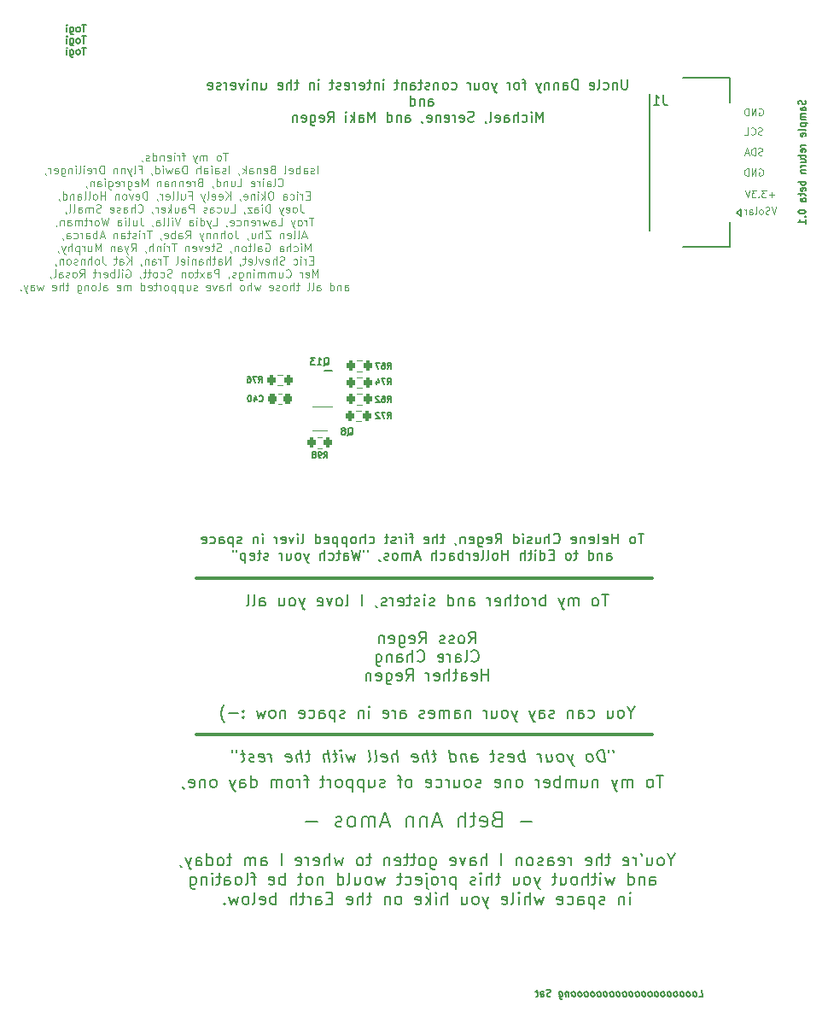
<source format=gbo>
%TF.GenerationSoftware,KiCad,Pcbnew,(6.0.5)*%
%TF.CreationDate,2022-07-09T20:44:09-07:00*%
%TF.ProjectId,solar-panel-side-Y-plus,736f6c61-722d-4706-916e-656c2d736964,rev?*%
%TF.SameCoordinates,Original*%
%TF.FileFunction,Legend,Bot*%
%TF.FilePolarity,Positive*%
%FSLAX46Y46*%
G04 Gerber Fmt 4.6, Leading zero omitted, Abs format (unit mm)*
G04 Created by KiCad (PCBNEW (6.0.5)) date 2022-07-09 20:44:09*
%MOMM*%
%LPD*%
G01*
G04 APERTURE LIST*
G04 Aperture macros list*
%AMRoundRect*
0 Rectangle with rounded corners*
0 $1 Rounding radius*
0 $2 $3 $4 $5 $6 $7 $8 $9 X,Y pos of 4 corners*
0 Add a 4 corners polygon primitive as box body*
4,1,4,$2,$3,$4,$5,$6,$7,$8,$9,$2,$3,0*
0 Add four circle primitives for the rounded corners*
1,1,$1+$1,$2,$3*
1,1,$1+$1,$4,$5*
1,1,$1+$1,$6,$7*
1,1,$1+$1,$8,$9*
0 Add four rect primitives between the rounded corners*
20,1,$1+$1,$2,$3,$4,$5,0*
20,1,$1+$1,$4,$5,$6,$7,0*
20,1,$1+$1,$6,$7,$8,$9,0*
20,1,$1+$1,$8,$9,$2,$3,0*%
G04 Aperture macros list end*
%ADD10C,0.150000*%
%ADD11C,0.300000*%
%ADD12C,0.100000*%
%ADD13C,0.200000*%
%ADD14C,0.127000*%
%ADD15C,0.120000*%
%ADD16C,0.010000*%
%ADD17C,3.000000*%
%ADD18C,3.800000*%
%ADD19C,2.600000*%
%ADD20RoundRect,0.200000X0.200000X0.275000X-0.200000X0.275000X-0.200000X-0.275000X0.200000X-0.275000X0*%
%ADD21RoundRect,0.200000X-0.200000X-0.275000X0.200000X-0.275000X0.200000X0.275000X-0.200000X0.275000X0*%
%ADD22R,0.650000X0.400000*%
%ADD23R,0.600000X0.400000*%
%ADD24RoundRect,0.225000X0.225000X0.250000X-0.225000X0.250000X-0.225000X-0.250000X0.225000X-0.250000X0*%
G04 APERTURE END LIST*
D10*
X176172937Y-141126666D02*
X176506270Y-141126666D01*
X176418770Y-140426666D01*
X175839604Y-141126666D02*
X175902104Y-141093333D01*
X175931270Y-141060000D01*
X175956270Y-140993333D01*
X175931270Y-140793333D01*
X175889604Y-140726666D01*
X175852104Y-140693333D01*
X175781270Y-140660000D01*
X175681270Y-140660000D01*
X175618770Y-140693333D01*
X175589604Y-140726666D01*
X175564604Y-140793333D01*
X175589604Y-140993333D01*
X175631270Y-141060000D01*
X175668770Y-141093333D01*
X175739604Y-141126666D01*
X175839604Y-141126666D01*
X175206270Y-141126666D02*
X175268770Y-141093333D01*
X175297937Y-141060000D01*
X175322937Y-140993333D01*
X175297937Y-140793333D01*
X175256270Y-140726666D01*
X175218770Y-140693333D01*
X175147937Y-140660000D01*
X175047937Y-140660000D01*
X174985437Y-140693333D01*
X174956270Y-140726666D01*
X174931270Y-140793333D01*
X174956270Y-140993333D01*
X174997937Y-141060000D01*
X175035437Y-141093333D01*
X175106270Y-141126666D01*
X175206270Y-141126666D01*
X174572937Y-141126666D02*
X174635437Y-141093333D01*
X174664604Y-141060000D01*
X174689604Y-140993333D01*
X174664604Y-140793333D01*
X174622937Y-140726666D01*
X174585437Y-140693333D01*
X174514604Y-140660000D01*
X174414604Y-140660000D01*
X174352104Y-140693333D01*
X174322937Y-140726666D01*
X174297937Y-140793333D01*
X174322937Y-140993333D01*
X174364604Y-141060000D01*
X174402104Y-141093333D01*
X174472937Y-141126666D01*
X174572937Y-141126666D01*
X173939604Y-141126666D02*
X174002104Y-141093333D01*
X174031270Y-141060000D01*
X174056270Y-140993333D01*
X174031270Y-140793333D01*
X173989604Y-140726666D01*
X173952104Y-140693333D01*
X173881270Y-140660000D01*
X173781270Y-140660000D01*
X173718770Y-140693333D01*
X173689604Y-140726666D01*
X173664604Y-140793333D01*
X173689604Y-140993333D01*
X173731270Y-141060000D01*
X173768770Y-141093333D01*
X173839604Y-141126666D01*
X173939604Y-141126666D01*
X173306270Y-141126666D02*
X173368770Y-141093333D01*
X173397937Y-141060000D01*
X173422937Y-140993333D01*
X173397937Y-140793333D01*
X173356270Y-140726666D01*
X173318770Y-140693333D01*
X173247937Y-140660000D01*
X173147937Y-140660000D01*
X173085437Y-140693333D01*
X173056270Y-140726666D01*
X173031270Y-140793333D01*
X173056270Y-140993333D01*
X173097937Y-141060000D01*
X173135437Y-141093333D01*
X173206270Y-141126666D01*
X173306270Y-141126666D01*
X172672937Y-141126666D02*
X172735437Y-141093333D01*
X172764604Y-141060000D01*
X172789604Y-140993333D01*
X172764604Y-140793333D01*
X172722937Y-140726666D01*
X172685437Y-140693333D01*
X172614604Y-140660000D01*
X172514604Y-140660000D01*
X172452104Y-140693333D01*
X172422937Y-140726666D01*
X172397937Y-140793333D01*
X172422937Y-140993333D01*
X172464604Y-141060000D01*
X172502104Y-141093333D01*
X172572937Y-141126666D01*
X172672937Y-141126666D01*
X172039604Y-141126666D02*
X172102104Y-141093333D01*
X172131270Y-141060000D01*
X172156270Y-140993333D01*
X172131270Y-140793333D01*
X172089604Y-140726666D01*
X172052104Y-140693333D01*
X171981270Y-140660000D01*
X171881270Y-140660000D01*
X171818770Y-140693333D01*
X171789604Y-140726666D01*
X171764604Y-140793333D01*
X171789604Y-140993333D01*
X171831270Y-141060000D01*
X171868770Y-141093333D01*
X171939604Y-141126666D01*
X172039604Y-141126666D01*
X171406270Y-141126666D02*
X171468770Y-141093333D01*
X171497937Y-141060000D01*
X171522937Y-140993333D01*
X171497937Y-140793333D01*
X171456270Y-140726666D01*
X171418770Y-140693333D01*
X171347937Y-140660000D01*
X171247937Y-140660000D01*
X171185437Y-140693333D01*
X171156270Y-140726666D01*
X171131270Y-140793333D01*
X171156270Y-140993333D01*
X171197937Y-141060000D01*
X171235437Y-141093333D01*
X171306270Y-141126666D01*
X171406270Y-141126666D01*
X170772937Y-141126666D02*
X170835437Y-141093333D01*
X170864604Y-141060000D01*
X170889604Y-140993333D01*
X170864604Y-140793333D01*
X170822937Y-140726666D01*
X170785437Y-140693333D01*
X170714604Y-140660000D01*
X170614604Y-140660000D01*
X170552104Y-140693333D01*
X170522937Y-140726666D01*
X170497937Y-140793333D01*
X170522937Y-140993333D01*
X170564604Y-141060000D01*
X170602104Y-141093333D01*
X170672937Y-141126666D01*
X170772937Y-141126666D01*
X170139604Y-141126666D02*
X170202104Y-141093333D01*
X170231270Y-141060000D01*
X170256270Y-140993333D01*
X170231270Y-140793333D01*
X170189604Y-140726666D01*
X170152104Y-140693333D01*
X170081270Y-140660000D01*
X169981270Y-140660000D01*
X169918770Y-140693333D01*
X169889604Y-140726666D01*
X169864604Y-140793333D01*
X169889604Y-140993333D01*
X169931270Y-141060000D01*
X169968770Y-141093333D01*
X170039604Y-141126666D01*
X170139604Y-141126666D01*
X169506270Y-141126666D02*
X169568770Y-141093333D01*
X169597937Y-141060000D01*
X169622937Y-140993333D01*
X169597937Y-140793333D01*
X169556270Y-140726666D01*
X169518770Y-140693333D01*
X169447937Y-140660000D01*
X169347937Y-140660000D01*
X169285437Y-140693333D01*
X169256270Y-140726666D01*
X169231270Y-140793333D01*
X169256270Y-140993333D01*
X169297937Y-141060000D01*
X169335437Y-141093333D01*
X169406270Y-141126666D01*
X169506270Y-141126666D01*
X168872937Y-141126666D02*
X168935437Y-141093333D01*
X168964604Y-141060000D01*
X168989604Y-140993333D01*
X168964604Y-140793333D01*
X168922937Y-140726666D01*
X168885437Y-140693333D01*
X168814604Y-140660000D01*
X168714604Y-140660000D01*
X168652104Y-140693333D01*
X168622937Y-140726666D01*
X168597937Y-140793333D01*
X168622937Y-140993333D01*
X168664604Y-141060000D01*
X168702104Y-141093333D01*
X168772937Y-141126666D01*
X168872937Y-141126666D01*
X168239604Y-141126666D02*
X168302104Y-141093333D01*
X168331270Y-141060000D01*
X168356270Y-140993333D01*
X168331270Y-140793333D01*
X168289604Y-140726666D01*
X168252104Y-140693333D01*
X168181270Y-140660000D01*
X168081270Y-140660000D01*
X168018770Y-140693333D01*
X167989604Y-140726666D01*
X167964604Y-140793333D01*
X167989604Y-140993333D01*
X168031270Y-141060000D01*
X168068770Y-141093333D01*
X168139604Y-141126666D01*
X168239604Y-141126666D01*
X167606270Y-141126666D02*
X167668770Y-141093333D01*
X167697937Y-141060000D01*
X167722937Y-140993333D01*
X167697937Y-140793333D01*
X167656270Y-140726666D01*
X167618770Y-140693333D01*
X167547937Y-140660000D01*
X167447937Y-140660000D01*
X167385437Y-140693333D01*
X167356270Y-140726666D01*
X167331270Y-140793333D01*
X167356270Y-140993333D01*
X167397937Y-141060000D01*
X167435437Y-141093333D01*
X167506270Y-141126666D01*
X167606270Y-141126666D01*
X166972937Y-141126666D02*
X167035437Y-141093333D01*
X167064604Y-141060000D01*
X167089604Y-140993333D01*
X167064604Y-140793333D01*
X167022937Y-140726666D01*
X166985437Y-140693333D01*
X166914604Y-140660000D01*
X166814604Y-140660000D01*
X166752104Y-140693333D01*
X166722937Y-140726666D01*
X166697937Y-140793333D01*
X166722937Y-140993333D01*
X166764604Y-141060000D01*
X166802104Y-141093333D01*
X166872937Y-141126666D01*
X166972937Y-141126666D01*
X166339604Y-141126666D02*
X166402104Y-141093333D01*
X166431270Y-141060000D01*
X166456270Y-140993333D01*
X166431270Y-140793333D01*
X166389604Y-140726666D01*
X166352104Y-140693333D01*
X166281270Y-140660000D01*
X166181270Y-140660000D01*
X166118770Y-140693333D01*
X166089604Y-140726666D01*
X166064604Y-140793333D01*
X166089604Y-140993333D01*
X166131270Y-141060000D01*
X166168770Y-141093333D01*
X166239604Y-141126666D01*
X166339604Y-141126666D01*
X165706270Y-141126666D02*
X165768770Y-141093333D01*
X165797937Y-141060000D01*
X165822937Y-140993333D01*
X165797937Y-140793333D01*
X165756270Y-140726666D01*
X165718770Y-140693333D01*
X165647937Y-140660000D01*
X165547937Y-140660000D01*
X165485437Y-140693333D01*
X165456270Y-140726666D01*
X165431270Y-140793333D01*
X165456270Y-140993333D01*
X165497937Y-141060000D01*
X165535437Y-141093333D01*
X165606270Y-141126666D01*
X165706270Y-141126666D01*
X165072937Y-141126666D02*
X165135437Y-141093333D01*
X165164604Y-141060000D01*
X165189604Y-140993333D01*
X165164604Y-140793333D01*
X165122937Y-140726666D01*
X165085437Y-140693333D01*
X165014604Y-140660000D01*
X164914604Y-140660000D01*
X164852104Y-140693333D01*
X164822937Y-140726666D01*
X164797937Y-140793333D01*
X164822937Y-140993333D01*
X164864604Y-141060000D01*
X164902104Y-141093333D01*
X164972937Y-141126666D01*
X165072937Y-141126666D01*
X164439604Y-141126666D02*
X164502104Y-141093333D01*
X164531270Y-141060000D01*
X164556270Y-140993333D01*
X164531270Y-140793333D01*
X164489604Y-140726666D01*
X164452104Y-140693333D01*
X164381270Y-140660000D01*
X164281270Y-140660000D01*
X164218770Y-140693333D01*
X164189604Y-140726666D01*
X164164604Y-140793333D01*
X164189604Y-140993333D01*
X164231270Y-141060000D01*
X164268770Y-141093333D01*
X164339604Y-141126666D01*
X164439604Y-141126666D01*
X163806270Y-141126666D02*
X163868770Y-141093333D01*
X163897937Y-141060000D01*
X163922937Y-140993333D01*
X163897937Y-140793333D01*
X163856270Y-140726666D01*
X163818770Y-140693333D01*
X163747937Y-140660000D01*
X163647937Y-140660000D01*
X163585437Y-140693333D01*
X163556270Y-140726666D01*
X163531270Y-140793333D01*
X163556270Y-140993333D01*
X163597937Y-141060000D01*
X163635437Y-141093333D01*
X163706270Y-141126666D01*
X163806270Y-141126666D01*
X163214604Y-140660000D02*
X163272937Y-141126666D01*
X163222937Y-140726666D02*
X163185437Y-140693333D01*
X163114604Y-140660000D01*
X163014604Y-140660000D01*
X162952104Y-140693333D01*
X162927104Y-140760000D01*
X162972937Y-141126666D01*
X162281270Y-140660000D02*
X162352104Y-141226666D01*
X162393770Y-141293333D01*
X162431270Y-141326666D01*
X162502104Y-141360000D01*
X162602104Y-141360000D01*
X162664604Y-141326666D01*
X162335437Y-141093333D02*
X162406270Y-141126666D01*
X162539604Y-141126666D01*
X162602104Y-141093333D01*
X162631270Y-141060000D01*
X162656270Y-140993333D01*
X162631270Y-140793333D01*
X162589604Y-140726666D01*
X162552104Y-140693333D01*
X162481270Y-140660000D01*
X162347937Y-140660000D01*
X162285437Y-140693333D01*
X161502104Y-141093333D02*
X161406270Y-141126666D01*
X161239604Y-141126666D01*
X161168770Y-141093333D01*
X161131270Y-141060000D01*
X161089604Y-140993333D01*
X161081270Y-140926666D01*
X161106270Y-140860000D01*
X161135437Y-140826666D01*
X161197937Y-140793333D01*
X161327104Y-140760000D01*
X161389604Y-140726666D01*
X161418770Y-140693333D01*
X161443770Y-140626666D01*
X161435437Y-140560000D01*
X161393770Y-140493333D01*
X161356270Y-140460000D01*
X161285437Y-140426666D01*
X161118770Y-140426666D01*
X161022937Y-140460000D01*
X160506270Y-141126666D02*
X160460437Y-140760000D01*
X160485437Y-140693333D01*
X160547937Y-140660000D01*
X160681270Y-140660000D01*
X160752104Y-140693333D01*
X160502104Y-141093333D02*
X160572937Y-141126666D01*
X160739604Y-141126666D01*
X160802104Y-141093333D01*
X160827104Y-141026666D01*
X160818770Y-140960000D01*
X160777104Y-140893333D01*
X160706270Y-140860000D01*
X160539604Y-140860000D01*
X160468770Y-140826666D01*
X160214604Y-140660000D02*
X159947937Y-140660000D01*
X160085437Y-140426666D02*
X160160437Y-141026666D01*
X160135437Y-141093333D01*
X160072937Y-141126666D01*
X160006270Y-141126666D01*
X186713333Y-52293333D02*
X186746666Y-52393333D01*
X186746666Y-52560000D01*
X186713333Y-52626666D01*
X186680000Y-52660000D01*
X186613333Y-52693333D01*
X186546666Y-52693333D01*
X186480000Y-52660000D01*
X186446666Y-52626666D01*
X186413333Y-52560000D01*
X186380000Y-52426666D01*
X186346666Y-52360000D01*
X186313333Y-52326666D01*
X186246666Y-52293333D01*
X186180000Y-52293333D01*
X186113333Y-52326666D01*
X186080000Y-52360000D01*
X186046666Y-52426666D01*
X186046666Y-52593333D01*
X186080000Y-52693333D01*
X186746666Y-53293333D02*
X186380000Y-53293333D01*
X186313333Y-53260000D01*
X186280000Y-53193333D01*
X186280000Y-53060000D01*
X186313333Y-52993333D01*
X186713333Y-53293333D02*
X186746666Y-53226666D01*
X186746666Y-53060000D01*
X186713333Y-52993333D01*
X186646666Y-52960000D01*
X186580000Y-52960000D01*
X186513333Y-52993333D01*
X186480000Y-53060000D01*
X186480000Y-53226666D01*
X186446666Y-53293333D01*
X186746666Y-53626666D02*
X186280000Y-53626666D01*
X186346666Y-53626666D02*
X186313333Y-53660000D01*
X186280000Y-53726666D01*
X186280000Y-53826666D01*
X186313333Y-53893333D01*
X186380000Y-53926666D01*
X186746666Y-53926666D01*
X186380000Y-53926666D02*
X186313333Y-53960000D01*
X186280000Y-54026666D01*
X186280000Y-54126666D01*
X186313333Y-54193333D01*
X186380000Y-54226666D01*
X186746666Y-54226666D01*
X186280000Y-54560000D02*
X186980000Y-54560000D01*
X186313333Y-54560000D02*
X186280000Y-54626666D01*
X186280000Y-54760000D01*
X186313333Y-54826666D01*
X186346666Y-54860000D01*
X186413333Y-54893333D01*
X186613333Y-54893333D01*
X186680000Y-54860000D01*
X186713333Y-54826666D01*
X186746666Y-54760000D01*
X186746666Y-54626666D01*
X186713333Y-54560000D01*
X186746666Y-55293333D02*
X186713333Y-55226666D01*
X186646666Y-55193333D01*
X186046666Y-55193333D01*
X186713333Y-55826666D02*
X186746666Y-55760000D01*
X186746666Y-55626666D01*
X186713333Y-55560000D01*
X186646666Y-55526666D01*
X186380000Y-55526666D01*
X186313333Y-55560000D01*
X186280000Y-55626666D01*
X186280000Y-55760000D01*
X186313333Y-55826666D01*
X186380000Y-55860000D01*
X186446666Y-55860000D01*
X186513333Y-55526666D01*
X186746666Y-56693333D02*
X186280000Y-56693333D01*
X186413333Y-56693333D02*
X186346666Y-56726666D01*
X186313333Y-56760000D01*
X186280000Y-56826666D01*
X186280000Y-56893333D01*
X186713333Y-57393333D02*
X186746666Y-57326666D01*
X186746666Y-57193333D01*
X186713333Y-57126666D01*
X186646666Y-57093333D01*
X186380000Y-57093333D01*
X186313333Y-57126666D01*
X186280000Y-57193333D01*
X186280000Y-57326666D01*
X186313333Y-57393333D01*
X186380000Y-57426666D01*
X186446666Y-57426666D01*
X186513333Y-57093333D01*
X186280000Y-57626666D02*
X186280000Y-57893333D01*
X186046666Y-57726666D02*
X186646666Y-57726666D01*
X186713333Y-57760000D01*
X186746666Y-57826666D01*
X186746666Y-57893333D01*
X186280000Y-58426666D02*
X186746666Y-58426666D01*
X186280000Y-58126666D02*
X186646666Y-58126666D01*
X186713333Y-58160000D01*
X186746666Y-58226666D01*
X186746666Y-58326666D01*
X186713333Y-58393333D01*
X186680000Y-58426666D01*
X186746666Y-58760000D02*
X186280000Y-58760000D01*
X186413333Y-58760000D02*
X186346666Y-58793333D01*
X186313333Y-58826666D01*
X186280000Y-58893333D01*
X186280000Y-58960000D01*
X186280000Y-59193333D02*
X186746666Y-59193333D01*
X186346666Y-59193333D02*
X186313333Y-59226666D01*
X186280000Y-59293333D01*
X186280000Y-59393333D01*
X186313333Y-59460000D01*
X186380000Y-59493333D01*
X186746666Y-59493333D01*
X186746666Y-60360000D02*
X186046666Y-60360000D01*
X186313333Y-60360000D02*
X186280000Y-60426666D01*
X186280000Y-60560000D01*
X186313333Y-60626666D01*
X186346666Y-60660000D01*
X186413333Y-60693333D01*
X186613333Y-60693333D01*
X186680000Y-60660000D01*
X186713333Y-60626666D01*
X186746666Y-60560000D01*
X186746666Y-60426666D01*
X186713333Y-60360000D01*
X186713333Y-61260000D02*
X186746666Y-61193333D01*
X186746666Y-61060000D01*
X186713333Y-60993333D01*
X186646666Y-60960000D01*
X186380000Y-60960000D01*
X186313333Y-60993333D01*
X186280000Y-61060000D01*
X186280000Y-61193333D01*
X186313333Y-61260000D01*
X186380000Y-61293333D01*
X186446666Y-61293333D01*
X186513333Y-60960000D01*
X186280000Y-61493333D02*
X186280000Y-61760000D01*
X186046666Y-61593333D02*
X186646666Y-61593333D01*
X186713333Y-61626666D01*
X186746666Y-61693333D01*
X186746666Y-61760000D01*
X186746666Y-62293333D02*
X186380000Y-62293333D01*
X186313333Y-62260000D01*
X186280000Y-62193333D01*
X186280000Y-62060000D01*
X186313333Y-61993333D01*
X186713333Y-62293333D02*
X186746666Y-62226666D01*
X186746666Y-62060000D01*
X186713333Y-61993333D01*
X186646666Y-61960000D01*
X186580000Y-61960000D01*
X186513333Y-61993333D01*
X186480000Y-62060000D01*
X186480000Y-62226666D01*
X186446666Y-62293333D01*
X186046666Y-63293333D02*
X186046666Y-63360000D01*
X186080000Y-63426666D01*
X186113333Y-63460000D01*
X186180000Y-63493333D01*
X186313333Y-63526666D01*
X186480000Y-63526666D01*
X186613333Y-63493333D01*
X186680000Y-63460000D01*
X186713333Y-63426666D01*
X186746666Y-63360000D01*
X186746666Y-63293333D01*
X186713333Y-63226666D01*
X186680000Y-63193333D01*
X186613333Y-63160000D01*
X186480000Y-63126666D01*
X186313333Y-63126666D01*
X186180000Y-63160000D01*
X186113333Y-63193333D01*
X186080000Y-63226666D01*
X186046666Y-63293333D01*
X186680000Y-63826666D02*
X186713333Y-63860000D01*
X186746666Y-63826666D01*
X186713333Y-63793333D01*
X186680000Y-63826666D01*
X186746666Y-63826666D01*
X186746666Y-64526666D02*
X186746666Y-64126666D01*
X186746666Y-64326666D02*
X186046666Y-64326666D01*
X186146666Y-64260000D01*
X186213333Y-64193333D01*
X186246666Y-64126666D01*
X115380000Y-44789666D02*
X114980000Y-44789666D01*
X115180000Y-45489666D02*
X115180000Y-44789666D01*
X114646666Y-45489666D02*
X114713333Y-45456333D01*
X114746666Y-45423000D01*
X114780000Y-45356333D01*
X114780000Y-45156333D01*
X114746666Y-45089666D01*
X114713333Y-45056333D01*
X114646666Y-45023000D01*
X114546666Y-45023000D01*
X114480000Y-45056333D01*
X114446666Y-45089666D01*
X114413333Y-45156333D01*
X114413333Y-45356333D01*
X114446666Y-45423000D01*
X114480000Y-45456333D01*
X114546666Y-45489666D01*
X114646666Y-45489666D01*
X113813333Y-45023000D02*
X113813333Y-45589666D01*
X113846666Y-45656333D01*
X113880000Y-45689666D01*
X113946666Y-45723000D01*
X114046666Y-45723000D01*
X114113333Y-45689666D01*
X113813333Y-45456333D02*
X113880000Y-45489666D01*
X114013333Y-45489666D01*
X114080000Y-45456333D01*
X114113333Y-45423000D01*
X114146666Y-45356333D01*
X114146666Y-45156333D01*
X114113333Y-45089666D01*
X114080000Y-45056333D01*
X114013333Y-45023000D01*
X113880000Y-45023000D01*
X113813333Y-45056333D01*
X113480000Y-45489666D02*
X113480000Y-45023000D01*
X113480000Y-44789666D02*
X113513333Y-44823000D01*
X113480000Y-44856333D01*
X113446666Y-44823000D01*
X113480000Y-44789666D01*
X113480000Y-44856333D01*
X115380000Y-45916666D02*
X114980000Y-45916666D01*
X115180000Y-46616666D02*
X115180000Y-45916666D01*
X114646666Y-46616666D02*
X114713333Y-46583333D01*
X114746666Y-46550000D01*
X114780000Y-46483333D01*
X114780000Y-46283333D01*
X114746666Y-46216666D01*
X114713333Y-46183333D01*
X114646666Y-46150000D01*
X114546666Y-46150000D01*
X114480000Y-46183333D01*
X114446666Y-46216666D01*
X114413333Y-46283333D01*
X114413333Y-46483333D01*
X114446666Y-46550000D01*
X114480000Y-46583333D01*
X114546666Y-46616666D01*
X114646666Y-46616666D01*
X113813333Y-46150000D02*
X113813333Y-46716666D01*
X113846666Y-46783333D01*
X113880000Y-46816666D01*
X113946666Y-46850000D01*
X114046666Y-46850000D01*
X114113333Y-46816666D01*
X113813333Y-46583333D02*
X113880000Y-46616666D01*
X114013333Y-46616666D01*
X114080000Y-46583333D01*
X114113333Y-46550000D01*
X114146666Y-46483333D01*
X114146666Y-46283333D01*
X114113333Y-46216666D01*
X114080000Y-46183333D01*
X114013333Y-46150000D01*
X113880000Y-46150000D01*
X113813333Y-46183333D01*
X113480000Y-46616666D02*
X113480000Y-46150000D01*
X113480000Y-45916666D02*
X113513333Y-45950000D01*
X113480000Y-45983333D01*
X113446666Y-45950000D01*
X113480000Y-45916666D01*
X113480000Y-45983333D01*
X115380000Y-47043666D02*
X114980000Y-47043666D01*
X115180000Y-47743666D02*
X115180000Y-47043666D01*
X114646666Y-47743666D02*
X114713333Y-47710333D01*
X114746666Y-47677000D01*
X114780000Y-47610333D01*
X114780000Y-47410333D01*
X114746666Y-47343666D01*
X114713333Y-47310333D01*
X114646666Y-47277000D01*
X114546666Y-47277000D01*
X114480000Y-47310333D01*
X114446666Y-47343666D01*
X114413333Y-47410333D01*
X114413333Y-47610333D01*
X114446666Y-47677000D01*
X114480000Y-47710333D01*
X114546666Y-47743666D01*
X114646666Y-47743666D01*
X113813333Y-47277000D02*
X113813333Y-47843666D01*
X113846666Y-47910333D01*
X113880000Y-47943666D01*
X113946666Y-47977000D01*
X114046666Y-47977000D01*
X114113333Y-47943666D01*
X113813333Y-47710333D02*
X113880000Y-47743666D01*
X114013333Y-47743666D01*
X114080000Y-47710333D01*
X114113333Y-47677000D01*
X114146666Y-47610333D01*
X114146666Y-47410333D01*
X114113333Y-47343666D01*
X114080000Y-47310333D01*
X114013333Y-47277000D01*
X113880000Y-47277000D01*
X113813333Y-47310333D01*
X113480000Y-47743666D02*
X113480000Y-47277000D01*
X113480000Y-47043666D02*
X113513333Y-47077000D01*
X113480000Y-47110333D01*
X113446666Y-47077000D01*
X113480000Y-47043666D01*
X113480000Y-47110333D01*
D11*
X126350000Y-99690000D02*
X171570000Y-99690000D01*
X126300000Y-115110000D02*
X171520000Y-115110000D01*
D12*
X183845000Y-62862666D02*
X183611666Y-63562666D01*
X183378333Y-62862666D01*
X183178333Y-63529333D02*
X183078333Y-63562666D01*
X182911666Y-63562666D01*
X182845000Y-63529333D01*
X182811666Y-63496000D01*
X182778333Y-63429333D01*
X182778333Y-63362666D01*
X182811666Y-63296000D01*
X182845000Y-63262666D01*
X182911666Y-63229333D01*
X183045000Y-63196000D01*
X183111666Y-63162666D01*
X183145000Y-63129333D01*
X183178333Y-63062666D01*
X183178333Y-62996000D01*
X183145000Y-62929333D01*
X183111666Y-62896000D01*
X183045000Y-62862666D01*
X182878333Y-62862666D01*
X182778333Y-62896000D01*
X182378333Y-63562666D02*
X182445000Y-63529333D01*
X182478333Y-63496000D01*
X182511666Y-63429333D01*
X182511666Y-63229333D01*
X182478333Y-63162666D01*
X182445000Y-63129333D01*
X182378333Y-63096000D01*
X182278333Y-63096000D01*
X182211666Y-63129333D01*
X182178333Y-63162666D01*
X182145000Y-63229333D01*
X182145000Y-63429333D01*
X182178333Y-63496000D01*
X182211666Y-63529333D01*
X182278333Y-63562666D01*
X182378333Y-63562666D01*
X181745000Y-63562666D02*
X181811666Y-63529333D01*
X181845000Y-63462666D01*
X181845000Y-62862666D01*
X181178333Y-63562666D02*
X181178333Y-63196000D01*
X181211666Y-63129333D01*
X181278333Y-63096000D01*
X181411666Y-63096000D01*
X181478333Y-63129333D01*
X181178333Y-63529333D02*
X181245000Y-63562666D01*
X181411666Y-63562666D01*
X181478333Y-63529333D01*
X181511666Y-63462666D01*
X181511666Y-63396000D01*
X181478333Y-63329333D01*
X181411666Y-63296000D01*
X181245000Y-63296000D01*
X181178333Y-63262666D01*
X180845000Y-63562666D02*
X180845000Y-63096000D01*
X180845000Y-63229333D02*
X180811666Y-63162666D01*
X180778333Y-63129333D01*
X180711666Y-63096000D01*
X180645000Y-63096000D01*
X183645000Y-61645000D02*
X183111666Y-61645000D01*
X183378333Y-61911666D02*
X183378333Y-61378333D01*
X182845000Y-61211666D02*
X182411666Y-61211666D01*
X182645000Y-61478333D01*
X182545000Y-61478333D01*
X182478333Y-61511666D01*
X182445000Y-61545000D01*
X182411666Y-61611666D01*
X182411666Y-61778333D01*
X182445000Y-61845000D01*
X182478333Y-61878333D01*
X182545000Y-61911666D01*
X182745000Y-61911666D01*
X182811666Y-61878333D01*
X182845000Y-61845000D01*
X182111666Y-61845000D02*
X182078333Y-61878333D01*
X182111666Y-61911666D01*
X182145000Y-61878333D01*
X182111666Y-61845000D01*
X182111666Y-61911666D01*
X181845000Y-61211666D02*
X181411666Y-61211666D01*
X181645000Y-61478333D01*
X181545000Y-61478333D01*
X181478333Y-61511666D01*
X181445000Y-61545000D01*
X181411666Y-61611666D01*
X181411666Y-61778333D01*
X181445000Y-61845000D01*
X181478333Y-61878333D01*
X181545000Y-61911666D01*
X181745000Y-61911666D01*
X181811666Y-61878333D01*
X181845000Y-61845000D01*
X181211666Y-61211666D02*
X180978333Y-61911666D01*
X180745000Y-61211666D01*
X182143333Y-53117000D02*
X182210000Y-53083666D01*
X182310000Y-53083666D01*
X182410000Y-53117000D01*
X182476666Y-53183666D01*
X182510000Y-53250333D01*
X182543333Y-53383666D01*
X182543333Y-53483666D01*
X182510000Y-53617000D01*
X182476666Y-53683666D01*
X182410000Y-53750333D01*
X182310000Y-53783666D01*
X182243333Y-53783666D01*
X182143333Y-53750333D01*
X182110000Y-53717000D01*
X182110000Y-53483666D01*
X182243333Y-53483666D01*
X181810000Y-53783666D02*
X181810000Y-53083666D01*
X181410000Y-53783666D01*
X181410000Y-53083666D01*
X181076666Y-53783666D02*
X181076666Y-53083666D01*
X180910000Y-53083666D01*
X180810000Y-53117000D01*
X180743333Y-53183666D01*
X180710000Y-53250333D01*
X180676666Y-53383666D01*
X180676666Y-53483666D01*
X180710000Y-53617000D01*
X180743333Y-53683666D01*
X180810000Y-53750333D01*
X180910000Y-53783666D01*
X181076666Y-53783666D01*
D10*
X169085714Y-50202380D02*
X169085714Y-51011904D01*
X169038095Y-51107142D01*
X168990476Y-51154761D01*
X168895238Y-51202380D01*
X168704761Y-51202380D01*
X168609523Y-51154761D01*
X168561904Y-51107142D01*
X168514285Y-51011904D01*
X168514285Y-50202380D01*
X168038095Y-50535714D02*
X168038095Y-51202380D01*
X168038095Y-50630952D02*
X167990476Y-50583333D01*
X167895238Y-50535714D01*
X167752380Y-50535714D01*
X167657142Y-50583333D01*
X167609523Y-50678571D01*
X167609523Y-51202380D01*
X166704761Y-51154761D02*
X166800000Y-51202380D01*
X166990476Y-51202380D01*
X167085714Y-51154761D01*
X167133333Y-51107142D01*
X167180952Y-51011904D01*
X167180952Y-50726190D01*
X167133333Y-50630952D01*
X167085714Y-50583333D01*
X166990476Y-50535714D01*
X166800000Y-50535714D01*
X166704761Y-50583333D01*
X166133333Y-51202380D02*
X166228571Y-51154761D01*
X166276190Y-51059523D01*
X166276190Y-50202380D01*
X165371428Y-51154761D02*
X165466666Y-51202380D01*
X165657142Y-51202380D01*
X165752380Y-51154761D01*
X165800000Y-51059523D01*
X165800000Y-50678571D01*
X165752380Y-50583333D01*
X165657142Y-50535714D01*
X165466666Y-50535714D01*
X165371428Y-50583333D01*
X165323809Y-50678571D01*
X165323809Y-50773809D01*
X165800000Y-50869047D01*
X164133333Y-51202380D02*
X164133333Y-50202380D01*
X163895238Y-50202380D01*
X163752380Y-50250000D01*
X163657142Y-50345238D01*
X163609523Y-50440476D01*
X163561904Y-50630952D01*
X163561904Y-50773809D01*
X163609523Y-50964285D01*
X163657142Y-51059523D01*
X163752380Y-51154761D01*
X163895238Y-51202380D01*
X164133333Y-51202380D01*
X162704761Y-51202380D02*
X162704761Y-50678571D01*
X162752380Y-50583333D01*
X162847619Y-50535714D01*
X163038095Y-50535714D01*
X163133333Y-50583333D01*
X162704761Y-51154761D02*
X162800000Y-51202380D01*
X163038095Y-51202380D01*
X163133333Y-51154761D01*
X163180952Y-51059523D01*
X163180952Y-50964285D01*
X163133333Y-50869047D01*
X163038095Y-50821428D01*
X162800000Y-50821428D01*
X162704761Y-50773809D01*
X162228571Y-50535714D02*
X162228571Y-51202380D01*
X162228571Y-50630952D02*
X162180952Y-50583333D01*
X162085714Y-50535714D01*
X161942857Y-50535714D01*
X161847619Y-50583333D01*
X161800000Y-50678571D01*
X161800000Y-51202380D01*
X161323809Y-50535714D02*
X161323809Y-51202380D01*
X161323809Y-50630952D02*
X161276190Y-50583333D01*
X161180952Y-50535714D01*
X161038095Y-50535714D01*
X160942857Y-50583333D01*
X160895238Y-50678571D01*
X160895238Y-51202380D01*
X160514285Y-50535714D02*
X160276190Y-51202380D01*
X160038095Y-50535714D02*
X160276190Y-51202380D01*
X160371428Y-51440476D01*
X160419047Y-51488095D01*
X160514285Y-51535714D01*
X159038095Y-50535714D02*
X158657142Y-50535714D01*
X158895238Y-51202380D02*
X158895238Y-50345238D01*
X158847619Y-50250000D01*
X158752380Y-50202380D01*
X158657142Y-50202380D01*
X158180952Y-51202380D02*
X158276190Y-51154761D01*
X158323809Y-51107142D01*
X158371428Y-51011904D01*
X158371428Y-50726190D01*
X158323809Y-50630952D01*
X158276190Y-50583333D01*
X158180952Y-50535714D01*
X158038095Y-50535714D01*
X157942857Y-50583333D01*
X157895238Y-50630952D01*
X157847619Y-50726190D01*
X157847619Y-51011904D01*
X157895238Y-51107142D01*
X157942857Y-51154761D01*
X158038095Y-51202380D01*
X158180952Y-51202380D01*
X157419047Y-51202380D02*
X157419047Y-50535714D01*
X157419047Y-50726190D02*
X157371428Y-50630952D01*
X157323809Y-50583333D01*
X157228571Y-50535714D01*
X157133333Y-50535714D01*
X156133333Y-50535714D02*
X155895238Y-51202380D01*
X155657142Y-50535714D02*
X155895238Y-51202380D01*
X155990476Y-51440476D01*
X156038095Y-51488095D01*
X156133333Y-51535714D01*
X155133333Y-51202380D02*
X155228571Y-51154761D01*
X155276190Y-51107142D01*
X155323809Y-51011904D01*
X155323809Y-50726190D01*
X155276190Y-50630952D01*
X155228571Y-50583333D01*
X155133333Y-50535714D01*
X154990476Y-50535714D01*
X154895238Y-50583333D01*
X154847619Y-50630952D01*
X154800000Y-50726190D01*
X154800000Y-51011904D01*
X154847619Y-51107142D01*
X154895238Y-51154761D01*
X154990476Y-51202380D01*
X155133333Y-51202380D01*
X153942857Y-50535714D02*
X153942857Y-51202380D01*
X154371428Y-50535714D02*
X154371428Y-51059523D01*
X154323809Y-51154761D01*
X154228571Y-51202380D01*
X154085714Y-51202380D01*
X153990476Y-51154761D01*
X153942857Y-51107142D01*
X153466666Y-51202380D02*
X153466666Y-50535714D01*
X153466666Y-50726190D02*
X153419047Y-50630952D01*
X153371428Y-50583333D01*
X153276190Y-50535714D01*
X153180952Y-50535714D01*
X151657142Y-51154761D02*
X151752380Y-51202380D01*
X151942857Y-51202380D01*
X152038095Y-51154761D01*
X152085714Y-51107142D01*
X152133333Y-51011904D01*
X152133333Y-50726190D01*
X152085714Y-50630952D01*
X152038095Y-50583333D01*
X151942857Y-50535714D01*
X151752380Y-50535714D01*
X151657142Y-50583333D01*
X151085714Y-51202380D02*
X151180952Y-51154761D01*
X151228571Y-51107142D01*
X151276190Y-51011904D01*
X151276190Y-50726190D01*
X151228571Y-50630952D01*
X151180952Y-50583333D01*
X151085714Y-50535714D01*
X150942857Y-50535714D01*
X150847619Y-50583333D01*
X150800000Y-50630952D01*
X150752380Y-50726190D01*
X150752380Y-51011904D01*
X150800000Y-51107142D01*
X150847619Y-51154761D01*
X150942857Y-51202380D01*
X151085714Y-51202380D01*
X150323809Y-50535714D02*
X150323809Y-51202380D01*
X150323809Y-50630952D02*
X150276190Y-50583333D01*
X150180952Y-50535714D01*
X150038095Y-50535714D01*
X149942857Y-50583333D01*
X149895238Y-50678571D01*
X149895238Y-51202380D01*
X149466666Y-51154761D02*
X149371428Y-51202380D01*
X149180952Y-51202380D01*
X149085714Y-51154761D01*
X149038095Y-51059523D01*
X149038095Y-51011904D01*
X149085714Y-50916666D01*
X149180952Y-50869047D01*
X149323809Y-50869047D01*
X149419047Y-50821428D01*
X149466666Y-50726190D01*
X149466666Y-50678571D01*
X149419047Y-50583333D01*
X149323809Y-50535714D01*
X149180952Y-50535714D01*
X149085714Y-50583333D01*
X148752380Y-50535714D02*
X148371428Y-50535714D01*
X148609523Y-50202380D02*
X148609523Y-51059523D01*
X148561904Y-51154761D01*
X148466666Y-51202380D01*
X148371428Y-51202380D01*
X147609523Y-51202380D02*
X147609523Y-50678571D01*
X147657142Y-50583333D01*
X147752380Y-50535714D01*
X147942857Y-50535714D01*
X148038095Y-50583333D01*
X147609523Y-51154761D02*
X147704761Y-51202380D01*
X147942857Y-51202380D01*
X148038095Y-51154761D01*
X148085714Y-51059523D01*
X148085714Y-50964285D01*
X148038095Y-50869047D01*
X147942857Y-50821428D01*
X147704761Y-50821428D01*
X147609523Y-50773809D01*
X147133333Y-50535714D02*
X147133333Y-51202380D01*
X147133333Y-50630952D02*
X147085714Y-50583333D01*
X146990476Y-50535714D01*
X146847619Y-50535714D01*
X146752380Y-50583333D01*
X146704761Y-50678571D01*
X146704761Y-51202380D01*
X146371428Y-50535714D02*
X145990476Y-50535714D01*
X146228571Y-50202380D02*
X146228571Y-51059523D01*
X146180952Y-51154761D01*
X146085714Y-51202380D01*
X145990476Y-51202380D01*
X144895238Y-51202380D02*
X144895238Y-50535714D01*
X144895238Y-50202380D02*
X144942857Y-50250000D01*
X144895238Y-50297619D01*
X144847619Y-50250000D01*
X144895238Y-50202380D01*
X144895238Y-50297619D01*
X144419047Y-50535714D02*
X144419047Y-51202380D01*
X144419047Y-50630952D02*
X144371428Y-50583333D01*
X144276190Y-50535714D01*
X144133333Y-50535714D01*
X144038095Y-50583333D01*
X143990476Y-50678571D01*
X143990476Y-51202380D01*
X143657142Y-50535714D02*
X143276190Y-50535714D01*
X143514285Y-50202380D02*
X143514285Y-51059523D01*
X143466666Y-51154761D01*
X143371428Y-51202380D01*
X143276190Y-51202380D01*
X142561904Y-51154761D02*
X142657142Y-51202380D01*
X142847619Y-51202380D01*
X142942857Y-51154761D01*
X142990476Y-51059523D01*
X142990476Y-50678571D01*
X142942857Y-50583333D01*
X142847619Y-50535714D01*
X142657142Y-50535714D01*
X142561904Y-50583333D01*
X142514285Y-50678571D01*
X142514285Y-50773809D01*
X142990476Y-50869047D01*
X142085714Y-51202380D02*
X142085714Y-50535714D01*
X142085714Y-50726190D02*
X142038095Y-50630952D01*
X141990476Y-50583333D01*
X141895238Y-50535714D01*
X141800000Y-50535714D01*
X141085714Y-51154761D02*
X141180952Y-51202380D01*
X141371428Y-51202380D01*
X141466666Y-51154761D01*
X141514285Y-51059523D01*
X141514285Y-50678571D01*
X141466666Y-50583333D01*
X141371428Y-50535714D01*
X141180952Y-50535714D01*
X141085714Y-50583333D01*
X141038095Y-50678571D01*
X141038095Y-50773809D01*
X141514285Y-50869047D01*
X140657142Y-51154761D02*
X140561904Y-51202380D01*
X140371428Y-51202380D01*
X140276190Y-51154761D01*
X140228571Y-51059523D01*
X140228571Y-51011904D01*
X140276190Y-50916666D01*
X140371428Y-50869047D01*
X140514285Y-50869047D01*
X140609523Y-50821428D01*
X140657142Y-50726190D01*
X140657142Y-50678571D01*
X140609523Y-50583333D01*
X140514285Y-50535714D01*
X140371428Y-50535714D01*
X140276190Y-50583333D01*
X139942857Y-50535714D02*
X139561904Y-50535714D01*
X139800000Y-50202380D02*
X139800000Y-51059523D01*
X139752380Y-51154761D01*
X139657142Y-51202380D01*
X139561904Y-51202380D01*
X138466666Y-51202380D02*
X138466666Y-50535714D01*
X138466666Y-50202380D02*
X138514285Y-50250000D01*
X138466666Y-50297619D01*
X138419047Y-50250000D01*
X138466666Y-50202380D01*
X138466666Y-50297619D01*
X137990476Y-50535714D02*
X137990476Y-51202380D01*
X137990476Y-50630952D02*
X137942857Y-50583333D01*
X137847619Y-50535714D01*
X137704761Y-50535714D01*
X137609523Y-50583333D01*
X137561904Y-50678571D01*
X137561904Y-51202380D01*
X136466666Y-50535714D02*
X136085714Y-50535714D01*
X136323809Y-50202380D02*
X136323809Y-51059523D01*
X136276190Y-51154761D01*
X136180952Y-51202380D01*
X136085714Y-51202380D01*
X135752380Y-51202380D02*
X135752380Y-50202380D01*
X135323809Y-51202380D02*
X135323809Y-50678571D01*
X135371428Y-50583333D01*
X135466666Y-50535714D01*
X135609523Y-50535714D01*
X135704761Y-50583333D01*
X135752380Y-50630952D01*
X134466666Y-51154761D02*
X134561904Y-51202380D01*
X134752380Y-51202380D01*
X134847619Y-51154761D01*
X134895238Y-51059523D01*
X134895238Y-50678571D01*
X134847619Y-50583333D01*
X134752380Y-50535714D01*
X134561904Y-50535714D01*
X134466666Y-50583333D01*
X134419047Y-50678571D01*
X134419047Y-50773809D01*
X134895238Y-50869047D01*
X132800000Y-50535714D02*
X132800000Y-51202380D01*
X133228571Y-50535714D02*
X133228571Y-51059523D01*
X133180952Y-51154761D01*
X133085714Y-51202380D01*
X132942857Y-51202380D01*
X132847619Y-51154761D01*
X132800000Y-51107142D01*
X132323809Y-50535714D02*
X132323809Y-51202380D01*
X132323809Y-50630952D02*
X132276190Y-50583333D01*
X132180952Y-50535714D01*
X132038095Y-50535714D01*
X131942857Y-50583333D01*
X131895238Y-50678571D01*
X131895238Y-51202380D01*
X131419047Y-51202380D02*
X131419047Y-50535714D01*
X131419047Y-50202380D02*
X131466666Y-50250000D01*
X131419047Y-50297619D01*
X131371428Y-50250000D01*
X131419047Y-50202380D01*
X131419047Y-50297619D01*
X131038095Y-50535714D02*
X130800000Y-51202380D01*
X130561904Y-50535714D01*
X129800000Y-51154761D02*
X129895238Y-51202380D01*
X130085714Y-51202380D01*
X130180952Y-51154761D01*
X130228571Y-51059523D01*
X130228571Y-50678571D01*
X130180952Y-50583333D01*
X130085714Y-50535714D01*
X129895238Y-50535714D01*
X129800000Y-50583333D01*
X129752380Y-50678571D01*
X129752380Y-50773809D01*
X130228571Y-50869047D01*
X129323809Y-51202380D02*
X129323809Y-50535714D01*
X129323809Y-50726190D02*
X129276190Y-50630952D01*
X129228571Y-50583333D01*
X129133333Y-50535714D01*
X129038095Y-50535714D01*
X128752380Y-51154761D02*
X128657142Y-51202380D01*
X128466666Y-51202380D01*
X128371428Y-51154761D01*
X128323809Y-51059523D01*
X128323809Y-51011904D01*
X128371428Y-50916666D01*
X128466666Y-50869047D01*
X128609523Y-50869047D01*
X128704761Y-50821428D01*
X128752380Y-50726190D01*
X128752380Y-50678571D01*
X128704761Y-50583333D01*
X128609523Y-50535714D01*
X128466666Y-50535714D01*
X128371428Y-50583333D01*
X127514285Y-51154761D02*
X127609523Y-51202380D01*
X127800000Y-51202380D01*
X127895238Y-51154761D01*
X127942857Y-51059523D01*
X127942857Y-50678571D01*
X127895238Y-50583333D01*
X127800000Y-50535714D01*
X127609523Y-50535714D01*
X127514285Y-50583333D01*
X127466666Y-50678571D01*
X127466666Y-50773809D01*
X127942857Y-50869047D01*
X149371428Y-52812380D02*
X149371428Y-52288571D01*
X149419047Y-52193333D01*
X149514285Y-52145714D01*
X149704761Y-52145714D01*
X149800000Y-52193333D01*
X149371428Y-52764761D02*
X149466666Y-52812380D01*
X149704761Y-52812380D01*
X149800000Y-52764761D01*
X149847619Y-52669523D01*
X149847619Y-52574285D01*
X149800000Y-52479047D01*
X149704761Y-52431428D01*
X149466666Y-52431428D01*
X149371428Y-52383809D01*
X148895238Y-52145714D02*
X148895238Y-52812380D01*
X148895238Y-52240952D02*
X148847619Y-52193333D01*
X148752380Y-52145714D01*
X148609523Y-52145714D01*
X148514285Y-52193333D01*
X148466666Y-52288571D01*
X148466666Y-52812380D01*
X147561904Y-52812380D02*
X147561904Y-51812380D01*
X147561904Y-52764761D02*
X147657142Y-52812380D01*
X147847619Y-52812380D01*
X147942857Y-52764761D01*
X147990476Y-52717142D01*
X148038095Y-52621904D01*
X148038095Y-52336190D01*
X147990476Y-52240952D01*
X147942857Y-52193333D01*
X147847619Y-52145714D01*
X147657142Y-52145714D01*
X147561904Y-52193333D01*
X160704761Y-54422380D02*
X160704761Y-53422380D01*
X160371428Y-54136666D01*
X160038095Y-53422380D01*
X160038095Y-54422380D01*
X159561904Y-54422380D02*
X159561904Y-53755714D01*
X159561904Y-53422380D02*
X159609523Y-53470000D01*
X159561904Y-53517619D01*
X159514285Y-53470000D01*
X159561904Y-53422380D01*
X159561904Y-53517619D01*
X158657142Y-54374761D02*
X158752380Y-54422380D01*
X158942857Y-54422380D01*
X159038095Y-54374761D01*
X159085714Y-54327142D01*
X159133333Y-54231904D01*
X159133333Y-53946190D01*
X159085714Y-53850952D01*
X159038095Y-53803333D01*
X158942857Y-53755714D01*
X158752380Y-53755714D01*
X158657142Y-53803333D01*
X158228571Y-54422380D02*
X158228571Y-53422380D01*
X157800000Y-54422380D02*
X157800000Y-53898571D01*
X157847619Y-53803333D01*
X157942857Y-53755714D01*
X158085714Y-53755714D01*
X158180952Y-53803333D01*
X158228571Y-53850952D01*
X156895238Y-54422380D02*
X156895238Y-53898571D01*
X156942857Y-53803333D01*
X157038095Y-53755714D01*
X157228571Y-53755714D01*
X157323809Y-53803333D01*
X156895238Y-54374761D02*
X156990476Y-54422380D01*
X157228571Y-54422380D01*
X157323809Y-54374761D01*
X157371428Y-54279523D01*
X157371428Y-54184285D01*
X157323809Y-54089047D01*
X157228571Y-54041428D01*
X156990476Y-54041428D01*
X156895238Y-53993809D01*
X156038095Y-54374761D02*
X156133333Y-54422380D01*
X156323809Y-54422380D01*
X156419047Y-54374761D01*
X156466666Y-54279523D01*
X156466666Y-53898571D01*
X156419047Y-53803333D01*
X156323809Y-53755714D01*
X156133333Y-53755714D01*
X156038095Y-53803333D01*
X155990476Y-53898571D01*
X155990476Y-53993809D01*
X156466666Y-54089047D01*
X155419047Y-54422380D02*
X155514285Y-54374761D01*
X155561904Y-54279523D01*
X155561904Y-53422380D01*
X154990476Y-54374761D02*
X154990476Y-54422380D01*
X155038095Y-54517619D01*
X155085714Y-54565238D01*
X153847619Y-54374761D02*
X153704761Y-54422380D01*
X153466666Y-54422380D01*
X153371428Y-54374761D01*
X153323809Y-54327142D01*
X153276190Y-54231904D01*
X153276190Y-54136666D01*
X153323809Y-54041428D01*
X153371428Y-53993809D01*
X153466666Y-53946190D01*
X153657142Y-53898571D01*
X153752380Y-53850952D01*
X153800000Y-53803333D01*
X153847619Y-53708095D01*
X153847619Y-53612857D01*
X153800000Y-53517619D01*
X153752380Y-53470000D01*
X153657142Y-53422380D01*
X153419047Y-53422380D01*
X153276190Y-53470000D01*
X152466666Y-54374761D02*
X152561904Y-54422380D01*
X152752380Y-54422380D01*
X152847619Y-54374761D01*
X152895238Y-54279523D01*
X152895238Y-53898571D01*
X152847619Y-53803333D01*
X152752380Y-53755714D01*
X152561904Y-53755714D01*
X152466666Y-53803333D01*
X152419047Y-53898571D01*
X152419047Y-53993809D01*
X152895238Y-54089047D01*
X151990476Y-54422380D02*
X151990476Y-53755714D01*
X151990476Y-53946190D02*
X151942857Y-53850952D01*
X151895238Y-53803333D01*
X151800000Y-53755714D01*
X151704761Y-53755714D01*
X150990476Y-54374761D02*
X151085714Y-54422380D01*
X151276190Y-54422380D01*
X151371428Y-54374761D01*
X151419047Y-54279523D01*
X151419047Y-53898571D01*
X151371428Y-53803333D01*
X151276190Y-53755714D01*
X151085714Y-53755714D01*
X150990476Y-53803333D01*
X150942857Y-53898571D01*
X150942857Y-53993809D01*
X151419047Y-54089047D01*
X150514285Y-53755714D02*
X150514285Y-54422380D01*
X150514285Y-53850952D02*
X150466666Y-53803333D01*
X150371428Y-53755714D01*
X150228571Y-53755714D01*
X150133333Y-53803333D01*
X150085714Y-53898571D01*
X150085714Y-54422380D01*
X149228571Y-54374761D02*
X149323809Y-54422380D01*
X149514285Y-54422380D01*
X149609523Y-54374761D01*
X149657142Y-54279523D01*
X149657142Y-53898571D01*
X149609523Y-53803333D01*
X149514285Y-53755714D01*
X149323809Y-53755714D01*
X149228571Y-53803333D01*
X149180952Y-53898571D01*
X149180952Y-53993809D01*
X149657142Y-54089047D01*
X148704761Y-54374761D02*
X148704761Y-54422380D01*
X148752380Y-54517619D01*
X148800000Y-54565238D01*
X147085714Y-54422380D02*
X147085714Y-53898571D01*
X147133333Y-53803333D01*
X147228571Y-53755714D01*
X147419047Y-53755714D01*
X147514285Y-53803333D01*
X147085714Y-54374761D02*
X147180952Y-54422380D01*
X147419047Y-54422380D01*
X147514285Y-54374761D01*
X147561904Y-54279523D01*
X147561904Y-54184285D01*
X147514285Y-54089047D01*
X147419047Y-54041428D01*
X147180952Y-54041428D01*
X147085714Y-53993809D01*
X146609523Y-53755714D02*
X146609523Y-54422380D01*
X146609523Y-53850952D02*
X146561904Y-53803333D01*
X146466666Y-53755714D01*
X146323809Y-53755714D01*
X146228571Y-53803333D01*
X146180952Y-53898571D01*
X146180952Y-54422380D01*
X145276190Y-54422380D02*
X145276190Y-53422380D01*
X145276190Y-54374761D02*
X145371428Y-54422380D01*
X145561904Y-54422380D01*
X145657142Y-54374761D01*
X145704761Y-54327142D01*
X145752380Y-54231904D01*
X145752380Y-53946190D01*
X145704761Y-53850952D01*
X145657142Y-53803333D01*
X145561904Y-53755714D01*
X145371428Y-53755714D01*
X145276190Y-53803333D01*
X144038095Y-54422380D02*
X144038095Y-53422380D01*
X143704761Y-54136666D01*
X143371428Y-53422380D01*
X143371428Y-54422380D01*
X142466666Y-54422380D02*
X142466666Y-53898571D01*
X142514285Y-53803333D01*
X142609523Y-53755714D01*
X142800000Y-53755714D01*
X142895238Y-53803333D01*
X142466666Y-54374761D02*
X142561904Y-54422380D01*
X142800000Y-54422380D01*
X142895238Y-54374761D01*
X142942857Y-54279523D01*
X142942857Y-54184285D01*
X142895238Y-54089047D01*
X142800000Y-54041428D01*
X142561904Y-54041428D01*
X142466666Y-53993809D01*
X141990476Y-54422380D02*
X141990476Y-53422380D01*
X141895238Y-54041428D02*
X141609523Y-54422380D01*
X141609523Y-53755714D02*
X141990476Y-54136666D01*
X141180952Y-54422380D02*
X141180952Y-53755714D01*
X141180952Y-53422380D02*
X141228571Y-53470000D01*
X141180952Y-53517619D01*
X141133333Y-53470000D01*
X141180952Y-53422380D01*
X141180952Y-53517619D01*
X139371428Y-54422380D02*
X139704761Y-53946190D01*
X139942857Y-54422380D02*
X139942857Y-53422380D01*
X139561904Y-53422380D01*
X139466666Y-53470000D01*
X139419047Y-53517619D01*
X139371428Y-53612857D01*
X139371428Y-53755714D01*
X139419047Y-53850952D01*
X139466666Y-53898571D01*
X139561904Y-53946190D01*
X139942857Y-53946190D01*
X138561904Y-54374761D02*
X138657142Y-54422380D01*
X138847619Y-54422380D01*
X138942857Y-54374761D01*
X138990476Y-54279523D01*
X138990476Y-53898571D01*
X138942857Y-53803333D01*
X138847619Y-53755714D01*
X138657142Y-53755714D01*
X138561904Y-53803333D01*
X138514285Y-53898571D01*
X138514285Y-53993809D01*
X138990476Y-54089047D01*
X137657142Y-53755714D02*
X137657142Y-54565238D01*
X137704761Y-54660476D01*
X137752380Y-54708095D01*
X137847619Y-54755714D01*
X137990476Y-54755714D01*
X138085714Y-54708095D01*
X137657142Y-54374761D02*
X137752380Y-54422380D01*
X137942857Y-54422380D01*
X138038095Y-54374761D01*
X138085714Y-54327142D01*
X138133333Y-54231904D01*
X138133333Y-53946190D01*
X138085714Y-53850952D01*
X138038095Y-53803333D01*
X137942857Y-53755714D01*
X137752380Y-53755714D01*
X137657142Y-53803333D01*
X136800000Y-54374761D02*
X136895238Y-54422380D01*
X137085714Y-54422380D01*
X137180952Y-54374761D01*
X137228571Y-54279523D01*
X137228571Y-53898571D01*
X137180952Y-53803333D01*
X137085714Y-53755714D01*
X136895238Y-53755714D01*
X136800000Y-53803333D01*
X136752380Y-53898571D01*
X136752380Y-53993809D01*
X137228571Y-54089047D01*
X136323809Y-53755714D02*
X136323809Y-54422380D01*
X136323809Y-53850952D02*
X136276190Y-53803333D01*
X136180952Y-53755714D01*
X136038095Y-53755714D01*
X135942857Y-53803333D01*
X135895238Y-53898571D01*
X135895238Y-54422380D01*
D12*
X182460000Y-57687333D02*
X182360000Y-57720666D01*
X182193333Y-57720666D01*
X182126666Y-57687333D01*
X182093333Y-57654000D01*
X182060000Y-57587333D01*
X182060000Y-57520666D01*
X182093333Y-57454000D01*
X182126666Y-57420666D01*
X182193333Y-57387333D01*
X182326666Y-57354000D01*
X182393333Y-57320666D01*
X182426666Y-57287333D01*
X182460000Y-57220666D01*
X182460000Y-57154000D01*
X182426666Y-57087333D01*
X182393333Y-57054000D01*
X182326666Y-57020666D01*
X182160000Y-57020666D01*
X182060000Y-57054000D01*
X181760000Y-57720666D02*
X181760000Y-57020666D01*
X181593333Y-57020666D01*
X181493333Y-57054000D01*
X181426666Y-57120666D01*
X181393333Y-57187333D01*
X181360000Y-57320666D01*
X181360000Y-57420666D01*
X181393333Y-57554000D01*
X181426666Y-57620666D01*
X181493333Y-57687333D01*
X181593333Y-57720666D01*
X181760000Y-57720666D01*
X181093333Y-57520666D02*
X180760000Y-57520666D01*
X181160000Y-57720666D02*
X180926666Y-57020666D01*
X180693333Y-57720666D01*
D13*
X167181904Y-101255738D02*
X166524761Y-101255738D01*
X166853333Y-102405738D02*
X166853333Y-101255738D01*
X165977142Y-102405738D02*
X166086666Y-102350976D01*
X166141428Y-102296214D01*
X166196190Y-102186690D01*
X166196190Y-101858119D01*
X166141428Y-101748595D01*
X166086666Y-101693833D01*
X165977142Y-101639071D01*
X165812857Y-101639071D01*
X165703333Y-101693833D01*
X165648571Y-101748595D01*
X165593809Y-101858119D01*
X165593809Y-102186690D01*
X165648571Y-102296214D01*
X165703333Y-102350976D01*
X165812857Y-102405738D01*
X165977142Y-102405738D01*
X164224761Y-102405738D02*
X164224761Y-101639071D01*
X164224761Y-101748595D02*
X164170000Y-101693833D01*
X164060476Y-101639071D01*
X163896190Y-101639071D01*
X163786666Y-101693833D01*
X163731904Y-101803357D01*
X163731904Y-102405738D01*
X163731904Y-101803357D02*
X163677142Y-101693833D01*
X163567619Y-101639071D01*
X163403333Y-101639071D01*
X163293809Y-101693833D01*
X163239047Y-101803357D01*
X163239047Y-102405738D01*
X162800952Y-101639071D02*
X162527142Y-102405738D01*
X162253333Y-101639071D02*
X162527142Y-102405738D01*
X162636666Y-102679547D01*
X162691428Y-102734309D01*
X162800952Y-102789071D01*
X160939047Y-102405738D02*
X160939047Y-101255738D01*
X160939047Y-101693833D02*
X160829523Y-101639071D01*
X160610476Y-101639071D01*
X160500952Y-101693833D01*
X160446190Y-101748595D01*
X160391428Y-101858119D01*
X160391428Y-102186690D01*
X160446190Y-102296214D01*
X160500952Y-102350976D01*
X160610476Y-102405738D01*
X160829523Y-102405738D01*
X160939047Y-102350976D01*
X159898571Y-102405738D02*
X159898571Y-101639071D01*
X159898571Y-101858119D02*
X159843809Y-101748595D01*
X159789047Y-101693833D01*
X159679523Y-101639071D01*
X159570000Y-101639071D01*
X159022380Y-102405738D02*
X159131904Y-102350976D01*
X159186666Y-102296214D01*
X159241428Y-102186690D01*
X159241428Y-101858119D01*
X159186666Y-101748595D01*
X159131904Y-101693833D01*
X159022380Y-101639071D01*
X158858095Y-101639071D01*
X158748571Y-101693833D01*
X158693809Y-101748595D01*
X158639047Y-101858119D01*
X158639047Y-102186690D01*
X158693809Y-102296214D01*
X158748571Y-102350976D01*
X158858095Y-102405738D01*
X159022380Y-102405738D01*
X158310476Y-101639071D02*
X157872380Y-101639071D01*
X158146190Y-101255738D02*
X158146190Y-102241452D01*
X158091428Y-102350976D01*
X157981904Y-102405738D01*
X157872380Y-102405738D01*
X157489047Y-102405738D02*
X157489047Y-101255738D01*
X156996190Y-102405738D02*
X156996190Y-101803357D01*
X157050952Y-101693833D01*
X157160476Y-101639071D01*
X157324761Y-101639071D01*
X157434285Y-101693833D01*
X157489047Y-101748595D01*
X156010476Y-102350976D02*
X156120000Y-102405738D01*
X156339047Y-102405738D01*
X156448571Y-102350976D01*
X156503333Y-102241452D01*
X156503333Y-101803357D01*
X156448571Y-101693833D01*
X156339047Y-101639071D01*
X156120000Y-101639071D01*
X156010476Y-101693833D01*
X155955714Y-101803357D01*
X155955714Y-101912880D01*
X156503333Y-102022404D01*
X155462857Y-102405738D02*
X155462857Y-101639071D01*
X155462857Y-101858119D02*
X155408095Y-101748595D01*
X155353333Y-101693833D01*
X155243809Y-101639071D01*
X155134285Y-101639071D01*
X153381904Y-102405738D02*
X153381904Y-101803357D01*
X153436666Y-101693833D01*
X153546190Y-101639071D01*
X153765238Y-101639071D01*
X153874761Y-101693833D01*
X153381904Y-102350976D02*
X153491428Y-102405738D01*
X153765238Y-102405738D01*
X153874761Y-102350976D01*
X153929523Y-102241452D01*
X153929523Y-102131928D01*
X153874761Y-102022404D01*
X153765238Y-101967642D01*
X153491428Y-101967642D01*
X153381904Y-101912880D01*
X152834285Y-101639071D02*
X152834285Y-102405738D01*
X152834285Y-101748595D02*
X152779523Y-101693833D01*
X152670000Y-101639071D01*
X152505714Y-101639071D01*
X152396190Y-101693833D01*
X152341428Y-101803357D01*
X152341428Y-102405738D01*
X151300952Y-102405738D02*
X151300952Y-101255738D01*
X151300952Y-102350976D02*
X151410476Y-102405738D01*
X151629523Y-102405738D01*
X151739047Y-102350976D01*
X151793809Y-102296214D01*
X151848571Y-102186690D01*
X151848571Y-101858119D01*
X151793809Y-101748595D01*
X151739047Y-101693833D01*
X151629523Y-101639071D01*
X151410476Y-101639071D01*
X151300952Y-101693833D01*
X149931904Y-102350976D02*
X149822380Y-102405738D01*
X149603333Y-102405738D01*
X149493809Y-102350976D01*
X149439047Y-102241452D01*
X149439047Y-102186690D01*
X149493809Y-102077166D01*
X149603333Y-102022404D01*
X149767619Y-102022404D01*
X149877142Y-101967642D01*
X149931904Y-101858119D01*
X149931904Y-101803357D01*
X149877142Y-101693833D01*
X149767619Y-101639071D01*
X149603333Y-101639071D01*
X149493809Y-101693833D01*
X148946190Y-102405738D02*
X148946190Y-101639071D01*
X148946190Y-101255738D02*
X149000952Y-101310500D01*
X148946190Y-101365261D01*
X148891428Y-101310500D01*
X148946190Y-101255738D01*
X148946190Y-101365261D01*
X148453333Y-102350976D02*
X148343809Y-102405738D01*
X148124761Y-102405738D01*
X148015238Y-102350976D01*
X147960476Y-102241452D01*
X147960476Y-102186690D01*
X148015238Y-102077166D01*
X148124761Y-102022404D01*
X148289047Y-102022404D01*
X148398571Y-101967642D01*
X148453333Y-101858119D01*
X148453333Y-101803357D01*
X148398571Y-101693833D01*
X148289047Y-101639071D01*
X148124761Y-101639071D01*
X148015238Y-101693833D01*
X147631904Y-101639071D02*
X147193809Y-101639071D01*
X147467619Y-101255738D02*
X147467619Y-102241452D01*
X147412857Y-102350976D01*
X147303333Y-102405738D01*
X147193809Y-102405738D01*
X146372380Y-102350976D02*
X146481904Y-102405738D01*
X146700952Y-102405738D01*
X146810476Y-102350976D01*
X146865238Y-102241452D01*
X146865238Y-101803357D01*
X146810476Y-101693833D01*
X146700952Y-101639071D01*
X146481904Y-101639071D01*
X146372380Y-101693833D01*
X146317619Y-101803357D01*
X146317619Y-101912880D01*
X146865238Y-102022404D01*
X145824761Y-102405738D02*
X145824761Y-101639071D01*
X145824761Y-101858119D02*
X145770000Y-101748595D01*
X145715238Y-101693833D01*
X145605714Y-101639071D01*
X145496190Y-101639071D01*
X145167619Y-102350976D02*
X145058095Y-102405738D01*
X144839047Y-102405738D01*
X144729523Y-102350976D01*
X144674761Y-102241452D01*
X144674761Y-102186690D01*
X144729523Y-102077166D01*
X144839047Y-102022404D01*
X145003333Y-102022404D01*
X145112857Y-101967642D01*
X145167619Y-101858119D01*
X145167619Y-101803357D01*
X145112857Y-101693833D01*
X145003333Y-101639071D01*
X144839047Y-101639071D01*
X144729523Y-101693833D01*
X144127142Y-102350976D02*
X144127142Y-102405738D01*
X144181904Y-102515261D01*
X144236666Y-102570023D01*
X142758095Y-102405738D02*
X142758095Y-101255738D01*
X141170000Y-102405738D02*
X141279523Y-102350976D01*
X141334285Y-102241452D01*
X141334285Y-101255738D01*
X140567619Y-102405738D02*
X140677142Y-102350976D01*
X140731904Y-102296214D01*
X140786666Y-102186690D01*
X140786666Y-101858119D01*
X140731904Y-101748595D01*
X140677142Y-101693833D01*
X140567619Y-101639071D01*
X140403333Y-101639071D01*
X140293809Y-101693833D01*
X140239047Y-101748595D01*
X140184285Y-101858119D01*
X140184285Y-102186690D01*
X140239047Y-102296214D01*
X140293809Y-102350976D01*
X140403333Y-102405738D01*
X140567619Y-102405738D01*
X139800952Y-101639071D02*
X139527142Y-102405738D01*
X139253333Y-101639071D01*
X138377142Y-102350976D02*
X138486666Y-102405738D01*
X138705714Y-102405738D01*
X138815238Y-102350976D01*
X138870000Y-102241452D01*
X138870000Y-101803357D01*
X138815238Y-101693833D01*
X138705714Y-101639071D01*
X138486666Y-101639071D01*
X138377142Y-101693833D01*
X138322380Y-101803357D01*
X138322380Y-101912880D01*
X138870000Y-102022404D01*
X137062857Y-101639071D02*
X136789047Y-102405738D01*
X136515238Y-101639071D02*
X136789047Y-102405738D01*
X136898571Y-102679547D01*
X136953333Y-102734309D01*
X137062857Y-102789071D01*
X135912857Y-102405738D02*
X136022380Y-102350976D01*
X136077142Y-102296214D01*
X136131904Y-102186690D01*
X136131904Y-101858119D01*
X136077142Y-101748595D01*
X136022380Y-101693833D01*
X135912857Y-101639071D01*
X135748571Y-101639071D01*
X135639047Y-101693833D01*
X135584285Y-101748595D01*
X135529523Y-101858119D01*
X135529523Y-102186690D01*
X135584285Y-102296214D01*
X135639047Y-102350976D01*
X135748571Y-102405738D01*
X135912857Y-102405738D01*
X134543809Y-101639071D02*
X134543809Y-102405738D01*
X135036666Y-101639071D02*
X135036666Y-102241452D01*
X134981904Y-102350976D01*
X134872380Y-102405738D01*
X134708095Y-102405738D01*
X134598571Y-102350976D01*
X134543809Y-102296214D01*
X132627142Y-102405738D02*
X132627142Y-101803357D01*
X132681904Y-101693833D01*
X132791428Y-101639071D01*
X133010476Y-101639071D01*
X133120000Y-101693833D01*
X132627142Y-102350976D02*
X132736666Y-102405738D01*
X133010476Y-102405738D01*
X133120000Y-102350976D01*
X133174761Y-102241452D01*
X133174761Y-102131928D01*
X133120000Y-102022404D01*
X133010476Y-101967642D01*
X132736666Y-101967642D01*
X132627142Y-101912880D01*
X131915238Y-102405738D02*
X132024761Y-102350976D01*
X132079523Y-102241452D01*
X132079523Y-101255738D01*
X131312857Y-102405738D02*
X131422380Y-102350976D01*
X131477142Y-102241452D01*
X131477142Y-101255738D01*
X153354523Y-106108738D02*
X153737857Y-105561119D01*
X154011666Y-106108738D02*
X154011666Y-104958738D01*
X153573571Y-104958738D01*
X153464047Y-105013500D01*
X153409285Y-105068261D01*
X153354523Y-105177785D01*
X153354523Y-105342071D01*
X153409285Y-105451595D01*
X153464047Y-105506357D01*
X153573571Y-105561119D01*
X154011666Y-105561119D01*
X152697380Y-106108738D02*
X152806904Y-106053976D01*
X152861666Y-105999214D01*
X152916428Y-105889690D01*
X152916428Y-105561119D01*
X152861666Y-105451595D01*
X152806904Y-105396833D01*
X152697380Y-105342071D01*
X152533095Y-105342071D01*
X152423571Y-105396833D01*
X152368809Y-105451595D01*
X152314047Y-105561119D01*
X152314047Y-105889690D01*
X152368809Y-105999214D01*
X152423571Y-106053976D01*
X152533095Y-106108738D01*
X152697380Y-106108738D01*
X151875952Y-106053976D02*
X151766428Y-106108738D01*
X151547380Y-106108738D01*
X151437857Y-106053976D01*
X151383095Y-105944452D01*
X151383095Y-105889690D01*
X151437857Y-105780166D01*
X151547380Y-105725404D01*
X151711666Y-105725404D01*
X151821190Y-105670642D01*
X151875952Y-105561119D01*
X151875952Y-105506357D01*
X151821190Y-105396833D01*
X151711666Y-105342071D01*
X151547380Y-105342071D01*
X151437857Y-105396833D01*
X150945000Y-106053976D02*
X150835476Y-106108738D01*
X150616428Y-106108738D01*
X150506904Y-106053976D01*
X150452142Y-105944452D01*
X150452142Y-105889690D01*
X150506904Y-105780166D01*
X150616428Y-105725404D01*
X150780714Y-105725404D01*
X150890238Y-105670642D01*
X150945000Y-105561119D01*
X150945000Y-105506357D01*
X150890238Y-105396833D01*
X150780714Y-105342071D01*
X150616428Y-105342071D01*
X150506904Y-105396833D01*
X148425952Y-106108738D02*
X148809285Y-105561119D01*
X149083095Y-106108738D02*
X149083095Y-104958738D01*
X148645000Y-104958738D01*
X148535476Y-105013500D01*
X148480714Y-105068261D01*
X148425952Y-105177785D01*
X148425952Y-105342071D01*
X148480714Y-105451595D01*
X148535476Y-105506357D01*
X148645000Y-105561119D01*
X149083095Y-105561119D01*
X147495000Y-106053976D02*
X147604523Y-106108738D01*
X147823571Y-106108738D01*
X147933095Y-106053976D01*
X147987857Y-105944452D01*
X147987857Y-105506357D01*
X147933095Y-105396833D01*
X147823571Y-105342071D01*
X147604523Y-105342071D01*
X147495000Y-105396833D01*
X147440238Y-105506357D01*
X147440238Y-105615880D01*
X147987857Y-105725404D01*
X146454523Y-105342071D02*
X146454523Y-106273023D01*
X146509285Y-106382547D01*
X146564047Y-106437309D01*
X146673571Y-106492071D01*
X146837857Y-106492071D01*
X146947380Y-106437309D01*
X146454523Y-106053976D02*
X146564047Y-106108738D01*
X146783095Y-106108738D01*
X146892619Y-106053976D01*
X146947380Y-105999214D01*
X147002142Y-105889690D01*
X147002142Y-105561119D01*
X146947380Y-105451595D01*
X146892619Y-105396833D01*
X146783095Y-105342071D01*
X146564047Y-105342071D01*
X146454523Y-105396833D01*
X145468809Y-106053976D02*
X145578333Y-106108738D01*
X145797380Y-106108738D01*
X145906904Y-106053976D01*
X145961666Y-105944452D01*
X145961666Y-105506357D01*
X145906904Y-105396833D01*
X145797380Y-105342071D01*
X145578333Y-105342071D01*
X145468809Y-105396833D01*
X145414047Y-105506357D01*
X145414047Y-105615880D01*
X145961666Y-105725404D01*
X144921190Y-105342071D02*
X144921190Y-106108738D01*
X144921190Y-105451595D02*
X144866428Y-105396833D01*
X144756904Y-105342071D01*
X144592619Y-105342071D01*
X144483095Y-105396833D01*
X144428333Y-105506357D01*
X144428333Y-106108738D01*
X153628333Y-107850714D02*
X153683095Y-107905476D01*
X153847380Y-107960238D01*
X153956904Y-107960238D01*
X154121190Y-107905476D01*
X154230714Y-107795952D01*
X154285476Y-107686428D01*
X154340238Y-107467380D01*
X154340238Y-107303095D01*
X154285476Y-107084047D01*
X154230714Y-106974523D01*
X154121190Y-106865000D01*
X153956904Y-106810238D01*
X153847380Y-106810238D01*
X153683095Y-106865000D01*
X153628333Y-106919761D01*
X152971190Y-107960238D02*
X153080714Y-107905476D01*
X153135476Y-107795952D01*
X153135476Y-106810238D01*
X152040238Y-107960238D02*
X152040238Y-107357857D01*
X152095000Y-107248333D01*
X152204523Y-107193571D01*
X152423571Y-107193571D01*
X152533095Y-107248333D01*
X152040238Y-107905476D02*
X152149761Y-107960238D01*
X152423571Y-107960238D01*
X152533095Y-107905476D01*
X152587857Y-107795952D01*
X152587857Y-107686428D01*
X152533095Y-107576904D01*
X152423571Y-107522142D01*
X152149761Y-107522142D01*
X152040238Y-107467380D01*
X151492619Y-107960238D02*
X151492619Y-107193571D01*
X151492619Y-107412619D02*
X151437857Y-107303095D01*
X151383095Y-107248333D01*
X151273571Y-107193571D01*
X151164047Y-107193571D01*
X150342619Y-107905476D02*
X150452142Y-107960238D01*
X150671190Y-107960238D01*
X150780714Y-107905476D01*
X150835476Y-107795952D01*
X150835476Y-107357857D01*
X150780714Y-107248333D01*
X150671190Y-107193571D01*
X150452142Y-107193571D01*
X150342619Y-107248333D01*
X150287857Y-107357857D01*
X150287857Y-107467380D01*
X150835476Y-107576904D01*
X148261666Y-107850714D02*
X148316428Y-107905476D01*
X148480714Y-107960238D01*
X148590238Y-107960238D01*
X148754523Y-107905476D01*
X148864047Y-107795952D01*
X148918809Y-107686428D01*
X148973571Y-107467380D01*
X148973571Y-107303095D01*
X148918809Y-107084047D01*
X148864047Y-106974523D01*
X148754523Y-106865000D01*
X148590238Y-106810238D01*
X148480714Y-106810238D01*
X148316428Y-106865000D01*
X148261666Y-106919761D01*
X147768809Y-107960238D02*
X147768809Y-106810238D01*
X147275952Y-107960238D02*
X147275952Y-107357857D01*
X147330714Y-107248333D01*
X147440238Y-107193571D01*
X147604523Y-107193571D01*
X147714047Y-107248333D01*
X147768809Y-107303095D01*
X146235476Y-107960238D02*
X146235476Y-107357857D01*
X146290238Y-107248333D01*
X146399761Y-107193571D01*
X146618809Y-107193571D01*
X146728333Y-107248333D01*
X146235476Y-107905476D02*
X146345000Y-107960238D01*
X146618809Y-107960238D01*
X146728333Y-107905476D01*
X146783095Y-107795952D01*
X146783095Y-107686428D01*
X146728333Y-107576904D01*
X146618809Y-107522142D01*
X146345000Y-107522142D01*
X146235476Y-107467380D01*
X145687857Y-107193571D02*
X145687857Y-107960238D01*
X145687857Y-107303095D02*
X145633095Y-107248333D01*
X145523571Y-107193571D01*
X145359285Y-107193571D01*
X145249761Y-107248333D01*
X145195000Y-107357857D01*
X145195000Y-107960238D01*
X144154523Y-107193571D02*
X144154523Y-108124523D01*
X144209285Y-108234047D01*
X144264047Y-108288809D01*
X144373571Y-108343571D01*
X144537857Y-108343571D01*
X144647380Y-108288809D01*
X144154523Y-107905476D02*
X144264047Y-107960238D01*
X144483095Y-107960238D01*
X144592619Y-107905476D01*
X144647380Y-107850714D01*
X144702142Y-107741190D01*
X144702142Y-107412619D01*
X144647380Y-107303095D01*
X144592619Y-107248333D01*
X144483095Y-107193571D01*
X144264047Y-107193571D01*
X144154523Y-107248333D01*
X155298571Y-109811738D02*
X155298571Y-108661738D01*
X155298571Y-109209357D02*
X154641428Y-109209357D01*
X154641428Y-109811738D02*
X154641428Y-108661738D01*
X153655714Y-109756976D02*
X153765238Y-109811738D01*
X153984285Y-109811738D01*
X154093809Y-109756976D01*
X154148571Y-109647452D01*
X154148571Y-109209357D01*
X154093809Y-109099833D01*
X153984285Y-109045071D01*
X153765238Y-109045071D01*
X153655714Y-109099833D01*
X153600952Y-109209357D01*
X153600952Y-109318880D01*
X154148571Y-109428404D01*
X152615238Y-109811738D02*
X152615238Y-109209357D01*
X152670000Y-109099833D01*
X152779523Y-109045071D01*
X152998571Y-109045071D01*
X153108095Y-109099833D01*
X152615238Y-109756976D02*
X152724761Y-109811738D01*
X152998571Y-109811738D01*
X153108095Y-109756976D01*
X153162857Y-109647452D01*
X153162857Y-109537928D01*
X153108095Y-109428404D01*
X152998571Y-109373642D01*
X152724761Y-109373642D01*
X152615238Y-109318880D01*
X152231904Y-109045071D02*
X151793809Y-109045071D01*
X152067619Y-108661738D02*
X152067619Y-109647452D01*
X152012857Y-109756976D01*
X151903333Y-109811738D01*
X151793809Y-109811738D01*
X151410476Y-109811738D02*
X151410476Y-108661738D01*
X150917619Y-109811738D02*
X150917619Y-109209357D01*
X150972380Y-109099833D01*
X151081904Y-109045071D01*
X151246190Y-109045071D01*
X151355714Y-109099833D01*
X151410476Y-109154595D01*
X149931904Y-109756976D02*
X150041428Y-109811738D01*
X150260476Y-109811738D01*
X150370000Y-109756976D01*
X150424761Y-109647452D01*
X150424761Y-109209357D01*
X150370000Y-109099833D01*
X150260476Y-109045071D01*
X150041428Y-109045071D01*
X149931904Y-109099833D01*
X149877142Y-109209357D01*
X149877142Y-109318880D01*
X150424761Y-109428404D01*
X149384285Y-109811738D02*
X149384285Y-109045071D01*
X149384285Y-109264119D02*
X149329523Y-109154595D01*
X149274761Y-109099833D01*
X149165238Y-109045071D01*
X149055714Y-109045071D01*
X147139047Y-109811738D02*
X147522380Y-109264119D01*
X147796190Y-109811738D02*
X147796190Y-108661738D01*
X147358095Y-108661738D01*
X147248571Y-108716500D01*
X147193809Y-108771261D01*
X147139047Y-108880785D01*
X147139047Y-109045071D01*
X147193809Y-109154595D01*
X147248571Y-109209357D01*
X147358095Y-109264119D01*
X147796190Y-109264119D01*
X146208095Y-109756976D02*
X146317619Y-109811738D01*
X146536666Y-109811738D01*
X146646190Y-109756976D01*
X146700952Y-109647452D01*
X146700952Y-109209357D01*
X146646190Y-109099833D01*
X146536666Y-109045071D01*
X146317619Y-109045071D01*
X146208095Y-109099833D01*
X146153333Y-109209357D01*
X146153333Y-109318880D01*
X146700952Y-109428404D01*
X145167619Y-109045071D02*
X145167619Y-109976023D01*
X145222380Y-110085547D01*
X145277142Y-110140309D01*
X145386666Y-110195071D01*
X145550952Y-110195071D01*
X145660476Y-110140309D01*
X145167619Y-109756976D02*
X145277142Y-109811738D01*
X145496190Y-109811738D01*
X145605714Y-109756976D01*
X145660476Y-109702214D01*
X145715238Y-109592690D01*
X145715238Y-109264119D01*
X145660476Y-109154595D01*
X145605714Y-109099833D01*
X145496190Y-109045071D01*
X145277142Y-109045071D01*
X145167619Y-109099833D01*
X144181904Y-109756976D02*
X144291428Y-109811738D01*
X144510476Y-109811738D01*
X144620000Y-109756976D01*
X144674761Y-109647452D01*
X144674761Y-109209357D01*
X144620000Y-109099833D01*
X144510476Y-109045071D01*
X144291428Y-109045071D01*
X144181904Y-109099833D01*
X144127142Y-109209357D01*
X144127142Y-109318880D01*
X144674761Y-109428404D01*
X143634285Y-109045071D02*
X143634285Y-109811738D01*
X143634285Y-109154595D02*
X143579523Y-109099833D01*
X143470000Y-109045071D01*
X143305714Y-109045071D01*
X143196190Y-109099833D01*
X143141428Y-109209357D01*
X143141428Y-109811738D01*
X169427142Y-112967119D02*
X169427142Y-113514738D01*
X169810476Y-112364738D02*
X169427142Y-112967119D01*
X169043809Y-112364738D01*
X168496190Y-113514738D02*
X168605714Y-113459976D01*
X168660476Y-113405214D01*
X168715238Y-113295690D01*
X168715238Y-112967119D01*
X168660476Y-112857595D01*
X168605714Y-112802833D01*
X168496190Y-112748071D01*
X168331904Y-112748071D01*
X168222380Y-112802833D01*
X168167619Y-112857595D01*
X168112857Y-112967119D01*
X168112857Y-113295690D01*
X168167619Y-113405214D01*
X168222380Y-113459976D01*
X168331904Y-113514738D01*
X168496190Y-113514738D01*
X167127142Y-112748071D02*
X167127142Y-113514738D01*
X167620000Y-112748071D02*
X167620000Y-113350452D01*
X167565238Y-113459976D01*
X167455714Y-113514738D01*
X167291428Y-113514738D01*
X167181904Y-113459976D01*
X167127142Y-113405214D01*
X165210476Y-113459976D02*
X165320000Y-113514738D01*
X165539047Y-113514738D01*
X165648571Y-113459976D01*
X165703333Y-113405214D01*
X165758095Y-113295690D01*
X165758095Y-112967119D01*
X165703333Y-112857595D01*
X165648571Y-112802833D01*
X165539047Y-112748071D01*
X165320000Y-112748071D01*
X165210476Y-112802833D01*
X164224761Y-113514738D02*
X164224761Y-112912357D01*
X164279523Y-112802833D01*
X164389047Y-112748071D01*
X164608095Y-112748071D01*
X164717619Y-112802833D01*
X164224761Y-113459976D02*
X164334285Y-113514738D01*
X164608095Y-113514738D01*
X164717619Y-113459976D01*
X164772380Y-113350452D01*
X164772380Y-113240928D01*
X164717619Y-113131404D01*
X164608095Y-113076642D01*
X164334285Y-113076642D01*
X164224761Y-113021880D01*
X163677142Y-112748071D02*
X163677142Y-113514738D01*
X163677142Y-112857595D02*
X163622380Y-112802833D01*
X163512857Y-112748071D01*
X163348571Y-112748071D01*
X163239047Y-112802833D01*
X163184285Y-112912357D01*
X163184285Y-113514738D01*
X161815238Y-113459976D02*
X161705714Y-113514738D01*
X161486666Y-113514738D01*
X161377142Y-113459976D01*
X161322380Y-113350452D01*
X161322380Y-113295690D01*
X161377142Y-113186166D01*
X161486666Y-113131404D01*
X161650952Y-113131404D01*
X161760476Y-113076642D01*
X161815238Y-112967119D01*
X161815238Y-112912357D01*
X161760476Y-112802833D01*
X161650952Y-112748071D01*
X161486666Y-112748071D01*
X161377142Y-112802833D01*
X160336666Y-113514738D02*
X160336666Y-112912357D01*
X160391428Y-112802833D01*
X160500952Y-112748071D01*
X160720000Y-112748071D01*
X160829523Y-112802833D01*
X160336666Y-113459976D02*
X160446190Y-113514738D01*
X160720000Y-113514738D01*
X160829523Y-113459976D01*
X160884285Y-113350452D01*
X160884285Y-113240928D01*
X160829523Y-113131404D01*
X160720000Y-113076642D01*
X160446190Y-113076642D01*
X160336666Y-113021880D01*
X159898571Y-112748071D02*
X159624761Y-113514738D01*
X159350952Y-112748071D02*
X159624761Y-113514738D01*
X159734285Y-113788547D01*
X159789047Y-113843309D01*
X159898571Y-113898071D01*
X158146190Y-112748071D02*
X157872380Y-113514738D01*
X157598571Y-112748071D02*
X157872380Y-113514738D01*
X157981904Y-113788547D01*
X158036666Y-113843309D01*
X158146190Y-113898071D01*
X156996190Y-113514738D02*
X157105714Y-113459976D01*
X157160476Y-113405214D01*
X157215238Y-113295690D01*
X157215238Y-112967119D01*
X157160476Y-112857595D01*
X157105714Y-112802833D01*
X156996190Y-112748071D01*
X156831904Y-112748071D01*
X156722380Y-112802833D01*
X156667619Y-112857595D01*
X156612857Y-112967119D01*
X156612857Y-113295690D01*
X156667619Y-113405214D01*
X156722380Y-113459976D01*
X156831904Y-113514738D01*
X156996190Y-113514738D01*
X155627142Y-112748071D02*
X155627142Y-113514738D01*
X156120000Y-112748071D02*
X156120000Y-113350452D01*
X156065238Y-113459976D01*
X155955714Y-113514738D01*
X155791428Y-113514738D01*
X155681904Y-113459976D01*
X155627142Y-113405214D01*
X155079523Y-113514738D02*
X155079523Y-112748071D01*
X155079523Y-112967119D02*
X155024761Y-112857595D01*
X154970000Y-112802833D01*
X154860476Y-112748071D01*
X154750952Y-112748071D01*
X153491428Y-112748071D02*
X153491428Y-113514738D01*
X153491428Y-112857595D02*
X153436666Y-112802833D01*
X153327142Y-112748071D01*
X153162857Y-112748071D01*
X153053333Y-112802833D01*
X152998571Y-112912357D01*
X152998571Y-113514738D01*
X151958095Y-113514738D02*
X151958095Y-112912357D01*
X152012857Y-112802833D01*
X152122380Y-112748071D01*
X152341428Y-112748071D01*
X152450952Y-112802833D01*
X151958095Y-113459976D02*
X152067619Y-113514738D01*
X152341428Y-113514738D01*
X152450952Y-113459976D01*
X152505714Y-113350452D01*
X152505714Y-113240928D01*
X152450952Y-113131404D01*
X152341428Y-113076642D01*
X152067619Y-113076642D01*
X151958095Y-113021880D01*
X151410476Y-113514738D02*
X151410476Y-112748071D01*
X151410476Y-112857595D02*
X151355714Y-112802833D01*
X151246190Y-112748071D01*
X151081904Y-112748071D01*
X150972380Y-112802833D01*
X150917619Y-112912357D01*
X150917619Y-113514738D01*
X150917619Y-112912357D02*
X150862857Y-112802833D01*
X150753333Y-112748071D01*
X150589047Y-112748071D01*
X150479523Y-112802833D01*
X150424761Y-112912357D01*
X150424761Y-113514738D01*
X149439047Y-113459976D02*
X149548571Y-113514738D01*
X149767619Y-113514738D01*
X149877142Y-113459976D01*
X149931904Y-113350452D01*
X149931904Y-112912357D01*
X149877142Y-112802833D01*
X149767619Y-112748071D01*
X149548571Y-112748071D01*
X149439047Y-112802833D01*
X149384285Y-112912357D01*
X149384285Y-113021880D01*
X149931904Y-113131404D01*
X148946190Y-113459976D02*
X148836666Y-113514738D01*
X148617619Y-113514738D01*
X148508095Y-113459976D01*
X148453333Y-113350452D01*
X148453333Y-113295690D01*
X148508095Y-113186166D01*
X148617619Y-113131404D01*
X148781904Y-113131404D01*
X148891428Y-113076642D01*
X148946190Y-112967119D01*
X148946190Y-112912357D01*
X148891428Y-112802833D01*
X148781904Y-112748071D01*
X148617619Y-112748071D01*
X148508095Y-112802833D01*
X146591428Y-113514738D02*
X146591428Y-112912357D01*
X146646190Y-112802833D01*
X146755714Y-112748071D01*
X146974761Y-112748071D01*
X147084285Y-112802833D01*
X146591428Y-113459976D02*
X146700952Y-113514738D01*
X146974761Y-113514738D01*
X147084285Y-113459976D01*
X147139047Y-113350452D01*
X147139047Y-113240928D01*
X147084285Y-113131404D01*
X146974761Y-113076642D01*
X146700952Y-113076642D01*
X146591428Y-113021880D01*
X146043809Y-113514738D02*
X146043809Y-112748071D01*
X146043809Y-112967119D02*
X145989047Y-112857595D01*
X145934285Y-112802833D01*
X145824761Y-112748071D01*
X145715238Y-112748071D01*
X144893809Y-113459976D02*
X145003333Y-113514738D01*
X145222380Y-113514738D01*
X145331904Y-113459976D01*
X145386666Y-113350452D01*
X145386666Y-112912357D01*
X145331904Y-112802833D01*
X145222380Y-112748071D01*
X145003333Y-112748071D01*
X144893809Y-112802833D01*
X144839047Y-112912357D01*
X144839047Y-113021880D01*
X145386666Y-113131404D01*
X143469999Y-113514738D02*
X143469999Y-112748071D01*
X143469999Y-112364738D02*
X143524761Y-112419500D01*
X143469999Y-112474261D01*
X143415238Y-112419500D01*
X143469999Y-112364738D01*
X143469999Y-112474261D01*
X142922380Y-112748071D02*
X142922380Y-113514738D01*
X142922380Y-112857595D02*
X142867619Y-112802833D01*
X142758095Y-112748071D01*
X142593809Y-112748071D01*
X142484285Y-112802833D01*
X142429523Y-112912357D01*
X142429523Y-113514738D01*
X141060476Y-113459976D02*
X140950952Y-113514738D01*
X140731904Y-113514738D01*
X140622380Y-113459976D01*
X140567619Y-113350452D01*
X140567619Y-113295690D01*
X140622380Y-113186166D01*
X140731904Y-113131404D01*
X140896190Y-113131404D01*
X141005714Y-113076642D01*
X141060476Y-112967119D01*
X141060476Y-112912357D01*
X141005714Y-112802833D01*
X140896190Y-112748071D01*
X140731904Y-112748071D01*
X140622380Y-112802833D01*
X140074761Y-112748071D02*
X140074761Y-113898071D01*
X140074761Y-112802833D02*
X139965238Y-112748071D01*
X139746190Y-112748071D01*
X139636666Y-112802833D01*
X139581904Y-112857595D01*
X139527142Y-112967119D01*
X139527142Y-113295690D01*
X139581904Y-113405214D01*
X139636666Y-113459976D01*
X139746190Y-113514738D01*
X139965238Y-113514738D01*
X140074761Y-113459976D01*
X138541428Y-113514738D02*
X138541428Y-112912357D01*
X138596190Y-112802833D01*
X138705714Y-112748071D01*
X138924761Y-112748071D01*
X139034285Y-112802833D01*
X138541428Y-113459976D02*
X138650952Y-113514738D01*
X138924761Y-113514738D01*
X139034285Y-113459976D01*
X139089047Y-113350452D01*
X139089047Y-113240928D01*
X139034285Y-113131404D01*
X138924761Y-113076642D01*
X138650952Y-113076642D01*
X138541428Y-113021880D01*
X137500952Y-113459976D02*
X137610476Y-113514738D01*
X137829523Y-113514738D01*
X137939047Y-113459976D01*
X137993809Y-113405214D01*
X138048571Y-113295690D01*
X138048571Y-112967119D01*
X137993809Y-112857595D01*
X137939047Y-112802833D01*
X137829523Y-112748071D01*
X137610476Y-112748071D01*
X137500952Y-112802833D01*
X136569999Y-113459976D02*
X136679523Y-113514738D01*
X136898571Y-113514738D01*
X137008095Y-113459976D01*
X137062857Y-113350452D01*
X137062857Y-112912357D01*
X137008095Y-112802833D01*
X136898571Y-112748071D01*
X136679523Y-112748071D01*
X136569999Y-112802833D01*
X136515238Y-112912357D01*
X136515238Y-113021880D01*
X137062857Y-113131404D01*
X135146190Y-112748071D02*
X135146190Y-113514738D01*
X135146190Y-112857595D02*
X135091428Y-112802833D01*
X134981904Y-112748071D01*
X134817619Y-112748071D01*
X134708095Y-112802833D01*
X134653333Y-112912357D01*
X134653333Y-113514738D01*
X133941428Y-113514738D02*
X134050952Y-113459976D01*
X134105714Y-113405214D01*
X134160476Y-113295690D01*
X134160476Y-112967119D01*
X134105714Y-112857595D01*
X134050952Y-112802833D01*
X133941428Y-112748071D01*
X133777142Y-112748071D01*
X133667619Y-112802833D01*
X133612857Y-112857595D01*
X133558095Y-112967119D01*
X133558095Y-113295690D01*
X133612857Y-113405214D01*
X133667619Y-113459976D01*
X133777142Y-113514738D01*
X133941428Y-113514738D01*
X133174761Y-112748071D02*
X132955714Y-113514738D01*
X132736666Y-112967119D01*
X132517619Y-113514738D01*
X132298571Y-112748071D01*
X130984285Y-113405214D02*
X130929523Y-113459976D01*
X130984285Y-113514738D01*
X131039047Y-113459976D01*
X130984285Y-113405214D01*
X130984285Y-113514738D01*
X130984285Y-112802833D02*
X130929523Y-112857595D01*
X130984285Y-112912357D01*
X131039047Y-112857595D01*
X130984285Y-112802833D01*
X130984285Y-112912357D01*
X130436666Y-113076642D02*
X129560476Y-113076642D01*
X129122380Y-113952833D02*
X129067619Y-113898071D01*
X128958095Y-113733785D01*
X128903333Y-113624261D01*
X128848571Y-113459976D01*
X128793809Y-113186166D01*
X128793809Y-112967119D01*
X128848571Y-112693309D01*
X128903333Y-112529023D01*
X128958095Y-112419500D01*
X129067619Y-112255214D01*
X129122380Y-112200452D01*
X172665714Y-119206857D02*
X171980000Y-119206857D01*
X172322857Y-120406857D02*
X172322857Y-119206857D01*
X171408571Y-120406857D02*
X171522857Y-120349714D01*
X171580000Y-120292571D01*
X171637142Y-120178285D01*
X171637142Y-119835428D01*
X171580000Y-119721142D01*
X171522857Y-119664000D01*
X171408571Y-119606857D01*
X171237142Y-119606857D01*
X171122857Y-119664000D01*
X171065714Y-119721142D01*
X171008571Y-119835428D01*
X171008571Y-120178285D01*
X171065714Y-120292571D01*
X171122857Y-120349714D01*
X171237142Y-120406857D01*
X171408571Y-120406857D01*
X169580000Y-120406857D02*
X169580000Y-119606857D01*
X169580000Y-119721142D02*
X169522857Y-119664000D01*
X169408571Y-119606857D01*
X169237142Y-119606857D01*
X169122857Y-119664000D01*
X169065714Y-119778285D01*
X169065714Y-120406857D01*
X169065714Y-119778285D02*
X169008571Y-119664000D01*
X168894285Y-119606857D01*
X168722857Y-119606857D01*
X168608571Y-119664000D01*
X168551428Y-119778285D01*
X168551428Y-120406857D01*
X168094285Y-119606857D02*
X167808571Y-120406857D01*
X167522857Y-119606857D02*
X167808571Y-120406857D01*
X167922857Y-120692571D01*
X167980000Y-120749714D01*
X168094285Y-120806857D01*
X166151428Y-119606857D02*
X166151428Y-120406857D01*
X166151428Y-119721142D02*
X166094285Y-119664000D01*
X165980000Y-119606857D01*
X165808571Y-119606857D01*
X165694285Y-119664000D01*
X165637142Y-119778285D01*
X165637142Y-120406857D01*
X164551428Y-119606857D02*
X164551428Y-120406857D01*
X165065714Y-119606857D02*
X165065714Y-120235428D01*
X165008571Y-120349714D01*
X164894285Y-120406857D01*
X164722857Y-120406857D01*
X164608571Y-120349714D01*
X164551428Y-120292571D01*
X163980000Y-120406857D02*
X163980000Y-119606857D01*
X163980000Y-119721142D02*
X163922857Y-119664000D01*
X163808571Y-119606857D01*
X163637142Y-119606857D01*
X163522857Y-119664000D01*
X163465714Y-119778285D01*
X163465714Y-120406857D01*
X163465714Y-119778285D02*
X163408571Y-119664000D01*
X163294285Y-119606857D01*
X163122857Y-119606857D01*
X163008571Y-119664000D01*
X162951428Y-119778285D01*
X162951428Y-120406857D01*
X162380000Y-120406857D02*
X162380000Y-119206857D01*
X162380000Y-119664000D02*
X162265714Y-119606857D01*
X162037142Y-119606857D01*
X161922857Y-119664000D01*
X161865714Y-119721142D01*
X161808571Y-119835428D01*
X161808571Y-120178285D01*
X161865714Y-120292571D01*
X161922857Y-120349714D01*
X162037142Y-120406857D01*
X162265714Y-120406857D01*
X162380000Y-120349714D01*
X160837142Y-120349714D02*
X160951428Y-120406857D01*
X161180000Y-120406857D01*
X161294285Y-120349714D01*
X161351428Y-120235428D01*
X161351428Y-119778285D01*
X161294285Y-119664000D01*
X161180000Y-119606857D01*
X160951428Y-119606857D01*
X160837142Y-119664000D01*
X160780000Y-119778285D01*
X160780000Y-119892571D01*
X161351428Y-120006857D01*
X160265714Y-120406857D02*
X160265714Y-119606857D01*
X160265714Y-119835428D02*
X160208571Y-119721142D01*
X160151428Y-119664000D01*
X160037142Y-119606857D01*
X159922857Y-119606857D01*
X158437142Y-120406857D02*
X158551428Y-120349714D01*
X158608571Y-120292571D01*
X158665714Y-120178285D01*
X158665714Y-119835428D01*
X158608571Y-119721142D01*
X158551428Y-119664000D01*
X158437142Y-119606857D01*
X158265714Y-119606857D01*
X158151428Y-119664000D01*
X158094285Y-119721142D01*
X158037142Y-119835428D01*
X158037142Y-120178285D01*
X158094285Y-120292571D01*
X158151428Y-120349714D01*
X158265714Y-120406857D01*
X158437142Y-120406857D01*
X157522857Y-119606857D02*
X157522857Y-120406857D01*
X157522857Y-119721142D02*
X157465714Y-119664000D01*
X157351428Y-119606857D01*
X157180000Y-119606857D01*
X157065714Y-119664000D01*
X157008571Y-119778285D01*
X157008571Y-120406857D01*
X155980000Y-120349714D02*
X156094285Y-120406857D01*
X156322857Y-120406857D01*
X156437142Y-120349714D01*
X156494285Y-120235428D01*
X156494285Y-119778285D01*
X156437142Y-119664000D01*
X156322857Y-119606857D01*
X156094285Y-119606857D01*
X155980000Y-119664000D01*
X155922857Y-119778285D01*
X155922857Y-119892571D01*
X156494285Y-120006857D01*
X154551428Y-120349714D02*
X154437142Y-120406857D01*
X154208571Y-120406857D01*
X154094285Y-120349714D01*
X154037142Y-120235428D01*
X154037142Y-120178285D01*
X154094285Y-120064000D01*
X154208571Y-120006857D01*
X154380000Y-120006857D01*
X154494285Y-119949714D01*
X154551428Y-119835428D01*
X154551428Y-119778285D01*
X154494285Y-119664000D01*
X154380000Y-119606857D01*
X154208571Y-119606857D01*
X154094285Y-119664000D01*
X153351428Y-120406857D02*
X153465714Y-120349714D01*
X153522857Y-120292571D01*
X153580000Y-120178285D01*
X153580000Y-119835428D01*
X153522857Y-119721142D01*
X153465714Y-119664000D01*
X153351428Y-119606857D01*
X153180000Y-119606857D01*
X153065714Y-119664000D01*
X153008571Y-119721142D01*
X152951428Y-119835428D01*
X152951428Y-120178285D01*
X153008571Y-120292571D01*
X153065714Y-120349714D01*
X153180000Y-120406857D01*
X153351428Y-120406857D01*
X151922857Y-119606857D02*
X151922857Y-120406857D01*
X152437142Y-119606857D02*
X152437142Y-120235428D01*
X152380000Y-120349714D01*
X152265714Y-120406857D01*
X152094285Y-120406857D01*
X151980000Y-120349714D01*
X151922857Y-120292571D01*
X151351428Y-120406857D02*
X151351428Y-119606857D01*
X151351428Y-119835428D02*
X151294285Y-119721142D01*
X151237142Y-119664000D01*
X151122857Y-119606857D01*
X151008571Y-119606857D01*
X150094285Y-120349714D02*
X150208571Y-120406857D01*
X150437142Y-120406857D01*
X150551428Y-120349714D01*
X150608571Y-120292571D01*
X150665714Y-120178285D01*
X150665714Y-119835428D01*
X150608571Y-119721142D01*
X150551428Y-119664000D01*
X150437142Y-119606857D01*
X150208571Y-119606857D01*
X150094285Y-119664000D01*
X149122857Y-120349714D02*
X149237142Y-120406857D01*
X149465714Y-120406857D01*
X149580000Y-120349714D01*
X149637142Y-120235428D01*
X149637142Y-119778285D01*
X149580000Y-119664000D01*
X149465714Y-119606857D01*
X149237142Y-119606857D01*
X149122857Y-119664000D01*
X149065714Y-119778285D01*
X149065714Y-119892571D01*
X149637142Y-120006857D01*
X147465714Y-120406857D02*
X147580000Y-120349714D01*
X147637142Y-120292571D01*
X147694285Y-120178285D01*
X147694285Y-119835428D01*
X147637142Y-119721142D01*
X147580000Y-119664000D01*
X147465714Y-119606857D01*
X147294285Y-119606857D01*
X147180000Y-119664000D01*
X147122857Y-119721142D01*
X147065714Y-119835428D01*
X147065714Y-120178285D01*
X147122857Y-120292571D01*
X147180000Y-120349714D01*
X147294285Y-120406857D01*
X147465714Y-120406857D01*
X146722857Y-119606857D02*
X146265714Y-119606857D01*
X146551428Y-120406857D02*
X146551428Y-119378285D01*
X146494285Y-119264000D01*
X146380000Y-119206857D01*
X146265714Y-119206857D01*
X145008571Y-120349714D02*
X144894285Y-120406857D01*
X144665714Y-120406857D01*
X144551428Y-120349714D01*
X144494285Y-120235428D01*
X144494285Y-120178285D01*
X144551428Y-120064000D01*
X144665714Y-120006857D01*
X144837142Y-120006857D01*
X144951428Y-119949714D01*
X145008571Y-119835428D01*
X145008571Y-119778285D01*
X144951428Y-119664000D01*
X144837142Y-119606857D01*
X144665714Y-119606857D01*
X144551428Y-119664000D01*
X143465714Y-119606857D02*
X143465714Y-120406857D01*
X143980000Y-119606857D02*
X143980000Y-120235428D01*
X143922857Y-120349714D01*
X143808571Y-120406857D01*
X143637142Y-120406857D01*
X143522857Y-120349714D01*
X143465714Y-120292571D01*
X142894285Y-119606857D02*
X142894285Y-120806857D01*
X142894285Y-119664000D02*
X142780000Y-119606857D01*
X142551428Y-119606857D01*
X142437142Y-119664000D01*
X142380000Y-119721142D01*
X142322857Y-119835428D01*
X142322857Y-120178285D01*
X142380000Y-120292571D01*
X142437142Y-120349714D01*
X142551428Y-120406857D01*
X142780000Y-120406857D01*
X142894285Y-120349714D01*
X141808571Y-119606857D02*
X141808571Y-120806857D01*
X141808571Y-119664000D02*
X141694285Y-119606857D01*
X141465714Y-119606857D01*
X141351428Y-119664000D01*
X141294285Y-119721142D01*
X141237142Y-119835428D01*
X141237142Y-120178285D01*
X141294285Y-120292571D01*
X141351428Y-120349714D01*
X141465714Y-120406857D01*
X141694285Y-120406857D01*
X141808571Y-120349714D01*
X140551428Y-120406857D02*
X140665714Y-120349714D01*
X140722857Y-120292571D01*
X140780000Y-120178285D01*
X140780000Y-119835428D01*
X140722857Y-119721142D01*
X140665714Y-119664000D01*
X140551428Y-119606857D01*
X140380000Y-119606857D01*
X140265714Y-119664000D01*
X140208571Y-119721142D01*
X140151428Y-119835428D01*
X140151428Y-120178285D01*
X140208571Y-120292571D01*
X140265714Y-120349714D01*
X140380000Y-120406857D01*
X140551428Y-120406857D01*
X139637142Y-120406857D02*
X139637142Y-119606857D01*
X139637142Y-119835428D02*
X139580000Y-119721142D01*
X139522857Y-119664000D01*
X139408571Y-119606857D01*
X139294285Y-119606857D01*
X139065714Y-119606857D02*
X138608571Y-119606857D01*
X138894285Y-119206857D02*
X138894285Y-120235428D01*
X138837142Y-120349714D01*
X138722857Y-120406857D01*
X138608571Y-120406857D01*
X137465714Y-119606857D02*
X137008571Y-119606857D01*
X137294285Y-120406857D02*
X137294285Y-119378285D01*
X137237142Y-119264000D01*
X137122857Y-119206857D01*
X137008571Y-119206857D01*
X136608571Y-120406857D02*
X136608571Y-119606857D01*
X136608571Y-119835428D02*
X136551428Y-119721142D01*
X136494285Y-119664000D01*
X136380000Y-119606857D01*
X136265714Y-119606857D01*
X135694285Y-120406857D02*
X135808571Y-120349714D01*
X135865714Y-120292571D01*
X135922857Y-120178285D01*
X135922857Y-119835428D01*
X135865714Y-119721142D01*
X135808571Y-119664000D01*
X135694285Y-119606857D01*
X135522857Y-119606857D01*
X135408571Y-119664000D01*
X135351428Y-119721142D01*
X135294285Y-119835428D01*
X135294285Y-120178285D01*
X135351428Y-120292571D01*
X135408571Y-120349714D01*
X135522857Y-120406857D01*
X135694285Y-120406857D01*
X134780000Y-120406857D02*
X134780000Y-119606857D01*
X134780000Y-119721142D02*
X134722857Y-119664000D01*
X134608571Y-119606857D01*
X134437142Y-119606857D01*
X134322857Y-119664000D01*
X134265714Y-119778285D01*
X134265714Y-120406857D01*
X134265714Y-119778285D02*
X134208571Y-119664000D01*
X134094285Y-119606857D01*
X133922857Y-119606857D01*
X133808571Y-119664000D01*
X133751428Y-119778285D01*
X133751428Y-120406857D01*
X131751428Y-120406857D02*
X131751428Y-119206857D01*
X131751428Y-120349714D02*
X131865714Y-120406857D01*
X132094285Y-120406857D01*
X132208571Y-120349714D01*
X132265714Y-120292571D01*
X132322857Y-120178285D01*
X132322857Y-119835428D01*
X132265714Y-119721142D01*
X132208571Y-119664000D01*
X132094285Y-119606857D01*
X131865714Y-119606857D01*
X131751428Y-119664000D01*
X130665714Y-120406857D02*
X130665714Y-119778285D01*
X130722857Y-119664000D01*
X130837142Y-119606857D01*
X131065714Y-119606857D01*
X131180000Y-119664000D01*
X130665714Y-120349714D02*
X130780000Y-120406857D01*
X131065714Y-120406857D01*
X131180000Y-120349714D01*
X131237142Y-120235428D01*
X131237142Y-120121142D01*
X131180000Y-120006857D01*
X131065714Y-119949714D01*
X130780000Y-119949714D01*
X130665714Y-119892571D01*
X130208571Y-119606857D02*
X129922857Y-120406857D01*
X129637142Y-119606857D02*
X129922857Y-120406857D01*
X130037142Y-120692571D01*
X130094285Y-120749714D01*
X130208571Y-120806857D01*
X128094285Y-120406857D02*
X128208571Y-120349714D01*
X128265714Y-120292571D01*
X128322857Y-120178285D01*
X128322857Y-119835428D01*
X128265714Y-119721142D01*
X128208571Y-119664000D01*
X128094285Y-119606857D01*
X127922857Y-119606857D01*
X127808571Y-119664000D01*
X127751428Y-119721142D01*
X127694285Y-119835428D01*
X127694285Y-120178285D01*
X127751428Y-120292571D01*
X127808571Y-120349714D01*
X127922857Y-120406857D01*
X128094285Y-120406857D01*
X127180000Y-119606857D02*
X127180000Y-120406857D01*
X127180000Y-119721142D02*
X127122857Y-119664000D01*
X127008571Y-119606857D01*
X126837142Y-119606857D01*
X126722857Y-119664000D01*
X126665714Y-119778285D01*
X126665714Y-120406857D01*
X125637142Y-120349714D02*
X125751428Y-120406857D01*
X125980000Y-120406857D01*
X126094285Y-120349714D01*
X126151428Y-120235428D01*
X126151428Y-119778285D01*
X126094285Y-119664000D01*
X125980000Y-119606857D01*
X125751428Y-119606857D01*
X125637142Y-119664000D01*
X125580000Y-119778285D01*
X125580000Y-119892571D01*
X126151428Y-120006857D01*
X125008571Y-120349714D02*
X125008571Y-120406857D01*
X125065714Y-120521142D01*
X125122857Y-120578285D01*
X173437142Y-127563428D02*
X173437142Y-128134857D01*
X173837142Y-126934857D02*
X173437142Y-127563428D01*
X173037142Y-126934857D01*
X172465714Y-128134857D02*
X172580000Y-128077714D01*
X172637142Y-128020571D01*
X172694285Y-127906285D01*
X172694285Y-127563428D01*
X172637142Y-127449142D01*
X172580000Y-127392000D01*
X172465714Y-127334857D01*
X172294285Y-127334857D01*
X172180000Y-127392000D01*
X172122857Y-127449142D01*
X172065714Y-127563428D01*
X172065714Y-127906285D01*
X172122857Y-128020571D01*
X172180000Y-128077714D01*
X172294285Y-128134857D01*
X172465714Y-128134857D01*
X171037142Y-127334857D02*
X171037142Y-128134857D01*
X171551428Y-127334857D02*
X171551428Y-127963428D01*
X171494285Y-128077714D01*
X171380000Y-128134857D01*
X171208571Y-128134857D01*
X171094285Y-128077714D01*
X171037142Y-128020571D01*
X170408571Y-126934857D02*
X170522857Y-127163428D01*
X169894285Y-128134857D02*
X169894285Y-127334857D01*
X169894285Y-127563428D02*
X169837142Y-127449142D01*
X169780000Y-127392000D01*
X169665714Y-127334857D01*
X169551428Y-127334857D01*
X168694285Y-128077714D02*
X168808571Y-128134857D01*
X169037142Y-128134857D01*
X169151428Y-128077714D01*
X169208571Y-127963428D01*
X169208571Y-127506285D01*
X169151428Y-127392000D01*
X169037142Y-127334857D01*
X168808571Y-127334857D01*
X168694285Y-127392000D01*
X168637142Y-127506285D01*
X168637142Y-127620571D01*
X169208571Y-127734857D01*
X167380000Y-127334857D02*
X166922857Y-127334857D01*
X167208571Y-126934857D02*
X167208571Y-127963428D01*
X167151428Y-128077714D01*
X167037142Y-128134857D01*
X166922857Y-128134857D01*
X166522857Y-128134857D02*
X166522857Y-126934857D01*
X166008571Y-128134857D02*
X166008571Y-127506285D01*
X166065714Y-127392000D01*
X166180000Y-127334857D01*
X166351428Y-127334857D01*
X166465714Y-127392000D01*
X166522857Y-127449142D01*
X164980000Y-128077714D02*
X165094285Y-128134857D01*
X165322857Y-128134857D01*
X165437142Y-128077714D01*
X165494285Y-127963428D01*
X165494285Y-127506285D01*
X165437142Y-127392000D01*
X165322857Y-127334857D01*
X165094285Y-127334857D01*
X164980000Y-127392000D01*
X164922857Y-127506285D01*
X164922857Y-127620571D01*
X165494285Y-127734857D01*
X163494285Y-128134857D02*
X163494285Y-127334857D01*
X163494285Y-127563428D02*
X163437142Y-127449142D01*
X163380000Y-127392000D01*
X163265714Y-127334857D01*
X163151428Y-127334857D01*
X162294285Y-128077714D02*
X162408571Y-128134857D01*
X162637142Y-128134857D01*
X162751428Y-128077714D01*
X162808571Y-127963428D01*
X162808571Y-127506285D01*
X162751428Y-127392000D01*
X162637142Y-127334857D01*
X162408571Y-127334857D01*
X162294285Y-127392000D01*
X162237142Y-127506285D01*
X162237142Y-127620571D01*
X162808571Y-127734857D01*
X161208571Y-128134857D02*
X161208571Y-127506285D01*
X161265714Y-127392000D01*
X161380000Y-127334857D01*
X161608571Y-127334857D01*
X161722857Y-127392000D01*
X161208571Y-128077714D02*
X161322857Y-128134857D01*
X161608571Y-128134857D01*
X161722857Y-128077714D01*
X161780000Y-127963428D01*
X161780000Y-127849142D01*
X161722857Y-127734857D01*
X161608571Y-127677714D01*
X161322857Y-127677714D01*
X161208571Y-127620571D01*
X160694285Y-128077714D02*
X160580000Y-128134857D01*
X160351428Y-128134857D01*
X160237142Y-128077714D01*
X160180000Y-127963428D01*
X160180000Y-127906285D01*
X160237142Y-127792000D01*
X160351428Y-127734857D01*
X160522857Y-127734857D01*
X160637142Y-127677714D01*
X160694285Y-127563428D01*
X160694285Y-127506285D01*
X160637142Y-127392000D01*
X160522857Y-127334857D01*
X160351428Y-127334857D01*
X160237142Y-127392000D01*
X159494285Y-128134857D02*
X159608571Y-128077714D01*
X159665714Y-128020571D01*
X159722857Y-127906285D01*
X159722857Y-127563428D01*
X159665714Y-127449142D01*
X159608571Y-127392000D01*
X159494285Y-127334857D01*
X159322857Y-127334857D01*
X159208571Y-127392000D01*
X159151428Y-127449142D01*
X159094285Y-127563428D01*
X159094285Y-127906285D01*
X159151428Y-128020571D01*
X159208571Y-128077714D01*
X159322857Y-128134857D01*
X159494285Y-128134857D01*
X158580000Y-127334857D02*
X158580000Y-128134857D01*
X158580000Y-127449142D02*
X158522857Y-127392000D01*
X158408571Y-127334857D01*
X158237142Y-127334857D01*
X158122857Y-127392000D01*
X158065714Y-127506285D01*
X158065714Y-128134857D01*
X156580000Y-128134857D02*
X156580000Y-126934857D01*
X155094285Y-128134857D02*
X155094285Y-126934857D01*
X154580000Y-128134857D02*
X154580000Y-127506285D01*
X154637142Y-127392000D01*
X154751428Y-127334857D01*
X154922857Y-127334857D01*
X155037142Y-127392000D01*
X155094285Y-127449142D01*
X153494285Y-128134857D02*
X153494285Y-127506285D01*
X153551428Y-127392000D01*
X153665714Y-127334857D01*
X153894285Y-127334857D01*
X154008571Y-127392000D01*
X153494285Y-128077714D02*
X153608571Y-128134857D01*
X153894285Y-128134857D01*
X154008571Y-128077714D01*
X154065714Y-127963428D01*
X154065714Y-127849142D01*
X154008571Y-127734857D01*
X153894285Y-127677714D01*
X153608571Y-127677714D01*
X153494285Y-127620571D01*
X153037142Y-127334857D02*
X152751428Y-128134857D01*
X152465714Y-127334857D01*
X151551428Y-128077714D02*
X151665714Y-128134857D01*
X151894285Y-128134857D01*
X152008571Y-128077714D01*
X152065714Y-127963428D01*
X152065714Y-127506285D01*
X152008571Y-127392000D01*
X151894285Y-127334857D01*
X151665714Y-127334857D01*
X151551428Y-127392000D01*
X151494285Y-127506285D01*
X151494285Y-127620571D01*
X152065714Y-127734857D01*
X149551428Y-127334857D02*
X149551428Y-128306285D01*
X149608571Y-128420571D01*
X149665714Y-128477714D01*
X149780000Y-128534857D01*
X149951428Y-128534857D01*
X150065714Y-128477714D01*
X149551428Y-128077714D02*
X149665714Y-128134857D01*
X149894285Y-128134857D01*
X150008571Y-128077714D01*
X150065714Y-128020571D01*
X150122857Y-127906285D01*
X150122857Y-127563428D01*
X150065714Y-127449142D01*
X150008571Y-127392000D01*
X149894285Y-127334857D01*
X149665714Y-127334857D01*
X149551428Y-127392000D01*
X148808571Y-128134857D02*
X148922857Y-128077714D01*
X148980000Y-128020571D01*
X149037142Y-127906285D01*
X149037142Y-127563428D01*
X148980000Y-127449142D01*
X148922857Y-127392000D01*
X148808571Y-127334857D01*
X148637142Y-127334857D01*
X148522857Y-127392000D01*
X148465714Y-127449142D01*
X148408571Y-127563428D01*
X148408571Y-127906285D01*
X148465714Y-128020571D01*
X148522857Y-128077714D01*
X148637142Y-128134857D01*
X148808571Y-128134857D01*
X148065714Y-127334857D02*
X147608571Y-127334857D01*
X147894285Y-126934857D02*
X147894285Y-127963428D01*
X147837142Y-128077714D01*
X147722857Y-128134857D01*
X147608571Y-128134857D01*
X147380000Y-127334857D02*
X146922857Y-127334857D01*
X147208571Y-126934857D02*
X147208571Y-127963428D01*
X147151428Y-128077714D01*
X147037142Y-128134857D01*
X146922857Y-128134857D01*
X146065714Y-128077714D02*
X146180000Y-128134857D01*
X146408571Y-128134857D01*
X146522857Y-128077714D01*
X146580000Y-127963428D01*
X146580000Y-127506285D01*
X146522857Y-127392000D01*
X146408571Y-127334857D01*
X146180000Y-127334857D01*
X146065714Y-127392000D01*
X146008571Y-127506285D01*
X146008571Y-127620571D01*
X146580000Y-127734857D01*
X145494285Y-127334857D02*
X145494285Y-128134857D01*
X145494285Y-127449142D02*
X145437142Y-127392000D01*
X145322857Y-127334857D01*
X145151428Y-127334857D01*
X145037142Y-127392000D01*
X144980000Y-127506285D01*
X144980000Y-128134857D01*
X143665714Y-127334857D02*
X143208571Y-127334857D01*
X143494285Y-126934857D02*
X143494285Y-127963428D01*
X143437142Y-128077714D01*
X143322857Y-128134857D01*
X143208571Y-128134857D01*
X142637142Y-128134857D02*
X142751428Y-128077714D01*
X142808571Y-128020571D01*
X142865714Y-127906285D01*
X142865714Y-127563428D01*
X142808571Y-127449142D01*
X142751428Y-127392000D01*
X142637142Y-127334857D01*
X142465714Y-127334857D01*
X142351428Y-127392000D01*
X142294285Y-127449142D01*
X142237142Y-127563428D01*
X142237142Y-127906285D01*
X142294285Y-128020571D01*
X142351428Y-128077714D01*
X142465714Y-128134857D01*
X142637142Y-128134857D01*
X140922857Y-127334857D02*
X140694285Y-128134857D01*
X140465714Y-127563428D01*
X140237142Y-128134857D01*
X140008571Y-127334857D01*
X139551428Y-128134857D02*
X139551428Y-126934857D01*
X139037142Y-128134857D02*
X139037142Y-127506285D01*
X139094285Y-127392000D01*
X139208571Y-127334857D01*
X139380000Y-127334857D01*
X139494285Y-127392000D01*
X139551428Y-127449142D01*
X138008571Y-128077714D02*
X138122857Y-128134857D01*
X138351428Y-128134857D01*
X138465714Y-128077714D01*
X138522857Y-127963428D01*
X138522857Y-127506285D01*
X138465714Y-127392000D01*
X138351428Y-127334857D01*
X138122857Y-127334857D01*
X138008571Y-127392000D01*
X137951428Y-127506285D01*
X137951428Y-127620571D01*
X138522857Y-127734857D01*
X137437142Y-128134857D02*
X137437142Y-127334857D01*
X137437142Y-127563428D02*
X137380000Y-127449142D01*
X137322857Y-127392000D01*
X137208571Y-127334857D01*
X137094285Y-127334857D01*
X136237142Y-128077714D02*
X136351428Y-128134857D01*
X136580000Y-128134857D01*
X136694285Y-128077714D01*
X136751428Y-127963428D01*
X136751428Y-127506285D01*
X136694285Y-127392000D01*
X136580000Y-127334857D01*
X136351428Y-127334857D01*
X136237142Y-127392000D01*
X136180000Y-127506285D01*
X136180000Y-127620571D01*
X136751428Y-127734857D01*
X134751428Y-128134857D02*
X134751428Y-126934857D01*
X132751428Y-128134857D02*
X132751428Y-127506285D01*
X132808571Y-127392000D01*
X132922857Y-127334857D01*
X133151428Y-127334857D01*
X133265714Y-127392000D01*
X132751428Y-128077714D02*
X132865714Y-128134857D01*
X133151428Y-128134857D01*
X133265714Y-128077714D01*
X133322857Y-127963428D01*
X133322857Y-127849142D01*
X133265714Y-127734857D01*
X133151428Y-127677714D01*
X132865714Y-127677714D01*
X132751428Y-127620571D01*
X132180000Y-128134857D02*
X132180000Y-127334857D01*
X132180000Y-127449142D02*
X132122857Y-127392000D01*
X132008571Y-127334857D01*
X131837142Y-127334857D01*
X131722857Y-127392000D01*
X131665714Y-127506285D01*
X131665714Y-128134857D01*
X131665714Y-127506285D02*
X131608571Y-127392000D01*
X131494285Y-127334857D01*
X131322857Y-127334857D01*
X131208571Y-127392000D01*
X131151428Y-127506285D01*
X131151428Y-128134857D01*
X129837142Y-127334857D02*
X129380000Y-127334857D01*
X129665714Y-126934857D02*
X129665714Y-127963428D01*
X129608571Y-128077714D01*
X129494285Y-128134857D01*
X129380000Y-128134857D01*
X128808571Y-128134857D02*
X128922857Y-128077714D01*
X128980000Y-128020571D01*
X129037142Y-127906285D01*
X129037142Y-127563428D01*
X128980000Y-127449142D01*
X128922857Y-127392000D01*
X128808571Y-127334857D01*
X128637142Y-127334857D01*
X128522857Y-127392000D01*
X128465714Y-127449142D01*
X128408571Y-127563428D01*
X128408571Y-127906285D01*
X128465714Y-128020571D01*
X128522857Y-128077714D01*
X128637142Y-128134857D01*
X128808571Y-128134857D01*
X127380000Y-128134857D02*
X127380000Y-126934857D01*
X127380000Y-128077714D02*
X127494285Y-128134857D01*
X127722857Y-128134857D01*
X127837142Y-128077714D01*
X127894285Y-128020571D01*
X127951428Y-127906285D01*
X127951428Y-127563428D01*
X127894285Y-127449142D01*
X127837142Y-127392000D01*
X127722857Y-127334857D01*
X127494285Y-127334857D01*
X127380000Y-127392000D01*
X126294285Y-128134857D02*
X126294285Y-127506285D01*
X126351428Y-127392000D01*
X126465714Y-127334857D01*
X126694285Y-127334857D01*
X126808571Y-127392000D01*
X126294285Y-128077714D02*
X126408571Y-128134857D01*
X126694285Y-128134857D01*
X126808571Y-128077714D01*
X126865714Y-127963428D01*
X126865714Y-127849142D01*
X126808571Y-127734857D01*
X126694285Y-127677714D01*
X126408571Y-127677714D01*
X126294285Y-127620571D01*
X125837142Y-127334857D02*
X125551428Y-128134857D01*
X125265714Y-127334857D02*
X125551428Y-128134857D01*
X125665714Y-128420571D01*
X125722857Y-128477714D01*
X125837142Y-128534857D01*
X124751428Y-128077714D02*
X124751428Y-128134857D01*
X124808571Y-128249142D01*
X124865714Y-128306285D01*
X171322857Y-130066857D02*
X171322857Y-129438285D01*
X171380000Y-129324000D01*
X171494285Y-129266857D01*
X171722857Y-129266857D01*
X171837142Y-129324000D01*
X171322857Y-130009714D02*
X171437142Y-130066857D01*
X171722857Y-130066857D01*
X171837142Y-130009714D01*
X171894285Y-129895428D01*
X171894285Y-129781142D01*
X171837142Y-129666857D01*
X171722857Y-129609714D01*
X171437142Y-129609714D01*
X171322857Y-129552571D01*
X170751428Y-129266857D02*
X170751428Y-130066857D01*
X170751428Y-129381142D02*
X170694285Y-129324000D01*
X170580000Y-129266857D01*
X170408571Y-129266857D01*
X170294285Y-129324000D01*
X170237142Y-129438285D01*
X170237142Y-130066857D01*
X169151428Y-130066857D02*
X169151428Y-128866857D01*
X169151428Y-130009714D02*
X169265714Y-130066857D01*
X169494285Y-130066857D01*
X169608571Y-130009714D01*
X169665714Y-129952571D01*
X169722857Y-129838285D01*
X169722857Y-129495428D01*
X169665714Y-129381142D01*
X169608571Y-129324000D01*
X169494285Y-129266857D01*
X169265714Y-129266857D01*
X169151428Y-129324000D01*
X167780000Y-129266857D02*
X167551428Y-130066857D01*
X167322857Y-129495428D01*
X167094285Y-130066857D01*
X166865714Y-129266857D01*
X166408571Y-130066857D02*
X166408571Y-129266857D01*
X166408571Y-128866857D02*
X166465714Y-128924000D01*
X166408571Y-128981142D01*
X166351428Y-128924000D01*
X166408571Y-128866857D01*
X166408571Y-128981142D01*
X166008571Y-129266857D02*
X165551428Y-129266857D01*
X165837142Y-128866857D02*
X165837142Y-129895428D01*
X165780000Y-130009714D01*
X165665714Y-130066857D01*
X165551428Y-130066857D01*
X165151428Y-130066857D02*
X165151428Y-128866857D01*
X164637142Y-130066857D02*
X164637142Y-129438285D01*
X164694285Y-129324000D01*
X164808571Y-129266857D01*
X164980000Y-129266857D01*
X165094285Y-129324000D01*
X165151428Y-129381142D01*
X163894285Y-130066857D02*
X164008571Y-130009714D01*
X164065714Y-129952571D01*
X164122857Y-129838285D01*
X164122857Y-129495428D01*
X164065714Y-129381142D01*
X164008571Y-129324000D01*
X163894285Y-129266857D01*
X163722857Y-129266857D01*
X163608571Y-129324000D01*
X163551428Y-129381142D01*
X163494285Y-129495428D01*
X163494285Y-129838285D01*
X163551428Y-129952571D01*
X163608571Y-130009714D01*
X163722857Y-130066857D01*
X163894285Y-130066857D01*
X162465714Y-129266857D02*
X162465714Y-130066857D01*
X162980000Y-129266857D02*
X162980000Y-129895428D01*
X162922857Y-130009714D01*
X162808571Y-130066857D01*
X162637142Y-130066857D01*
X162522857Y-130009714D01*
X162465714Y-129952571D01*
X162065714Y-129266857D02*
X161608571Y-129266857D01*
X161894285Y-128866857D02*
X161894285Y-129895428D01*
X161837142Y-130009714D01*
X161722857Y-130066857D01*
X161608571Y-130066857D01*
X160408571Y-129266857D02*
X160122857Y-130066857D01*
X159837142Y-129266857D02*
X160122857Y-130066857D01*
X160237142Y-130352571D01*
X160294285Y-130409714D01*
X160408571Y-130466857D01*
X159208571Y-130066857D02*
X159322857Y-130009714D01*
X159380000Y-129952571D01*
X159437142Y-129838285D01*
X159437142Y-129495428D01*
X159380000Y-129381142D01*
X159322857Y-129324000D01*
X159208571Y-129266857D01*
X159037142Y-129266857D01*
X158922857Y-129324000D01*
X158865714Y-129381142D01*
X158808571Y-129495428D01*
X158808571Y-129838285D01*
X158865714Y-129952571D01*
X158922857Y-130009714D01*
X159037142Y-130066857D01*
X159208571Y-130066857D01*
X157780000Y-129266857D02*
X157780000Y-130066857D01*
X158294285Y-129266857D02*
X158294285Y-129895428D01*
X158237142Y-130009714D01*
X158122857Y-130066857D01*
X157951428Y-130066857D01*
X157837142Y-130009714D01*
X157780000Y-129952571D01*
X156465714Y-129266857D02*
X156008571Y-129266857D01*
X156294285Y-128866857D02*
X156294285Y-129895428D01*
X156237142Y-130009714D01*
X156122857Y-130066857D01*
X156008571Y-130066857D01*
X155608571Y-130066857D02*
X155608571Y-128866857D01*
X155094285Y-130066857D02*
X155094285Y-129438285D01*
X155151428Y-129324000D01*
X155265714Y-129266857D01*
X155437142Y-129266857D01*
X155551428Y-129324000D01*
X155608571Y-129381142D01*
X154522857Y-130066857D02*
X154522857Y-129266857D01*
X154522857Y-128866857D02*
X154580000Y-128924000D01*
X154522857Y-128981142D01*
X154465714Y-128924000D01*
X154522857Y-128866857D01*
X154522857Y-128981142D01*
X154008571Y-130009714D02*
X153894285Y-130066857D01*
X153665714Y-130066857D01*
X153551428Y-130009714D01*
X153494285Y-129895428D01*
X153494285Y-129838285D01*
X153551428Y-129724000D01*
X153665714Y-129666857D01*
X153837142Y-129666857D01*
X153951428Y-129609714D01*
X154008571Y-129495428D01*
X154008571Y-129438285D01*
X153951428Y-129324000D01*
X153837142Y-129266857D01*
X153665714Y-129266857D01*
X153551428Y-129324000D01*
X152065714Y-129266857D02*
X152065714Y-130466857D01*
X152065714Y-129324000D02*
X151951428Y-129266857D01*
X151722857Y-129266857D01*
X151608571Y-129324000D01*
X151551428Y-129381142D01*
X151494285Y-129495428D01*
X151494285Y-129838285D01*
X151551428Y-129952571D01*
X151608571Y-130009714D01*
X151722857Y-130066857D01*
X151951428Y-130066857D01*
X152065714Y-130009714D01*
X150980000Y-130066857D02*
X150980000Y-129266857D01*
X150980000Y-129495428D02*
X150922857Y-129381142D01*
X150865714Y-129324000D01*
X150751428Y-129266857D01*
X150637142Y-129266857D01*
X150065714Y-130066857D02*
X150180000Y-130009714D01*
X150237142Y-129952571D01*
X150294285Y-129838285D01*
X150294285Y-129495428D01*
X150237142Y-129381142D01*
X150180000Y-129324000D01*
X150065714Y-129266857D01*
X149894285Y-129266857D01*
X149780000Y-129324000D01*
X149722857Y-129381142D01*
X149665714Y-129495428D01*
X149665714Y-129838285D01*
X149722857Y-129952571D01*
X149780000Y-130009714D01*
X149894285Y-130066857D01*
X150065714Y-130066857D01*
X149151428Y-129266857D02*
X149151428Y-130295428D01*
X149208571Y-130409714D01*
X149322857Y-130466857D01*
X149380000Y-130466857D01*
X149151428Y-128866857D02*
X149208571Y-128924000D01*
X149151428Y-128981142D01*
X149094285Y-128924000D01*
X149151428Y-128866857D01*
X149151428Y-128981142D01*
X148122857Y-130009714D02*
X148237142Y-130066857D01*
X148465714Y-130066857D01*
X148580000Y-130009714D01*
X148637142Y-129895428D01*
X148637142Y-129438285D01*
X148580000Y-129324000D01*
X148465714Y-129266857D01*
X148237142Y-129266857D01*
X148122857Y-129324000D01*
X148065714Y-129438285D01*
X148065714Y-129552571D01*
X148637142Y-129666857D01*
X147037142Y-130009714D02*
X147151428Y-130066857D01*
X147380000Y-130066857D01*
X147494285Y-130009714D01*
X147551428Y-129952571D01*
X147608571Y-129838285D01*
X147608571Y-129495428D01*
X147551428Y-129381142D01*
X147494285Y-129324000D01*
X147380000Y-129266857D01*
X147151428Y-129266857D01*
X147037142Y-129324000D01*
X146694285Y-129266857D02*
X146237142Y-129266857D01*
X146522857Y-128866857D02*
X146522857Y-129895428D01*
X146465714Y-130009714D01*
X146351428Y-130066857D01*
X146237142Y-130066857D01*
X145037142Y-129266857D02*
X144808571Y-130066857D01*
X144580000Y-129495428D01*
X144351428Y-130066857D01*
X144122857Y-129266857D01*
X143494285Y-130066857D02*
X143608571Y-130009714D01*
X143665714Y-129952571D01*
X143722857Y-129838285D01*
X143722857Y-129495428D01*
X143665714Y-129381142D01*
X143608571Y-129324000D01*
X143494285Y-129266857D01*
X143322857Y-129266857D01*
X143208571Y-129324000D01*
X143151428Y-129381142D01*
X143094285Y-129495428D01*
X143094285Y-129838285D01*
X143151428Y-129952571D01*
X143208571Y-130009714D01*
X143322857Y-130066857D01*
X143494285Y-130066857D01*
X142065714Y-129266857D02*
X142065714Y-130066857D01*
X142580000Y-129266857D02*
X142580000Y-129895428D01*
X142522857Y-130009714D01*
X142408571Y-130066857D01*
X142237142Y-130066857D01*
X142122857Y-130009714D01*
X142065714Y-129952571D01*
X141322857Y-130066857D02*
X141437142Y-130009714D01*
X141494285Y-129895428D01*
X141494285Y-128866857D01*
X140351428Y-130066857D02*
X140351428Y-128866857D01*
X140351428Y-130009714D02*
X140465714Y-130066857D01*
X140694285Y-130066857D01*
X140808571Y-130009714D01*
X140865714Y-129952571D01*
X140922857Y-129838285D01*
X140922857Y-129495428D01*
X140865714Y-129381142D01*
X140808571Y-129324000D01*
X140694285Y-129266857D01*
X140465714Y-129266857D01*
X140351428Y-129324000D01*
X138865714Y-129266857D02*
X138865714Y-130066857D01*
X138865714Y-129381142D02*
X138808571Y-129324000D01*
X138694285Y-129266857D01*
X138522857Y-129266857D01*
X138408571Y-129324000D01*
X138351428Y-129438285D01*
X138351428Y-130066857D01*
X137608571Y-130066857D02*
X137722857Y-130009714D01*
X137780000Y-129952571D01*
X137837142Y-129838285D01*
X137837142Y-129495428D01*
X137780000Y-129381142D01*
X137722857Y-129324000D01*
X137608571Y-129266857D01*
X137437142Y-129266857D01*
X137322857Y-129324000D01*
X137265714Y-129381142D01*
X137208571Y-129495428D01*
X137208571Y-129838285D01*
X137265714Y-129952571D01*
X137322857Y-130009714D01*
X137437142Y-130066857D01*
X137608571Y-130066857D01*
X136865714Y-129266857D02*
X136408571Y-129266857D01*
X136694285Y-128866857D02*
X136694285Y-129895428D01*
X136637142Y-130009714D01*
X136522857Y-130066857D01*
X136408571Y-130066857D01*
X135094285Y-130066857D02*
X135094285Y-128866857D01*
X135094285Y-129324000D02*
X134980000Y-129266857D01*
X134751428Y-129266857D01*
X134637142Y-129324000D01*
X134580000Y-129381142D01*
X134522857Y-129495428D01*
X134522857Y-129838285D01*
X134580000Y-129952571D01*
X134637142Y-130009714D01*
X134751428Y-130066857D01*
X134980000Y-130066857D01*
X135094285Y-130009714D01*
X133551428Y-130009714D02*
X133665714Y-130066857D01*
X133894285Y-130066857D01*
X134008571Y-130009714D01*
X134065714Y-129895428D01*
X134065714Y-129438285D01*
X134008571Y-129324000D01*
X133894285Y-129266857D01*
X133665714Y-129266857D01*
X133551428Y-129324000D01*
X133494285Y-129438285D01*
X133494285Y-129552571D01*
X134065714Y-129666857D01*
X132237142Y-129266857D02*
X131780000Y-129266857D01*
X132065714Y-130066857D02*
X132065714Y-129038285D01*
X132008571Y-128924000D01*
X131894285Y-128866857D01*
X131780000Y-128866857D01*
X131208571Y-130066857D02*
X131322857Y-130009714D01*
X131380000Y-129895428D01*
X131380000Y-128866857D01*
X130580000Y-130066857D02*
X130694285Y-130009714D01*
X130751428Y-129952571D01*
X130808571Y-129838285D01*
X130808571Y-129495428D01*
X130751428Y-129381142D01*
X130694285Y-129324000D01*
X130580000Y-129266857D01*
X130408571Y-129266857D01*
X130294285Y-129324000D01*
X130237142Y-129381142D01*
X130180000Y-129495428D01*
X130180000Y-129838285D01*
X130237142Y-129952571D01*
X130294285Y-130009714D01*
X130408571Y-130066857D01*
X130580000Y-130066857D01*
X129151428Y-130066857D02*
X129151428Y-129438285D01*
X129208571Y-129324000D01*
X129322857Y-129266857D01*
X129551428Y-129266857D01*
X129665714Y-129324000D01*
X129151428Y-130009714D02*
X129265714Y-130066857D01*
X129551428Y-130066857D01*
X129665714Y-130009714D01*
X129722857Y-129895428D01*
X129722857Y-129781142D01*
X129665714Y-129666857D01*
X129551428Y-129609714D01*
X129265714Y-129609714D01*
X129151428Y-129552571D01*
X128751428Y-129266857D02*
X128294285Y-129266857D01*
X128580000Y-128866857D02*
X128580000Y-129895428D01*
X128522857Y-130009714D01*
X128408571Y-130066857D01*
X128294285Y-130066857D01*
X127894285Y-130066857D02*
X127894285Y-129266857D01*
X127894285Y-128866857D02*
X127951428Y-128924000D01*
X127894285Y-128981142D01*
X127837142Y-128924000D01*
X127894285Y-128866857D01*
X127894285Y-128981142D01*
X127322857Y-129266857D02*
X127322857Y-130066857D01*
X127322857Y-129381142D02*
X127265714Y-129324000D01*
X127151428Y-129266857D01*
X126980000Y-129266857D01*
X126865714Y-129324000D01*
X126808571Y-129438285D01*
X126808571Y-130066857D01*
X125722857Y-129266857D02*
X125722857Y-130238285D01*
X125780000Y-130352571D01*
X125837142Y-130409714D01*
X125951428Y-130466857D01*
X126122857Y-130466857D01*
X126237142Y-130409714D01*
X125722857Y-130009714D02*
X125837142Y-130066857D01*
X126065714Y-130066857D01*
X126180000Y-130009714D01*
X126237142Y-129952571D01*
X126294285Y-129838285D01*
X126294285Y-129495428D01*
X126237142Y-129381142D01*
X126180000Y-129324000D01*
X126065714Y-129266857D01*
X125837142Y-129266857D01*
X125722857Y-129324000D01*
X169351428Y-131998857D02*
X169351428Y-131198857D01*
X169351428Y-130798857D02*
X169408571Y-130856000D01*
X169351428Y-130913142D01*
X169294285Y-130856000D01*
X169351428Y-130798857D01*
X169351428Y-130913142D01*
X168780000Y-131198857D02*
X168780000Y-131998857D01*
X168780000Y-131313142D02*
X168722857Y-131256000D01*
X168608571Y-131198857D01*
X168437142Y-131198857D01*
X168322857Y-131256000D01*
X168265714Y-131370285D01*
X168265714Y-131998857D01*
X166837142Y-131941714D02*
X166722857Y-131998857D01*
X166494285Y-131998857D01*
X166380000Y-131941714D01*
X166322857Y-131827428D01*
X166322857Y-131770285D01*
X166380000Y-131656000D01*
X166494285Y-131598857D01*
X166665714Y-131598857D01*
X166780000Y-131541714D01*
X166837142Y-131427428D01*
X166837142Y-131370285D01*
X166780000Y-131256000D01*
X166665714Y-131198857D01*
X166494285Y-131198857D01*
X166380000Y-131256000D01*
X165808571Y-131198857D02*
X165808571Y-132398857D01*
X165808571Y-131256000D02*
X165694285Y-131198857D01*
X165465714Y-131198857D01*
X165351428Y-131256000D01*
X165294285Y-131313142D01*
X165237142Y-131427428D01*
X165237142Y-131770285D01*
X165294285Y-131884571D01*
X165351428Y-131941714D01*
X165465714Y-131998857D01*
X165694285Y-131998857D01*
X165808571Y-131941714D01*
X164208571Y-131998857D02*
X164208571Y-131370285D01*
X164265714Y-131256000D01*
X164380000Y-131198857D01*
X164608571Y-131198857D01*
X164722857Y-131256000D01*
X164208571Y-131941714D02*
X164322857Y-131998857D01*
X164608571Y-131998857D01*
X164722857Y-131941714D01*
X164780000Y-131827428D01*
X164780000Y-131713142D01*
X164722857Y-131598857D01*
X164608571Y-131541714D01*
X164322857Y-131541714D01*
X164208571Y-131484571D01*
X163122857Y-131941714D02*
X163237142Y-131998857D01*
X163465714Y-131998857D01*
X163580000Y-131941714D01*
X163637142Y-131884571D01*
X163694285Y-131770285D01*
X163694285Y-131427428D01*
X163637142Y-131313142D01*
X163580000Y-131256000D01*
X163465714Y-131198857D01*
X163237142Y-131198857D01*
X163122857Y-131256000D01*
X162151428Y-131941714D02*
X162265714Y-131998857D01*
X162494285Y-131998857D01*
X162608571Y-131941714D01*
X162665714Y-131827428D01*
X162665714Y-131370285D01*
X162608571Y-131256000D01*
X162494285Y-131198857D01*
X162265714Y-131198857D01*
X162151428Y-131256000D01*
X162094285Y-131370285D01*
X162094285Y-131484571D01*
X162665714Y-131598857D01*
X160780000Y-131198857D02*
X160551428Y-131998857D01*
X160322857Y-131427428D01*
X160094285Y-131998857D01*
X159865714Y-131198857D01*
X159408571Y-131998857D02*
X159408571Y-130798857D01*
X158894285Y-131998857D02*
X158894285Y-131370285D01*
X158951428Y-131256000D01*
X159065714Y-131198857D01*
X159237142Y-131198857D01*
X159351428Y-131256000D01*
X159408571Y-131313142D01*
X158322857Y-131998857D02*
X158322857Y-131198857D01*
X158322857Y-130798857D02*
X158380000Y-130856000D01*
X158322857Y-130913142D01*
X158265714Y-130856000D01*
X158322857Y-130798857D01*
X158322857Y-130913142D01*
X157580000Y-131998857D02*
X157694285Y-131941714D01*
X157751428Y-131827428D01*
X157751428Y-130798857D01*
X156665714Y-131941714D02*
X156780000Y-131998857D01*
X157008571Y-131998857D01*
X157122857Y-131941714D01*
X157180000Y-131827428D01*
X157180000Y-131370285D01*
X157122857Y-131256000D01*
X157008571Y-131198857D01*
X156780000Y-131198857D01*
X156665714Y-131256000D01*
X156608571Y-131370285D01*
X156608571Y-131484571D01*
X157180000Y-131598857D01*
X155294285Y-131198857D02*
X155008571Y-131998857D01*
X154722857Y-131198857D02*
X155008571Y-131998857D01*
X155122857Y-132284571D01*
X155180000Y-132341714D01*
X155294285Y-132398857D01*
X154094285Y-131998857D02*
X154208571Y-131941714D01*
X154265714Y-131884571D01*
X154322857Y-131770285D01*
X154322857Y-131427428D01*
X154265714Y-131313142D01*
X154208571Y-131256000D01*
X154094285Y-131198857D01*
X153922857Y-131198857D01*
X153808571Y-131256000D01*
X153751428Y-131313142D01*
X153694285Y-131427428D01*
X153694285Y-131770285D01*
X153751428Y-131884571D01*
X153808571Y-131941714D01*
X153922857Y-131998857D01*
X154094285Y-131998857D01*
X152665714Y-131198857D02*
X152665714Y-131998857D01*
X153180000Y-131198857D02*
X153180000Y-131827428D01*
X153122857Y-131941714D01*
X153008571Y-131998857D01*
X152837142Y-131998857D01*
X152722857Y-131941714D01*
X152665714Y-131884571D01*
X151180000Y-131998857D02*
X151180000Y-130798857D01*
X150665714Y-131998857D02*
X150665714Y-131370285D01*
X150722857Y-131256000D01*
X150837142Y-131198857D01*
X151008571Y-131198857D01*
X151122857Y-131256000D01*
X151180000Y-131313142D01*
X150094285Y-131998857D02*
X150094285Y-131198857D01*
X150094285Y-130798857D02*
X150151428Y-130856000D01*
X150094285Y-130913142D01*
X150037142Y-130856000D01*
X150094285Y-130798857D01*
X150094285Y-130913142D01*
X149522857Y-131998857D02*
X149522857Y-130798857D01*
X149408571Y-131541714D02*
X149065714Y-131998857D01*
X149065714Y-131198857D02*
X149522857Y-131656000D01*
X148094285Y-131941714D02*
X148208571Y-131998857D01*
X148437142Y-131998857D01*
X148551428Y-131941714D01*
X148608571Y-131827428D01*
X148608571Y-131370285D01*
X148551428Y-131256000D01*
X148437142Y-131198857D01*
X148208571Y-131198857D01*
X148094285Y-131256000D01*
X148037142Y-131370285D01*
X148037142Y-131484571D01*
X148608571Y-131598857D01*
X146437142Y-131998857D02*
X146551428Y-131941714D01*
X146608571Y-131884571D01*
X146665714Y-131770285D01*
X146665714Y-131427428D01*
X146608571Y-131313142D01*
X146551428Y-131256000D01*
X146437142Y-131198857D01*
X146265714Y-131198857D01*
X146151428Y-131256000D01*
X146094285Y-131313142D01*
X146037142Y-131427428D01*
X146037142Y-131770285D01*
X146094285Y-131884571D01*
X146151428Y-131941714D01*
X146265714Y-131998857D01*
X146437142Y-131998857D01*
X145522857Y-131198857D02*
X145522857Y-131998857D01*
X145522857Y-131313142D02*
X145465714Y-131256000D01*
X145351428Y-131198857D01*
X145180000Y-131198857D01*
X145065714Y-131256000D01*
X145008571Y-131370285D01*
X145008571Y-131998857D01*
X143694285Y-131198857D02*
X143237142Y-131198857D01*
X143522857Y-130798857D02*
X143522857Y-131827428D01*
X143465714Y-131941714D01*
X143351428Y-131998857D01*
X143237142Y-131998857D01*
X142837142Y-131998857D02*
X142837142Y-130798857D01*
X142322857Y-131998857D02*
X142322857Y-131370285D01*
X142380000Y-131256000D01*
X142494285Y-131198857D01*
X142665714Y-131198857D01*
X142780000Y-131256000D01*
X142837142Y-131313142D01*
X141294285Y-131941714D02*
X141408571Y-131998857D01*
X141637142Y-131998857D01*
X141751428Y-131941714D01*
X141808571Y-131827428D01*
X141808571Y-131370285D01*
X141751428Y-131256000D01*
X141637142Y-131198857D01*
X141408571Y-131198857D01*
X141294285Y-131256000D01*
X141237142Y-131370285D01*
X141237142Y-131484571D01*
X141808571Y-131598857D01*
X139808571Y-131370285D02*
X139408571Y-131370285D01*
X139237142Y-131998857D02*
X139808571Y-131998857D01*
X139808571Y-130798857D01*
X139237142Y-130798857D01*
X138208571Y-131998857D02*
X138208571Y-131370285D01*
X138265714Y-131256000D01*
X138380000Y-131198857D01*
X138608571Y-131198857D01*
X138722857Y-131256000D01*
X138208571Y-131941714D02*
X138322857Y-131998857D01*
X138608571Y-131998857D01*
X138722857Y-131941714D01*
X138780000Y-131827428D01*
X138780000Y-131713142D01*
X138722857Y-131598857D01*
X138608571Y-131541714D01*
X138322857Y-131541714D01*
X138208571Y-131484571D01*
X137637142Y-131998857D02*
X137637142Y-131198857D01*
X137637142Y-131427428D02*
X137580000Y-131313142D01*
X137522857Y-131256000D01*
X137408571Y-131198857D01*
X137294285Y-131198857D01*
X137065714Y-131198857D02*
X136608571Y-131198857D01*
X136894285Y-130798857D02*
X136894285Y-131827428D01*
X136837142Y-131941714D01*
X136722857Y-131998857D01*
X136608571Y-131998857D01*
X136208571Y-131998857D02*
X136208571Y-130798857D01*
X135694285Y-131998857D02*
X135694285Y-131370285D01*
X135751428Y-131256000D01*
X135865714Y-131198857D01*
X136037142Y-131198857D01*
X136151428Y-131256000D01*
X136208571Y-131313142D01*
X134208571Y-131998857D02*
X134208571Y-130798857D01*
X134208571Y-131256000D02*
X134094285Y-131198857D01*
X133865714Y-131198857D01*
X133751428Y-131256000D01*
X133694285Y-131313142D01*
X133637142Y-131427428D01*
X133637142Y-131770285D01*
X133694285Y-131884571D01*
X133751428Y-131941714D01*
X133865714Y-131998857D01*
X134094285Y-131998857D01*
X134208571Y-131941714D01*
X132665714Y-131941714D02*
X132780000Y-131998857D01*
X133008571Y-131998857D01*
X133122857Y-131941714D01*
X133180000Y-131827428D01*
X133180000Y-131370285D01*
X133122857Y-131256000D01*
X133008571Y-131198857D01*
X132780000Y-131198857D01*
X132665714Y-131256000D01*
X132608571Y-131370285D01*
X132608571Y-131484571D01*
X133180000Y-131598857D01*
X131922857Y-131998857D02*
X132037142Y-131941714D01*
X132094285Y-131827428D01*
X132094285Y-130798857D01*
X131294285Y-131998857D02*
X131408571Y-131941714D01*
X131465714Y-131884571D01*
X131522857Y-131770285D01*
X131522857Y-131427428D01*
X131465714Y-131313142D01*
X131408571Y-131256000D01*
X131294285Y-131198857D01*
X131122857Y-131198857D01*
X131008571Y-131256000D01*
X130951428Y-131313142D01*
X130894285Y-131427428D01*
X130894285Y-131770285D01*
X130951428Y-131884571D01*
X131008571Y-131941714D01*
X131122857Y-131998857D01*
X131294285Y-131998857D01*
X130494285Y-131198857D02*
X130265714Y-131998857D01*
X130037142Y-131427428D01*
X129808571Y-131998857D01*
X129580000Y-131198857D01*
X129122857Y-131884571D02*
X129065714Y-131941714D01*
X129122857Y-131998857D01*
X129180000Y-131941714D01*
X129122857Y-131884571D01*
X129122857Y-131998857D01*
D10*
X170716190Y-95227380D02*
X170144761Y-95227380D01*
X170430476Y-96227380D02*
X170430476Y-95227380D01*
X169668571Y-96227380D02*
X169763809Y-96179761D01*
X169811428Y-96132142D01*
X169859047Y-96036904D01*
X169859047Y-95751190D01*
X169811428Y-95655952D01*
X169763809Y-95608333D01*
X169668571Y-95560714D01*
X169525714Y-95560714D01*
X169430476Y-95608333D01*
X169382857Y-95655952D01*
X169335238Y-95751190D01*
X169335238Y-96036904D01*
X169382857Y-96132142D01*
X169430476Y-96179761D01*
X169525714Y-96227380D01*
X169668571Y-96227380D01*
X168144761Y-96227380D02*
X168144761Y-95227380D01*
X168144761Y-95703571D02*
X167573333Y-95703571D01*
X167573333Y-96227380D02*
X167573333Y-95227380D01*
X166716190Y-96179761D02*
X166811428Y-96227380D01*
X167001904Y-96227380D01*
X167097142Y-96179761D01*
X167144761Y-96084523D01*
X167144761Y-95703571D01*
X167097142Y-95608333D01*
X167001904Y-95560714D01*
X166811428Y-95560714D01*
X166716190Y-95608333D01*
X166668571Y-95703571D01*
X166668571Y-95798809D01*
X167144761Y-95894047D01*
X166097142Y-96227380D02*
X166192380Y-96179761D01*
X166240000Y-96084523D01*
X166240000Y-95227380D01*
X165335238Y-96179761D02*
X165430476Y-96227380D01*
X165620952Y-96227380D01*
X165716190Y-96179761D01*
X165763809Y-96084523D01*
X165763809Y-95703571D01*
X165716190Y-95608333D01*
X165620952Y-95560714D01*
X165430476Y-95560714D01*
X165335238Y-95608333D01*
X165287619Y-95703571D01*
X165287619Y-95798809D01*
X165763809Y-95894047D01*
X164859047Y-95560714D02*
X164859047Y-96227380D01*
X164859047Y-95655952D02*
X164811428Y-95608333D01*
X164716190Y-95560714D01*
X164573333Y-95560714D01*
X164478095Y-95608333D01*
X164430476Y-95703571D01*
X164430476Y-96227380D01*
X163573333Y-96179761D02*
X163668571Y-96227380D01*
X163859047Y-96227380D01*
X163954285Y-96179761D01*
X164001904Y-96084523D01*
X164001904Y-95703571D01*
X163954285Y-95608333D01*
X163859047Y-95560714D01*
X163668571Y-95560714D01*
X163573333Y-95608333D01*
X163525714Y-95703571D01*
X163525714Y-95798809D01*
X164001904Y-95894047D01*
X161763809Y-96132142D02*
X161811428Y-96179761D01*
X161954285Y-96227380D01*
X162049523Y-96227380D01*
X162192380Y-96179761D01*
X162287619Y-96084523D01*
X162335238Y-95989285D01*
X162382857Y-95798809D01*
X162382857Y-95655952D01*
X162335238Y-95465476D01*
X162287619Y-95370238D01*
X162192380Y-95275000D01*
X162049523Y-95227380D01*
X161954285Y-95227380D01*
X161811428Y-95275000D01*
X161763809Y-95322619D01*
X161335238Y-96227380D02*
X161335238Y-95227380D01*
X160906666Y-96227380D02*
X160906666Y-95703571D01*
X160954285Y-95608333D01*
X161049523Y-95560714D01*
X161192380Y-95560714D01*
X161287619Y-95608333D01*
X161335238Y-95655952D01*
X160001904Y-95560714D02*
X160001904Y-96227380D01*
X160430476Y-95560714D02*
X160430476Y-96084523D01*
X160382857Y-96179761D01*
X160287619Y-96227380D01*
X160144761Y-96227380D01*
X160049523Y-96179761D01*
X160001904Y-96132142D01*
X159573333Y-96179761D02*
X159478095Y-96227380D01*
X159287619Y-96227380D01*
X159192380Y-96179761D01*
X159144761Y-96084523D01*
X159144761Y-96036904D01*
X159192380Y-95941666D01*
X159287619Y-95894047D01*
X159430476Y-95894047D01*
X159525714Y-95846428D01*
X159573333Y-95751190D01*
X159573333Y-95703571D01*
X159525714Y-95608333D01*
X159430476Y-95560714D01*
X159287619Y-95560714D01*
X159192380Y-95608333D01*
X158716190Y-96227380D02*
X158716190Y-95560714D01*
X158716190Y-95227380D02*
X158763809Y-95275000D01*
X158716190Y-95322619D01*
X158668571Y-95275000D01*
X158716190Y-95227380D01*
X158716190Y-95322619D01*
X157811428Y-96227380D02*
X157811428Y-95227380D01*
X157811428Y-96179761D02*
X157906666Y-96227380D01*
X158097142Y-96227380D01*
X158192380Y-96179761D01*
X158240000Y-96132142D01*
X158287619Y-96036904D01*
X158287619Y-95751190D01*
X158240000Y-95655952D01*
X158192380Y-95608333D01*
X158097142Y-95560714D01*
X157906666Y-95560714D01*
X157811428Y-95608333D01*
X156001904Y-96227380D02*
X156335238Y-95751190D01*
X156573333Y-96227380D02*
X156573333Y-95227380D01*
X156192380Y-95227380D01*
X156097142Y-95275000D01*
X156049523Y-95322619D01*
X156001904Y-95417857D01*
X156001904Y-95560714D01*
X156049523Y-95655952D01*
X156097142Y-95703571D01*
X156192380Y-95751190D01*
X156573333Y-95751190D01*
X155192380Y-96179761D02*
X155287619Y-96227380D01*
X155478095Y-96227380D01*
X155573333Y-96179761D01*
X155620952Y-96084523D01*
X155620952Y-95703571D01*
X155573333Y-95608333D01*
X155478095Y-95560714D01*
X155287619Y-95560714D01*
X155192380Y-95608333D01*
X155144761Y-95703571D01*
X155144761Y-95798809D01*
X155620952Y-95894047D01*
X154287619Y-95560714D02*
X154287619Y-96370238D01*
X154335238Y-96465476D01*
X154382857Y-96513095D01*
X154478095Y-96560714D01*
X154620952Y-96560714D01*
X154716190Y-96513095D01*
X154287619Y-96179761D02*
X154382857Y-96227380D01*
X154573333Y-96227380D01*
X154668571Y-96179761D01*
X154716190Y-96132142D01*
X154763809Y-96036904D01*
X154763809Y-95751190D01*
X154716190Y-95655952D01*
X154668571Y-95608333D01*
X154573333Y-95560714D01*
X154382857Y-95560714D01*
X154287619Y-95608333D01*
X153430476Y-96179761D02*
X153525714Y-96227380D01*
X153716190Y-96227380D01*
X153811428Y-96179761D01*
X153859047Y-96084523D01*
X153859047Y-95703571D01*
X153811428Y-95608333D01*
X153716190Y-95560714D01*
X153525714Y-95560714D01*
X153430476Y-95608333D01*
X153382857Y-95703571D01*
X153382857Y-95798809D01*
X153859047Y-95894047D01*
X152954285Y-95560714D02*
X152954285Y-96227380D01*
X152954285Y-95655952D02*
X152906666Y-95608333D01*
X152811428Y-95560714D01*
X152668571Y-95560714D01*
X152573333Y-95608333D01*
X152525714Y-95703571D01*
X152525714Y-96227380D01*
X152001904Y-96179761D02*
X152001904Y-96227380D01*
X152049523Y-96322619D01*
X152097142Y-96370238D01*
X150954285Y-95560714D02*
X150573333Y-95560714D01*
X150811428Y-95227380D02*
X150811428Y-96084523D01*
X150763809Y-96179761D01*
X150668571Y-96227380D01*
X150573333Y-96227380D01*
X150240000Y-96227380D02*
X150240000Y-95227380D01*
X149811428Y-96227380D02*
X149811428Y-95703571D01*
X149859047Y-95608333D01*
X149954285Y-95560714D01*
X150097142Y-95560714D01*
X150192380Y-95608333D01*
X150240000Y-95655952D01*
X148954285Y-96179761D02*
X149049523Y-96227380D01*
X149240000Y-96227380D01*
X149335238Y-96179761D01*
X149382857Y-96084523D01*
X149382857Y-95703571D01*
X149335238Y-95608333D01*
X149240000Y-95560714D01*
X149049523Y-95560714D01*
X148954285Y-95608333D01*
X148906666Y-95703571D01*
X148906666Y-95798809D01*
X149382857Y-95894047D01*
X147859047Y-95560714D02*
X147478095Y-95560714D01*
X147716190Y-96227380D02*
X147716190Y-95370238D01*
X147668571Y-95275000D01*
X147573333Y-95227380D01*
X147478095Y-95227380D01*
X147144761Y-96227380D02*
X147144761Y-95560714D01*
X147144761Y-95227380D02*
X147192380Y-95275000D01*
X147144761Y-95322619D01*
X147097142Y-95275000D01*
X147144761Y-95227380D01*
X147144761Y-95322619D01*
X146668571Y-96227380D02*
X146668571Y-95560714D01*
X146668571Y-95751190D02*
X146620952Y-95655952D01*
X146573333Y-95608333D01*
X146478095Y-95560714D01*
X146382857Y-95560714D01*
X146097142Y-96179761D02*
X146001904Y-96227380D01*
X145811428Y-96227380D01*
X145716190Y-96179761D01*
X145668571Y-96084523D01*
X145668571Y-96036904D01*
X145716190Y-95941666D01*
X145811428Y-95894047D01*
X145954285Y-95894047D01*
X146049523Y-95846428D01*
X146097142Y-95751190D01*
X146097142Y-95703571D01*
X146049523Y-95608333D01*
X145954285Y-95560714D01*
X145811428Y-95560714D01*
X145716190Y-95608333D01*
X145382857Y-95560714D02*
X145001904Y-95560714D01*
X145240000Y-95227380D02*
X145240000Y-96084523D01*
X145192380Y-96179761D01*
X145097142Y-96227380D01*
X145001904Y-96227380D01*
X143478095Y-96179761D02*
X143573333Y-96227380D01*
X143763809Y-96227380D01*
X143859047Y-96179761D01*
X143906666Y-96132142D01*
X143954285Y-96036904D01*
X143954285Y-95751190D01*
X143906666Y-95655952D01*
X143859047Y-95608333D01*
X143763809Y-95560714D01*
X143573333Y-95560714D01*
X143478095Y-95608333D01*
X143049523Y-96227380D02*
X143049523Y-95227380D01*
X142620952Y-96227380D02*
X142620952Y-95703571D01*
X142668571Y-95608333D01*
X142763809Y-95560714D01*
X142906666Y-95560714D01*
X143001904Y-95608333D01*
X143049523Y-95655952D01*
X142001904Y-96227380D02*
X142097142Y-96179761D01*
X142144761Y-96132142D01*
X142192380Y-96036904D01*
X142192380Y-95751190D01*
X142144761Y-95655952D01*
X142097142Y-95608333D01*
X142001904Y-95560714D01*
X141859047Y-95560714D01*
X141763809Y-95608333D01*
X141716190Y-95655952D01*
X141668571Y-95751190D01*
X141668571Y-96036904D01*
X141716190Y-96132142D01*
X141763809Y-96179761D01*
X141859047Y-96227380D01*
X142001904Y-96227380D01*
X141240000Y-95560714D02*
X141240000Y-96560714D01*
X141240000Y-95608333D02*
X141144761Y-95560714D01*
X140954285Y-95560714D01*
X140859047Y-95608333D01*
X140811428Y-95655952D01*
X140763809Y-95751190D01*
X140763809Y-96036904D01*
X140811428Y-96132142D01*
X140859047Y-96179761D01*
X140954285Y-96227380D01*
X141144761Y-96227380D01*
X141240000Y-96179761D01*
X140335238Y-95560714D02*
X140335238Y-96560714D01*
X140335238Y-95608333D02*
X140240000Y-95560714D01*
X140049523Y-95560714D01*
X139954285Y-95608333D01*
X139906666Y-95655952D01*
X139859047Y-95751190D01*
X139859047Y-96036904D01*
X139906666Y-96132142D01*
X139954285Y-96179761D01*
X140049523Y-96227380D01*
X140240000Y-96227380D01*
X140335238Y-96179761D01*
X139049523Y-96179761D02*
X139144761Y-96227380D01*
X139335238Y-96227380D01*
X139430476Y-96179761D01*
X139478095Y-96084523D01*
X139478095Y-95703571D01*
X139430476Y-95608333D01*
X139335238Y-95560714D01*
X139144761Y-95560714D01*
X139049523Y-95608333D01*
X139001904Y-95703571D01*
X139001904Y-95798809D01*
X139478095Y-95894047D01*
X138144761Y-96227380D02*
X138144761Y-95227380D01*
X138144761Y-96179761D02*
X138240000Y-96227380D01*
X138430476Y-96227380D01*
X138525714Y-96179761D01*
X138573333Y-96132142D01*
X138620952Y-96036904D01*
X138620952Y-95751190D01*
X138573333Y-95655952D01*
X138525714Y-95608333D01*
X138430476Y-95560714D01*
X138240000Y-95560714D01*
X138144761Y-95608333D01*
X136763809Y-96227380D02*
X136859047Y-96179761D01*
X136906666Y-96084523D01*
X136906666Y-95227380D01*
X136382857Y-96227380D02*
X136382857Y-95560714D01*
X136382857Y-95227380D02*
X136430476Y-95275000D01*
X136382857Y-95322619D01*
X136335238Y-95275000D01*
X136382857Y-95227380D01*
X136382857Y-95322619D01*
X136001904Y-95560714D02*
X135763809Y-96227380D01*
X135525714Y-95560714D01*
X134763809Y-96179761D02*
X134859047Y-96227380D01*
X135049523Y-96227380D01*
X135144761Y-96179761D01*
X135192380Y-96084523D01*
X135192380Y-95703571D01*
X135144761Y-95608333D01*
X135049523Y-95560714D01*
X134859047Y-95560714D01*
X134763809Y-95608333D01*
X134716190Y-95703571D01*
X134716190Y-95798809D01*
X135192380Y-95894047D01*
X134287619Y-96227380D02*
X134287619Y-95560714D01*
X134287619Y-95751190D02*
X134240000Y-95655952D01*
X134192380Y-95608333D01*
X134097142Y-95560714D01*
X134001904Y-95560714D01*
X132906666Y-96227380D02*
X132906666Y-95560714D01*
X132906666Y-95227380D02*
X132954285Y-95275000D01*
X132906666Y-95322619D01*
X132859047Y-95275000D01*
X132906666Y-95227380D01*
X132906666Y-95322619D01*
X132430476Y-95560714D02*
X132430476Y-96227380D01*
X132430476Y-95655952D02*
X132382857Y-95608333D01*
X132287619Y-95560714D01*
X132144761Y-95560714D01*
X132049523Y-95608333D01*
X132001904Y-95703571D01*
X132001904Y-96227380D01*
X130811428Y-96179761D02*
X130716190Y-96227380D01*
X130525714Y-96227380D01*
X130430476Y-96179761D01*
X130382857Y-96084523D01*
X130382857Y-96036904D01*
X130430476Y-95941666D01*
X130525714Y-95894047D01*
X130668571Y-95894047D01*
X130763809Y-95846428D01*
X130811428Y-95751190D01*
X130811428Y-95703571D01*
X130763809Y-95608333D01*
X130668571Y-95560714D01*
X130525714Y-95560714D01*
X130430476Y-95608333D01*
X129954285Y-95560714D02*
X129954285Y-96560714D01*
X129954285Y-95608333D02*
X129859047Y-95560714D01*
X129668571Y-95560714D01*
X129573333Y-95608333D01*
X129525714Y-95655952D01*
X129478095Y-95751190D01*
X129478095Y-96036904D01*
X129525714Y-96132142D01*
X129573333Y-96179761D01*
X129668571Y-96227380D01*
X129859047Y-96227380D01*
X129954285Y-96179761D01*
X128620952Y-96227380D02*
X128620952Y-95703571D01*
X128668571Y-95608333D01*
X128763809Y-95560714D01*
X128954285Y-95560714D01*
X129049523Y-95608333D01*
X128620952Y-96179761D02*
X128716190Y-96227380D01*
X128954285Y-96227380D01*
X129049523Y-96179761D01*
X129097142Y-96084523D01*
X129097142Y-95989285D01*
X129049523Y-95894047D01*
X128954285Y-95846428D01*
X128716190Y-95846428D01*
X128620952Y-95798809D01*
X127716190Y-96179761D02*
X127811428Y-96227380D01*
X128001904Y-96227380D01*
X128097142Y-96179761D01*
X128144761Y-96132142D01*
X128192380Y-96036904D01*
X128192380Y-95751190D01*
X128144761Y-95655952D01*
X128097142Y-95608333D01*
X128001904Y-95560714D01*
X127811428Y-95560714D01*
X127716190Y-95608333D01*
X126906666Y-96179761D02*
X127001904Y-96227380D01*
X127192380Y-96227380D01*
X127287619Y-96179761D01*
X127335238Y-96084523D01*
X127335238Y-95703571D01*
X127287619Y-95608333D01*
X127192380Y-95560714D01*
X127001904Y-95560714D01*
X126906666Y-95608333D01*
X126859047Y-95703571D01*
X126859047Y-95798809D01*
X127335238Y-95894047D01*
X167049523Y-97837380D02*
X167049523Y-97313571D01*
X167097142Y-97218333D01*
X167192380Y-97170714D01*
X167382857Y-97170714D01*
X167478095Y-97218333D01*
X167049523Y-97789761D02*
X167144761Y-97837380D01*
X167382857Y-97837380D01*
X167478095Y-97789761D01*
X167525714Y-97694523D01*
X167525714Y-97599285D01*
X167478095Y-97504047D01*
X167382857Y-97456428D01*
X167144761Y-97456428D01*
X167049523Y-97408809D01*
X166573333Y-97170714D02*
X166573333Y-97837380D01*
X166573333Y-97265952D02*
X166525714Y-97218333D01*
X166430476Y-97170714D01*
X166287619Y-97170714D01*
X166192380Y-97218333D01*
X166144761Y-97313571D01*
X166144761Y-97837380D01*
X165240000Y-97837380D02*
X165240000Y-96837380D01*
X165240000Y-97789761D02*
X165335238Y-97837380D01*
X165525714Y-97837380D01*
X165620952Y-97789761D01*
X165668571Y-97742142D01*
X165716190Y-97646904D01*
X165716190Y-97361190D01*
X165668571Y-97265952D01*
X165620952Y-97218333D01*
X165525714Y-97170714D01*
X165335238Y-97170714D01*
X165240000Y-97218333D01*
X164144761Y-97170714D02*
X163763809Y-97170714D01*
X164001904Y-96837380D02*
X164001904Y-97694523D01*
X163954285Y-97789761D01*
X163859047Y-97837380D01*
X163763809Y-97837380D01*
X163287619Y-97837380D02*
X163382857Y-97789761D01*
X163430476Y-97742142D01*
X163478095Y-97646904D01*
X163478095Y-97361190D01*
X163430476Y-97265952D01*
X163382857Y-97218333D01*
X163287619Y-97170714D01*
X163144761Y-97170714D01*
X163049523Y-97218333D01*
X163001904Y-97265952D01*
X162954285Y-97361190D01*
X162954285Y-97646904D01*
X163001904Y-97742142D01*
X163049523Y-97789761D01*
X163144761Y-97837380D01*
X163287619Y-97837380D01*
X161763809Y-97313571D02*
X161430476Y-97313571D01*
X161287619Y-97837380D02*
X161763809Y-97837380D01*
X161763809Y-96837380D01*
X161287619Y-96837380D01*
X160430476Y-97837380D02*
X160430476Y-96837380D01*
X160430476Y-97789761D02*
X160525714Y-97837380D01*
X160716190Y-97837380D01*
X160811428Y-97789761D01*
X160859047Y-97742142D01*
X160906666Y-97646904D01*
X160906666Y-97361190D01*
X160859047Y-97265952D01*
X160811428Y-97218333D01*
X160716190Y-97170714D01*
X160525714Y-97170714D01*
X160430476Y-97218333D01*
X159954285Y-97837380D02*
X159954285Y-97170714D01*
X159954285Y-96837380D02*
X160001904Y-96885000D01*
X159954285Y-96932619D01*
X159906666Y-96885000D01*
X159954285Y-96837380D01*
X159954285Y-96932619D01*
X159620952Y-97170714D02*
X159240000Y-97170714D01*
X159478095Y-96837380D02*
X159478095Y-97694523D01*
X159430476Y-97789761D01*
X159335238Y-97837380D01*
X159240000Y-97837380D01*
X158906666Y-97837380D02*
X158906666Y-96837380D01*
X158478095Y-97837380D02*
X158478095Y-97313571D01*
X158525714Y-97218333D01*
X158620952Y-97170714D01*
X158763809Y-97170714D01*
X158859047Y-97218333D01*
X158906666Y-97265952D01*
X157240000Y-97837380D02*
X157240000Y-96837380D01*
X157240000Y-97313571D02*
X156668571Y-97313571D01*
X156668571Y-97837380D02*
X156668571Y-96837380D01*
X156049523Y-97837380D02*
X156144761Y-97789761D01*
X156192380Y-97742142D01*
X156240000Y-97646904D01*
X156240000Y-97361190D01*
X156192380Y-97265952D01*
X156144761Y-97218333D01*
X156049523Y-97170714D01*
X155906666Y-97170714D01*
X155811428Y-97218333D01*
X155763809Y-97265952D01*
X155716190Y-97361190D01*
X155716190Y-97646904D01*
X155763809Y-97742142D01*
X155811428Y-97789761D01*
X155906666Y-97837380D01*
X156049523Y-97837380D01*
X155144761Y-97837380D02*
X155240000Y-97789761D01*
X155287619Y-97694523D01*
X155287619Y-96837380D01*
X154620952Y-97837380D02*
X154716190Y-97789761D01*
X154763809Y-97694523D01*
X154763809Y-96837380D01*
X153859047Y-97789761D02*
X153954285Y-97837380D01*
X154144761Y-97837380D01*
X154240000Y-97789761D01*
X154287619Y-97694523D01*
X154287619Y-97313571D01*
X154240000Y-97218333D01*
X154144761Y-97170714D01*
X153954285Y-97170714D01*
X153859047Y-97218333D01*
X153811428Y-97313571D01*
X153811428Y-97408809D01*
X154287619Y-97504047D01*
X153382857Y-97837380D02*
X153382857Y-97170714D01*
X153382857Y-97361190D02*
X153335238Y-97265952D01*
X153287619Y-97218333D01*
X153192380Y-97170714D01*
X153097142Y-97170714D01*
X152763809Y-97837380D02*
X152763809Y-96837380D01*
X152763809Y-97218333D02*
X152668571Y-97170714D01*
X152478095Y-97170714D01*
X152382857Y-97218333D01*
X152335238Y-97265952D01*
X152287619Y-97361190D01*
X152287619Y-97646904D01*
X152335238Y-97742142D01*
X152382857Y-97789761D01*
X152478095Y-97837380D01*
X152668571Y-97837380D01*
X152763809Y-97789761D01*
X151430476Y-97837380D02*
X151430476Y-97313571D01*
X151478095Y-97218333D01*
X151573333Y-97170714D01*
X151763809Y-97170714D01*
X151859047Y-97218333D01*
X151430476Y-97789761D02*
X151525714Y-97837380D01*
X151763809Y-97837380D01*
X151859047Y-97789761D01*
X151906666Y-97694523D01*
X151906666Y-97599285D01*
X151859047Y-97504047D01*
X151763809Y-97456428D01*
X151525714Y-97456428D01*
X151430476Y-97408809D01*
X150525714Y-97789761D02*
X150620952Y-97837380D01*
X150811428Y-97837380D01*
X150906666Y-97789761D01*
X150954285Y-97742142D01*
X151001904Y-97646904D01*
X151001904Y-97361190D01*
X150954285Y-97265952D01*
X150906666Y-97218333D01*
X150811428Y-97170714D01*
X150620952Y-97170714D01*
X150525714Y-97218333D01*
X150097142Y-97837380D02*
X150097142Y-96837380D01*
X149668571Y-97837380D02*
X149668571Y-97313571D01*
X149716190Y-97218333D01*
X149811428Y-97170714D01*
X149954285Y-97170714D01*
X150049523Y-97218333D01*
X150097142Y-97265952D01*
X148478095Y-97551666D02*
X148001904Y-97551666D01*
X148573333Y-97837380D02*
X148240000Y-96837380D01*
X147906666Y-97837380D01*
X147573333Y-97837380D02*
X147573333Y-97170714D01*
X147573333Y-97265952D02*
X147525714Y-97218333D01*
X147430476Y-97170714D01*
X147287619Y-97170714D01*
X147192380Y-97218333D01*
X147144761Y-97313571D01*
X147144761Y-97837380D01*
X147144761Y-97313571D02*
X147097142Y-97218333D01*
X147001904Y-97170714D01*
X146859047Y-97170714D01*
X146763809Y-97218333D01*
X146716190Y-97313571D01*
X146716190Y-97837380D01*
X146097142Y-97837380D02*
X146192380Y-97789761D01*
X146240000Y-97742142D01*
X146287619Y-97646904D01*
X146287619Y-97361190D01*
X146240000Y-97265952D01*
X146192380Y-97218333D01*
X146097142Y-97170714D01*
X145954285Y-97170714D01*
X145859047Y-97218333D01*
X145811428Y-97265952D01*
X145763809Y-97361190D01*
X145763809Y-97646904D01*
X145811428Y-97742142D01*
X145859047Y-97789761D01*
X145954285Y-97837380D01*
X146097142Y-97837380D01*
X145382857Y-97789761D02*
X145287619Y-97837380D01*
X145097142Y-97837380D01*
X145001904Y-97789761D01*
X144954285Y-97694523D01*
X144954285Y-97646904D01*
X145001904Y-97551666D01*
X145097142Y-97504047D01*
X145240000Y-97504047D01*
X145335238Y-97456428D01*
X145382857Y-97361190D01*
X145382857Y-97313571D01*
X145335238Y-97218333D01*
X145240000Y-97170714D01*
X145097142Y-97170714D01*
X145001904Y-97218333D01*
X144478095Y-97789761D02*
X144478095Y-97837380D01*
X144525714Y-97932619D01*
X144573333Y-97980238D01*
X143335238Y-96837380D02*
X143335238Y-97027857D01*
X142954285Y-96837380D02*
X142954285Y-97027857D01*
X142620952Y-96837380D02*
X142382857Y-97837380D01*
X142192380Y-97123095D01*
X142001904Y-97837380D01*
X141763809Y-96837380D01*
X140954285Y-97837380D02*
X140954285Y-97313571D01*
X141001904Y-97218333D01*
X141097142Y-97170714D01*
X141287619Y-97170714D01*
X141382857Y-97218333D01*
X140954285Y-97789761D02*
X141049523Y-97837380D01*
X141287619Y-97837380D01*
X141382857Y-97789761D01*
X141430476Y-97694523D01*
X141430476Y-97599285D01*
X141382857Y-97504047D01*
X141287619Y-97456428D01*
X141049523Y-97456428D01*
X140954285Y-97408809D01*
X140620952Y-97170714D02*
X140240000Y-97170714D01*
X140478095Y-96837380D02*
X140478095Y-97694523D01*
X140430476Y-97789761D01*
X140335238Y-97837380D01*
X140240000Y-97837380D01*
X139478095Y-97789761D02*
X139573333Y-97837380D01*
X139763809Y-97837380D01*
X139859047Y-97789761D01*
X139906666Y-97742142D01*
X139954285Y-97646904D01*
X139954285Y-97361190D01*
X139906666Y-97265952D01*
X139859047Y-97218333D01*
X139763809Y-97170714D01*
X139573333Y-97170714D01*
X139478095Y-97218333D01*
X139049523Y-97837380D02*
X139049523Y-96837380D01*
X138620952Y-97837380D02*
X138620952Y-97313571D01*
X138668571Y-97218333D01*
X138763809Y-97170714D01*
X138906666Y-97170714D01*
X139001904Y-97218333D01*
X139049523Y-97265952D01*
X137478095Y-97170714D02*
X137240000Y-97837380D01*
X137001904Y-97170714D02*
X137240000Y-97837380D01*
X137335238Y-98075476D01*
X137382857Y-98123095D01*
X137478095Y-98170714D01*
X136478095Y-97837380D02*
X136573333Y-97789761D01*
X136620952Y-97742142D01*
X136668571Y-97646904D01*
X136668571Y-97361190D01*
X136620952Y-97265952D01*
X136573333Y-97218333D01*
X136478095Y-97170714D01*
X136335238Y-97170714D01*
X136240000Y-97218333D01*
X136192380Y-97265952D01*
X136144761Y-97361190D01*
X136144761Y-97646904D01*
X136192380Y-97742142D01*
X136240000Y-97789761D01*
X136335238Y-97837380D01*
X136478095Y-97837380D01*
X135287619Y-97170714D02*
X135287619Y-97837380D01*
X135716190Y-97170714D02*
X135716190Y-97694523D01*
X135668571Y-97789761D01*
X135573333Y-97837380D01*
X135430476Y-97837380D01*
X135335238Y-97789761D01*
X135287619Y-97742142D01*
X134811428Y-97837380D02*
X134811428Y-97170714D01*
X134811428Y-97361190D02*
X134763809Y-97265952D01*
X134716190Y-97218333D01*
X134620952Y-97170714D01*
X134525714Y-97170714D01*
X133478095Y-97789761D02*
X133382857Y-97837380D01*
X133192380Y-97837380D01*
X133097142Y-97789761D01*
X133049523Y-97694523D01*
X133049523Y-97646904D01*
X133097142Y-97551666D01*
X133192380Y-97504047D01*
X133335238Y-97504047D01*
X133430476Y-97456428D01*
X133478095Y-97361190D01*
X133478095Y-97313571D01*
X133430476Y-97218333D01*
X133335238Y-97170714D01*
X133192380Y-97170714D01*
X133097142Y-97218333D01*
X132763809Y-97170714D02*
X132382857Y-97170714D01*
X132620952Y-96837380D02*
X132620952Y-97694523D01*
X132573333Y-97789761D01*
X132478095Y-97837380D01*
X132382857Y-97837380D01*
X131668571Y-97789761D02*
X131763809Y-97837380D01*
X131954285Y-97837380D01*
X132049523Y-97789761D01*
X132097142Y-97694523D01*
X132097142Y-97313571D01*
X132049523Y-97218333D01*
X131954285Y-97170714D01*
X131763809Y-97170714D01*
X131668571Y-97218333D01*
X131620952Y-97313571D01*
X131620952Y-97408809D01*
X132097142Y-97504047D01*
X131192380Y-97170714D02*
X131192380Y-98170714D01*
X131192380Y-97218333D02*
X131097142Y-97170714D01*
X130906666Y-97170714D01*
X130811428Y-97218333D01*
X130763809Y-97265952D01*
X130716190Y-97361190D01*
X130716190Y-97646904D01*
X130763809Y-97742142D01*
X130811428Y-97789761D01*
X130906666Y-97837380D01*
X131097142Y-97837380D01*
X131192380Y-97789761D01*
X130335238Y-96837380D02*
X130335238Y-97027857D01*
X129954285Y-96837380D02*
X129954285Y-97027857D01*
D12*
X182143333Y-59086000D02*
X182210000Y-59052666D01*
X182310000Y-59052666D01*
X182410000Y-59086000D01*
X182476666Y-59152666D01*
X182510000Y-59219333D01*
X182543333Y-59352666D01*
X182543333Y-59452666D01*
X182510000Y-59586000D01*
X182476666Y-59652666D01*
X182410000Y-59719333D01*
X182310000Y-59752666D01*
X182243333Y-59752666D01*
X182143333Y-59719333D01*
X182110000Y-59686000D01*
X182110000Y-59452666D01*
X182243333Y-59452666D01*
X181810000Y-59752666D02*
X181810000Y-59052666D01*
X181410000Y-59752666D01*
X181410000Y-59052666D01*
X181076666Y-59752666D02*
X181076666Y-59052666D01*
X180910000Y-59052666D01*
X180810000Y-59086000D01*
X180743333Y-59152666D01*
X180710000Y-59219333D01*
X180676666Y-59352666D01*
X180676666Y-59452666D01*
X180710000Y-59586000D01*
X180743333Y-59652666D01*
X180810000Y-59719333D01*
X180910000Y-59752666D01*
X181076666Y-59752666D01*
X182443333Y-55655333D02*
X182343333Y-55688666D01*
X182176666Y-55688666D01*
X182110000Y-55655333D01*
X182076666Y-55622000D01*
X182043333Y-55555333D01*
X182043333Y-55488666D01*
X182076666Y-55422000D01*
X182110000Y-55388666D01*
X182176666Y-55355333D01*
X182310000Y-55322000D01*
X182376666Y-55288666D01*
X182410000Y-55255333D01*
X182443333Y-55188666D01*
X182443333Y-55122000D01*
X182410000Y-55055333D01*
X182376666Y-55022000D01*
X182310000Y-54988666D01*
X182143333Y-54988666D01*
X182043333Y-55022000D01*
X181343333Y-55622000D02*
X181376666Y-55655333D01*
X181476666Y-55688666D01*
X181543333Y-55688666D01*
X181643333Y-55655333D01*
X181710000Y-55588666D01*
X181743333Y-55522000D01*
X181776666Y-55388666D01*
X181776666Y-55288666D01*
X181743333Y-55155333D01*
X181710000Y-55088666D01*
X181643333Y-55022000D01*
X181543333Y-54988666D01*
X181476666Y-54988666D01*
X181376666Y-55022000D01*
X181343333Y-55055333D01*
X180710000Y-55688666D02*
X181043333Y-55688666D01*
X181043333Y-54988666D01*
X129430476Y-57451904D02*
X128973333Y-57451904D01*
X129201904Y-58251904D02*
X129201904Y-57451904D01*
X128592380Y-58251904D02*
X128668571Y-58213809D01*
X128706666Y-58175714D01*
X128744761Y-58099523D01*
X128744761Y-57870952D01*
X128706666Y-57794761D01*
X128668571Y-57756666D01*
X128592380Y-57718571D01*
X128478095Y-57718571D01*
X128401904Y-57756666D01*
X128363809Y-57794761D01*
X128325714Y-57870952D01*
X128325714Y-58099523D01*
X128363809Y-58175714D01*
X128401904Y-58213809D01*
X128478095Y-58251904D01*
X128592380Y-58251904D01*
X127373333Y-58251904D02*
X127373333Y-57718571D01*
X127373333Y-57794761D02*
X127335238Y-57756666D01*
X127259047Y-57718571D01*
X127144761Y-57718571D01*
X127068571Y-57756666D01*
X127030476Y-57832857D01*
X127030476Y-58251904D01*
X127030476Y-57832857D02*
X126992380Y-57756666D01*
X126916190Y-57718571D01*
X126801904Y-57718571D01*
X126725714Y-57756666D01*
X126687619Y-57832857D01*
X126687619Y-58251904D01*
X126382857Y-57718571D02*
X126192380Y-58251904D01*
X126001904Y-57718571D02*
X126192380Y-58251904D01*
X126268571Y-58442380D01*
X126306666Y-58480476D01*
X126382857Y-58518571D01*
X125201904Y-57718571D02*
X124897142Y-57718571D01*
X125087619Y-58251904D02*
X125087619Y-57566190D01*
X125049523Y-57490000D01*
X124973333Y-57451904D01*
X124897142Y-57451904D01*
X124630476Y-58251904D02*
X124630476Y-57718571D01*
X124630476Y-57870952D02*
X124592380Y-57794761D01*
X124554285Y-57756666D01*
X124478095Y-57718571D01*
X124401904Y-57718571D01*
X124135238Y-58251904D02*
X124135238Y-57718571D01*
X124135238Y-57451904D02*
X124173333Y-57490000D01*
X124135238Y-57528095D01*
X124097142Y-57490000D01*
X124135238Y-57451904D01*
X124135238Y-57528095D01*
X123449523Y-58213809D02*
X123525714Y-58251904D01*
X123678095Y-58251904D01*
X123754285Y-58213809D01*
X123792380Y-58137619D01*
X123792380Y-57832857D01*
X123754285Y-57756666D01*
X123678095Y-57718571D01*
X123525714Y-57718571D01*
X123449523Y-57756666D01*
X123411428Y-57832857D01*
X123411428Y-57909047D01*
X123792380Y-57985238D01*
X123068571Y-57718571D02*
X123068571Y-58251904D01*
X123068571Y-57794761D02*
X123030476Y-57756666D01*
X122954285Y-57718571D01*
X122840000Y-57718571D01*
X122763809Y-57756666D01*
X122725714Y-57832857D01*
X122725714Y-58251904D01*
X122001904Y-58251904D02*
X122001904Y-57451904D01*
X122001904Y-58213809D02*
X122078095Y-58251904D01*
X122230476Y-58251904D01*
X122306666Y-58213809D01*
X122344761Y-58175714D01*
X122382857Y-58099523D01*
X122382857Y-57870952D01*
X122344761Y-57794761D01*
X122306666Y-57756666D01*
X122230476Y-57718571D01*
X122078095Y-57718571D01*
X122001904Y-57756666D01*
X121659047Y-58213809D02*
X121582857Y-58251904D01*
X121430476Y-58251904D01*
X121354285Y-58213809D01*
X121316190Y-58137619D01*
X121316190Y-58099523D01*
X121354285Y-58023333D01*
X121430476Y-57985238D01*
X121544761Y-57985238D01*
X121620952Y-57947142D01*
X121659047Y-57870952D01*
X121659047Y-57832857D01*
X121620952Y-57756666D01*
X121544761Y-57718571D01*
X121430476Y-57718571D01*
X121354285Y-57756666D01*
X120935238Y-58213809D02*
X120935238Y-58251904D01*
X120973333Y-58328095D01*
X121011428Y-58366190D01*
X138325714Y-59539904D02*
X138325714Y-58739904D01*
X137982857Y-59501809D02*
X137906666Y-59539904D01*
X137754285Y-59539904D01*
X137678095Y-59501809D01*
X137640000Y-59425619D01*
X137640000Y-59387523D01*
X137678095Y-59311333D01*
X137754285Y-59273238D01*
X137868571Y-59273238D01*
X137944761Y-59235142D01*
X137982857Y-59158952D01*
X137982857Y-59120857D01*
X137944761Y-59044666D01*
X137868571Y-59006571D01*
X137754285Y-59006571D01*
X137678095Y-59044666D01*
X136954285Y-59539904D02*
X136954285Y-59120857D01*
X136992380Y-59044666D01*
X137068571Y-59006571D01*
X137220952Y-59006571D01*
X137297142Y-59044666D01*
X136954285Y-59501809D02*
X137030476Y-59539904D01*
X137220952Y-59539904D01*
X137297142Y-59501809D01*
X137335238Y-59425619D01*
X137335238Y-59349428D01*
X137297142Y-59273238D01*
X137220952Y-59235142D01*
X137030476Y-59235142D01*
X136954285Y-59197047D01*
X136573333Y-59539904D02*
X136573333Y-58739904D01*
X136573333Y-59044666D02*
X136497142Y-59006571D01*
X136344761Y-59006571D01*
X136268571Y-59044666D01*
X136230476Y-59082761D01*
X136192380Y-59158952D01*
X136192380Y-59387523D01*
X136230476Y-59463714D01*
X136268571Y-59501809D01*
X136344761Y-59539904D01*
X136497142Y-59539904D01*
X136573333Y-59501809D01*
X135544761Y-59501809D02*
X135620952Y-59539904D01*
X135773333Y-59539904D01*
X135849523Y-59501809D01*
X135887619Y-59425619D01*
X135887619Y-59120857D01*
X135849523Y-59044666D01*
X135773333Y-59006571D01*
X135620952Y-59006571D01*
X135544761Y-59044666D01*
X135506666Y-59120857D01*
X135506666Y-59197047D01*
X135887619Y-59273238D01*
X135049523Y-59539904D02*
X135125714Y-59501809D01*
X135163809Y-59425619D01*
X135163809Y-58739904D01*
X133868571Y-59120857D02*
X133754285Y-59158952D01*
X133716190Y-59197047D01*
X133678095Y-59273238D01*
X133678095Y-59387523D01*
X133716190Y-59463714D01*
X133754285Y-59501809D01*
X133830476Y-59539904D01*
X134135238Y-59539904D01*
X134135238Y-58739904D01*
X133868571Y-58739904D01*
X133792380Y-58778000D01*
X133754285Y-58816095D01*
X133716190Y-58892285D01*
X133716190Y-58968476D01*
X133754285Y-59044666D01*
X133792380Y-59082761D01*
X133868571Y-59120857D01*
X134135238Y-59120857D01*
X133030476Y-59501809D02*
X133106666Y-59539904D01*
X133259047Y-59539904D01*
X133335238Y-59501809D01*
X133373333Y-59425619D01*
X133373333Y-59120857D01*
X133335238Y-59044666D01*
X133259047Y-59006571D01*
X133106666Y-59006571D01*
X133030476Y-59044666D01*
X132992380Y-59120857D01*
X132992380Y-59197047D01*
X133373333Y-59273238D01*
X132649523Y-59006571D02*
X132649523Y-59539904D01*
X132649523Y-59082761D02*
X132611428Y-59044666D01*
X132535238Y-59006571D01*
X132420952Y-59006571D01*
X132344761Y-59044666D01*
X132306666Y-59120857D01*
X132306666Y-59539904D01*
X131582857Y-59539904D02*
X131582857Y-59120857D01*
X131620952Y-59044666D01*
X131697142Y-59006571D01*
X131849523Y-59006571D01*
X131925714Y-59044666D01*
X131582857Y-59501809D02*
X131659047Y-59539904D01*
X131849523Y-59539904D01*
X131925714Y-59501809D01*
X131963809Y-59425619D01*
X131963809Y-59349428D01*
X131925714Y-59273238D01*
X131849523Y-59235142D01*
X131659047Y-59235142D01*
X131582857Y-59197047D01*
X131201904Y-59539904D02*
X131201904Y-58739904D01*
X131125714Y-59235142D02*
X130897142Y-59539904D01*
X130897142Y-59006571D02*
X131201904Y-59311333D01*
X130516190Y-59501809D02*
X130516190Y-59539904D01*
X130554285Y-59616095D01*
X130592380Y-59654190D01*
X129563809Y-59539904D02*
X129563809Y-58739904D01*
X129220952Y-59501809D02*
X129144761Y-59539904D01*
X128992380Y-59539904D01*
X128916190Y-59501809D01*
X128878095Y-59425619D01*
X128878095Y-59387523D01*
X128916190Y-59311333D01*
X128992380Y-59273238D01*
X129106666Y-59273238D01*
X129182857Y-59235142D01*
X129220952Y-59158952D01*
X129220952Y-59120857D01*
X129182857Y-59044666D01*
X129106666Y-59006571D01*
X128992380Y-59006571D01*
X128916190Y-59044666D01*
X128192380Y-59539904D02*
X128192380Y-59120857D01*
X128230476Y-59044666D01*
X128306666Y-59006571D01*
X128459047Y-59006571D01*
X128535238Y-59044666D01*
X128192380Y-59501809D02*
X128268571Y-59539904D01*
X128459047Y-59539904D01*
X128535238Y-59501809D01*
X128573333Y-59425619D01*
X128573333Y-59349428D01*
X128535238Y-59273238D01*
X128459047Y-59235142D01*
X128268571Y-59235142D01*
X128192380Y-59197047D01*
X127811428Y-59539904D02*
X127811428Y-59006571D01*
X127811428Y-58739904D02*
X127849523Y-58778000D01*
X127811428Y-58816095D01*
X127773333Y-58778000D01*
X127811428Y-58739904D01*
X127811428Y-58816095D01*
X127087619Y-59539904D02*
X127087619Y-59120857D01*
X127125714Y-59044666D01*
X127201904Y-59006571D01*
X127354285Y-59006571D01*
X127430476Y-59044666D01*
X127087619Y-59501809D02*
X127163809Y-59539904D01*
X127354285Y-59539904D01*
X127430476Y-59501809D01*
X127468571Y-59425619D01*
X127468571Y-59349428D01*
X127430476Y-59273238D01*
X127354285Y-59235142D01*
X127163809Y-59235142D01*
X127087619Y-59197047D01*
X126706666Y-59539904D02*
X126706666Y-58739904D01*
X126363809Y-59539904D02*
X126363809Y-59120857D01*
X126401904Y-59044666D01*
X126478095Y-59006571D01*
X126592380Y-59006571D01*
X126668571Y-59044666D01*
X126706666Y-59082761D01*
X125373333Y-59539904D02*
X125373333Y-58739904D01*
X125182857Y-58739904D01*
X125068571Y-58778000D01*
X124992380Y-58854190D01*
X124954285Y-58930380D01*
X124916190Y-59082761D01*
X124916190Y-59197047D01*
X124954285Y-59349428D01*
X124992380Y-59425619D01*
X125068571Y-59501809D01*
X125182857Y-59539904D01*
X125373333Y-59539904D01*
X124230476Y-59539904D02*
X124230476Y-59120857D01*
X124268571Y-59044666D01*
X124344761Y-59006571D01*
X124497142Y-59006571D01*
X124573333Y-59044666D01*
X124230476Y-59501809D02*
X124306666Y-59539904D01*
X124497142Y-59539904D01*
X124573333Y-59501809D01*
X124611428Y-59425619D01*
X124611428Y-59349428D01*
X124573333Y-59273238D01*
X124497142Y-59235142D01*
X124306666Y-59235142D01*
X124230476Y-59197047D01*
X123925714Y-59006571D02*
X123773333Y-59539904D01*
X123620952Y-59158952D01*
X123468571Y-59539904D01*
X123316190Y-59006571D01*
X123011428Y-59539904D02*
X123011428Y-59006571D01*
X123011428Y-58739904D02*
X123049523Y-58778000D01*
X123011428Y-58816095D01*
X122973333Y-58778000D01*
X123011428Y-58739904D01*
X123011428Y-58816095D01*
X122287619Y-59539904D02*
X122287619Y-58739904D01*
X122287619Y-59501809D02*
X122363809Y-59539904D01*
X122516190Y-59539904D01*
X122592380Y-59501809D01*
X122630476Y-59463714D01*
X122668571Y-59387523D01*
X122668571Y-59158952D01*
X122630476Y-59082761D01*
X122592380Y-59044666D01*
X122516190Y-59006571D01*
X122363809Y-59006571D01*
X122287619Y-59044666D01*
X121868571Y-59501809D02*
X121868571Y-59539904D01*
X121906666Y-59616095D01*
X121944761Y-59654190D01*
X120649523Y-59120857D02*
X120916190Y-59120857D01*
X120916190Y-59539904D02*
X120916190Y-58739904D01*
X120535238Y-58739904D01*
X120116190Y-59539904D02*
X120192380Y-59501809D01*
X120230476Y-59425619D01*
X120230476Y-58739904D01*
X119887619Y-59006571D02*
X119697142Y-59539904D01*
X119506666Y-59006571D02*
X119697142Y-59539904D01*
X119773333Y-59730380D01*
X119811428Y-59768476D01*
X119887619Y-59806571D01*
X119201904Y-59006571D02*
X119201904Y-59539904D01*
X119201904Y-59082761D02*
X119163809Y-59044666D01*
X119087619Y-59006571D01*
X118973333Y-59006571D01*
X118897142Y-59044666D01*
X118859047Y-59120857D01*
X118859047Y-59539904D01*
X118478095Y-59006571D02*
X118478095Y-59539904D01*
X118478095Y-59082761D02*
X118440000Y-59044666D01*
X118363809Y-59006571D01*
X118249523Y-59006571D01*
X118173333Y-59044666D01*
X118135238Y-59120857D01*
X118135238Y-59539904D01*
X117144761Y-59539904D02*
X117144761Y-58739904D01*
X116954285Y-58739904D01*
X116840000Y-58778000D01*
X116763809Y-58854190D01*
X116725714Y-58930380D01*
X116687619Y-59082761D01*
X116687619Y-59197047D01*
X116725714Y-59349428D01*
X116763809Y-59425619D01*
X116840000Y-59501809D01*
X116954285Y-59539904D01*
X117144761Y-59539904D01*
X116344761Y-59539904D02*
X116344761Y-59006571D01*
X116344761Y-59158952D02*
X116306666Y-59082761D01*
X116268571Y-59044666D01*
X116192380Y-59006571D01*
X116116190Y-59006571D01*
X115544761Y-59501809D02*
X115620952Y-59539904D01*
X115773333Y-59539904D01*
X115849523Y-59501809D01*
X115887619Y-59425619D01*
X115887619Y-59120857D01*
X115849523Y-59044666D01*
X115773333Y-59006571D01*
X115620952Y-59006571D01*
X115544761Y-59044666D01*
X115506666Y-59120857D01*
X115506666Y-59197047D01*
X115887619Y-59273238D01*
X115163809Y-59539904D02*
X115163809Y-59006571D01*
X115163809Y-58739904D02*
X115201904Y-58778000D01*
X115163809Y-58816095D01*
X115125714Y-58778000D01*
X115163809Y-58739904D01*
X115163809Y-58816095D01*
X114668571Y-59539904D02*
X114744761Y-59501809D01*
X114782857Y-59425619D01*
X114782857Y-58739904D01*
X114363809Y-59539904D02*
X114363809Y-59006571D01*
X114363809Y-58739904D02*
X114401904Y-58778000D01*
X114363809Y-58816095D01*
X114325714Y-58778000D01*
X114363809Y-58739904D01*
X114363809Y-58816095D01*
X113982857Y-59006571D02*
X113982857Y-59539904D01*
X113982857Y-59082761D02*
X113944761Y-59044666D01*
X113868571Y-59006571D01*
X113754285Y-59006571D01*
X113678095Y-59044666D01*
X113640000Y-59120857D01*
X113640000Y-59539904D01*
X112916190Y-59006571D02*
X112916190Y-59654190D01*
X112954285Y-59730380D01*
X112992380Y-59768476D01*
X113068571Y-59806571D01*
X113182857Y-59806571D01*
X113259047Y-59768476D01*
X112916190Y-59501809D02*
X112992380Y-59539904D01*
X113144761Y-59539904D01*
X113220952Y-59501809D01*
X113259047Y-59463714D01*
X113297142Y-59387523D01*
X113297142Y-59158952D01*
X113259047Y-59082761D01*
X113220952Y-59044666D01*
X113144761Y-59006571D01*
X112992380Y-59006571D01*
X112916190Y-59044666D01*
X112230476Y-59501809D02*
X112306666Y-59539904D01*
X112459047Y-59539904D01*
X112535238Y-59501809D01*
X112573333Y-59425619D01*
X112573333Y-59120857D01*
X112535238Y-59044666D01*
X112459047Y-59006571D01*
X112306666Y-59006571D01*
X112230476Y-59044666D01*
X112192380Y-59120857D01*
X112192380Y-59197047D01*
X112573333Y-59273238D01*
X111849523Y-59539904D02*
X111849523Y-59006571D01*
X111849523Y-59158952D02*
X111811428Y-59082761D01*
X111773333Y-59044666D01*
X111697142Y-59006571D01*
X111620952Y-59006571D01*
X111316190Y-59501809D02*
X111316190Y-59539904D01*
X111354285Y-59616095D01*
X111392380Y-59654190D01*
X134420952Y-60751714D02*
X134459047Y-60789809D01*
X134573333Y-60827904D01*
X134649523Y-60827904D01*
X134763809Y-60789809D01*
X134840000Y-60713619D01*
X134878095Y-60637428D01*
X134916190Y-60485047D01*
X134916190Y-60370761D01*
X134878095Y-60218380D01*
X134840000Y-60142190D01*
X134763809Y-60066000D01*
X134649523Y-60027904D01*
X134573333Y-60027904D01*
X134459047Y-60066000D01*
X134420952Y-60104095D01*
X133963809Y-60827904D02*
X134040000Y-60789809D01*
X134078095Y-60713619D01*
X134078095Y-60027904D01*
X133316190Y-60827904D02*
X133316190Y-60408857D01*
X133354285Y-60332666D01*
X133430476Y-60294571D01*
X133582857Y-60294571D01*
X133659047Y-60332666D01*
X133316190Y-60789809D02*
X133392380Y-60827904D01*
X133582857Y-60827904D01*
X133659047Y-60789809D01*
X133697142Y-60713619D01*
X133697142Y-60637428D01*
X133659047Y-60561238D01*
X133582857Y-60523142D01*
X133392380Y-60523142D01*
X133316190Y-60485047D01*
X132935238Y-60827904D02*
X132935238Y-60294571D01*
X132935238Y-60027904D02*
X132973333Y-60066000D01*
X132935238Y-60104095D01*
X132897142Y-60066000D01*
X132935238Y-60027904D01*
X132935238Y-60104095D01*
X132554285Y-60827904D02*
X132554285Y-60294571D01*
X132554285Y-60446952D02*
X132516190Y-60370761D01*
X132478095Y-60332666D01*
X132401904Y-60294571D01*
X132325714Y-60294571D01*
X131754285Y-60789809D02*
X131830476Y-60827904D01*
X131982857Y-60827904D01*
X132059047Y-60789809D01*
X132097142Y-60713619D01*
X132097142Y-60408857D01*
X132059047Y-60332666D01*
X131982857Y-60294571D01*
X131830476Y-60294571D01*
X131754285Y-60332666D01*
X131716190Y-60408857D01*
X131716190Y-60485047D01*
X132097142Y-60561238D01*
X130382857Y-60827904D02*
X130763809Y-60827904D01*
X130763809Y-60027904D01*
X129773333Y-60294571D02*
X129773333Y-60827904D01*
X130116190Y-60294571D02*
X130116190Y-60713619D01*
X130078095Y-60789809D01*
X130001904Y-60827904D01*
X129887619Y-60827904D01*
X129811428Y-60789809D01*
X129773333Y-60751714D01*
X129392380Y-60294571D02*
X129392380Y-60827904D01*
X129392380Y-60370761D02*
X129354285Y-60332666D01*
X129278095Y-60294571D01*
X129163809Y-60294571D01*
X129087619Y-60332666D01*
X129049523Y-60408857D01*
X129049523Y-60827904D01*
X128325714Y-60827904D02*
X128325714Y-60027904D01*
X128325714Y-60789809D02*
X128401904Y-60827904D01*
X128554285Y-60827904D01*
X128630476Y-60789809D01*
X128668571Y-60751714D01*
X128706666Y-60675523D01*
X128706666Y-60446952D01*
X128668571Y-60370761D01*
X128630476Y-60332666D01*
X128554285Y-60294571D01*
X128401904Y-60294571D01*
X128325714Y-60332666D01*
X127906666Y-60789809D02*
X127906666Y-60827904D01*
X127944761Y-60904095D01*
X127982857Y-60942190D01*
X126687619Y-60408857D02*
X126573333Y-60446952D01*
X126535238Y-60485047D01*
X126497142Y-60561238D01*
X126497142Y-60675523D01*
X126535238Y-60751714D01*
X126573333Y-60789809D01*
X126649523Y-60827904D01*
X126954285Y-60827904D01*
X126954285Y-60027904D01*
X126687619Y-60027904D01*
X126611428Y-60066000D01*
X126573333Y-60104095D01*
X126535238Y-60180285D01*
X126535238Y-60256476D01*
X126573333Y-60332666D01*
X126611428Y-60370761D01*
X126687619Y-60408857D01*
X126954285Y-60408857D01*
X126154285Y-60827904D02*
X126154285Y-60294571D01*
X126154285Y-60446952D02*
X126116190Y-60370761D01*
X126078095Y-60332666D01*
X126001904Y-60294571D01*
X125925714Y-60294571D01*
X125354285Y-60789809D02*
X125430476Y-60827904D01*
X125582857Y-60827904D01*
X125659047Y-60789809D01*
X125697142Y-60713619D01*
X125697142Y-60408857D01*
X125659047Y-60332666D01*
X125582857Y-60294571D01*
X125430476Y-60294571D01*
X125354285Y-60332666D01*
X125316190Y-60408857D01*
X125316190Y-60485047D01*
X125697142Y-60561238D01*
X124973333Y-60294571D02*
X124973333Y-60827904D01*
X124973333Y-60370761D02*
X124935238Y-60332666D01*
X124859047Y-60294571D01*
X124744761Y-60294571D01*
X124668571Y-60332666D01*
X124630476Y-60408857D01*
X124630476Y-60827904D01*
X124249523Y-60294571D02*
X124249523Y-60827904D01*
X124249523Y-60370761D02*
X124211428Y-60332666D01*
X124135238Y-60294571D01*
X124020952Y-60294571D01*
X123944761Y-60332666D01*
X123906666Y-60408857D01*
X123906666Y-60827904D01*
X123182857Y-60827904D02*
X123182857Y-60408857D01*
X123220952Y-60332666D01*
X123297142Y-60294571D01*
X123449523Y-60294571D01*
X123525714Y-60332666D01*
X123182857Y-60789809D02*
X123259047Y-60827904D01*
X123449523Y-60827904D01*
X123525714Y-60789809D01*
X123563809Y-60713619D01*
X123563809Y-60637428D01*
X123525714Y-60561238D01*
X123449523Y-60523142D01*
X123259047Y-60523142D01*
X123182857Y-60485047D01*
X122801904Y-60294571D02*
X122801904Y-60827904D01*
X122801904Y-60370761D02*
X122763809Y-60332666D01*
X122687619Y-60294571D01*
X122573333Y-60294571D01*
X122497142Y-60332666D01*
X122459047Y-60408857D01*
X122459047Y-60827904D01*
X121468571Y-60827904D02*
X121468571Y-60027904D01*
X121201904Y-60599333D01*
X120935238Y-60027904D01*
X120935238Y-60827904D01*
X120249523Y-60789809D02*
X120325714Y-60827904D01*
X120478095Y-60827904D01*
X120554285Y-60789809D01*
X120592380Y-60713619D01*
X120592380Y-60408857D01*
X120554285Y-60332666D01*
X120478095Y-60294571D01*
X120325714Y-60294571D01*
X120249523Y-60332666D01*
X120211428Y-60408857D01*
X120211428Y-60485047D01*
X120592380Y-60561238D01*
X119525714Y-60294571D02*
X119525714Y-60942190D01*
X119563809Y-61018380D01*
X119601904Y-61056476D01*
X119678095Y-61094571D01*
X119792380Y-61094571D01*
X119868571Y-61056476D01*
X119525714Y-60789809D02*
X119601904Y-60827904D01*
X119754285Y-60827904D01*
X119830476Y-60789809D01*
X119868571Y-60751714D01*
X119906666Y-60675523D01*
X119906666Y-60446952D01*
X119868571Y-60370761D01*
X119830476Y-60332666D01*
X119754285Y-60294571D01*
X119601904Y-60294571D01*
X119525714Y-60332666D01*
X119144761Y-60827904D02*
X119144761Y-60294571D01*
X119144761Y-60446952D02*
X119106666Y-60370761D01*
X119068571Y-60332666D01*
X118992380Y-60294571D01*
X118916190Y-60294571D01*
X118344761Y-60789809D02*
X118420952Y-60827904D01*
X118573333Y-60827904D01*
X118649523Y-60789809D01*
X118687619Y-60713619D01*
X118687619Y-60408857D01*
X118649523Y-60332666D01*
X118573333Y-60294571D01*
X118420952Y-60294571D01*
X118344761Y-60332666D01*
X118306666Y-60408857D01*
X118306666Y-60485047D01*
X118687619Y-60561238D01*
X117620952Y-60294571D02*
X117620952Y-60942190D01*
X117659047Y-61018380D01*
X117697142Y-61056476D01*
X117773333Y-61094571D01*
X117887619Y-61094571D01*
X117963809Y-61056476D01*
X117620952Y-60789809D02*
X117697142Y-60827904D01*
X117849523Y-60827904D01*
X117925714Y-60789809D01*
X117963809Y-60751714D01*
X118001904Y-60675523D01*
X118001904Y-60446952D01*
X117963809Y-60370761D01*
X117925714Y-60332666D01*
X117849523Y-60294571D01*
X117697142Y-60294571D01*
X117620952Y-60332666D01*
X117240000Y-60827904D02*
X117240000Y-60294571D01*
X117240000Y-60027904D02*
X117278095Y-60066000D01*
X117240000Y-60104095D01*
X117201904Y-60066000D01*
X117240000Y-60027904D01*
X117240000Y-60104095D01*
X116516190Y-60827904D02*
X116516190Y-60408857D01*
X116554285Y-60332666D01*
X116630476Y-60294571D01*
X116782857Y-60294571D01*
X116859047Y-60332666D01*
X116516190Y-60789809D02*
X116592380Y-60827904D01*
X116782857Y-60827904D01*
X116859047Y-60789809D01*
X116897142Y-60713619D01*
X116897142Y-60637428D01*
X116859047Y-60561238D01*
X116782857Y-60523142D01*
X116592380Y-60523142D01*
X116516190Y-60485047D01*
X116135238Y-60294571D02*
X116135238Y-60827904D01*
X116135238Y-60370761D02*
X116097142Y-60332666D01*
X116020952Y-60294571D01*
X115906666Y-60294571D01*
X115830476Y-60332666D01*
X115792380Y-60408857D01*
X115792380Y-60827904D01*
X115373333Y-60789809D02*
X115373333Y-60827904D01*
X115411428Y-60904095D01*
X115449523Y-60942190D01*
X137563809Y-61696857D02*
X137297142Y-61696857D01*
X137182857Y-62115904D02*
X137563809Y-62115904D01*
X137563809Y-61315904D01*
X137182857Y-61315904D01*
X136840000Y-62115904D02*
X136840000Y-61582571D01*
X136840000Y-61734952D02*
X136801904Y-61658761D01*
X136763809Y-61620666D01*
X136687619Y-61582571D01*
X136611428Y-61582571D01*
X136344761Y-62115904D02*
X136344761Y-61582571D01*
X136344761Y-61315904D02*
X136382857Y-61354000D01*
X136344761Y-61392095D01*
X136306666Y-61354000D01*
X136344761Y-61315904D01*
X136344761Y-61392095D01*
X135620952Y-62077809D02*
X135697142Y-62115904D01*
X135849523Y-62115904D01*
X135925714Y-62077809D01*
X135963809Y-62039714D01*
X136001904Y-61963523D01*
X136001904Y-61734952D01*
X135963809Y-61658761D01*
X135925714Y-61620666D01*
X135849523Y-61582571D01*
X135697142Y-61582571D01*
X135620952Y-61620666D01*
X134935238Y-62115904D02*
X134935238Y-61696857D01*
X134973333Y-61620666D01*
X135049523Y-61582571D01*
X135201904Y-61582571D01*
X135278095Y-61620666D01*
X134935238Y-62077809D02*
X135011428Y-62115904D01*
X135201904Y-62115904D01*
X135278095Y-62077809D01*
X135316190Y-62001619D01*
X135316190Y-61925428D01*
X135278095Y-61849238D01*
X135201904Y-61811142D01*
X135011428Y-61811142D01*
X134935238Y-61773047D01*
X133792380Y-61315904D02*
X133640000Y-61315904D01*
X133563809Y-61354000D01*
X133487619Y-61430190D01*
X133449523Y-61582571D01*
X133449523Y-61849238D01*
X133487619Y-62001619D01*
X133563809Y-62077809D01*
X133640000Y-62115904D01*
X133792380Y-62115904D01*
X133868571Y-62077809D01*
X133944761Y-62001619D01*
X133982857Y-61849238D01*
X133982857Y-61582571D01*
X133944761Y-61430190D01*
X133868571Y-61354000D01*
X133792380Y-61315904D01*
X133106666Y-62115904D02*
X133106666Y-61315904D01*
X133030476Y-61811142D02*
X132801904Y-62115904D01*
X132801904Y-61582571D02*
X133106666Y-61887333D01*
X132459047Y-62115904D02*
X132459047Y-61582571D01*
X132459047Y-61315904D02*
X132497142Y-61354000D01*
X132459047Y-61392095D01*
X132420952Y-61354000D01*
X132459047Y-61315904D01*
X132459047Y-61392095D01*
X132078095Y-61582571D02*
X132078095Y-62115904D01*
X132078095Y-61658761D02*
X132040000Y-61620666D01*
X131963809Y-61582571D01*
X131849523Y-61582571D01*
X131773333Y-61620666D01*
X131735238Y-61696857D01*
X131735238Y-62115904D01*
X131049523Y-62077809D02*
X131125714Y-62115904D01*
X131278095Y-62115904D01*
X131354285Y-62077809D01*
X131392380Y-62001619D01*
X131392380Y-61696857D01*
X131354285Y-61620666D01*
X131278095Y-61582571D01*
X131125714Y-61582571D01*
X131049523Y-61620666D01*
X131011428Y-61696857D01*
X131011428Y-61773047D01*
X131392380Y-61849238D01*
X130630476Y-62077809D02*
X130630476Y-62115904D01*
X130668571Y-62192095D01*
X130706666Y-62230190D01*
X129678095Y-62115904D02*
X129678095Y-61315904D01*
X129220952Y-62115904D02*
X129563809Y-61658761D01*
X129220952Y-61315904D02*
X129678095Y-61773047D01*
X128573333Y-62077809D02*
X128649523Y-62115904D01*
X128801904Y-62115904D01*
X128878095Y-62077809D01*
X128916190Y-62001619D01*
X128916190Y-61696857D01*
X128878095Y-61620666D01*
X128801904Y-61582571D01*
X128649523Y-61582571D01*
X128573333Y-61620666D01*
X128535238Y-61696857D01*
X128535238Y-61773047D01*
X128916190Y-61849238D01*
X127887619Y-62077809D02*
X127963809Y-62115904D01*
X128116190Y-62115904D01*
X128192380Y-62077809D01*
X128230476Y-62001619D01*
X128230476Y-61696857D01*
X128192380Y-61620666D01*
X128116190Y-61582571D01*
X127963809Y-61582571D01*
X127887619Y-61620666D01*
X127849523Y-61696857D01*
X127849523Y-61773047D01*
X128230476Y-61849238D01*
X127392380Y-62115904D02*
X127468571Y-62077809D01*
X127506666Y-62001619D01*
X127506666Y-61315904D01*
X127163809Y-61582571D02*
X126973333Y-62115904D01*
X126782857Y-61582571D02*
X126973333Y-62115904D01*
X127049523Y-62306380D01*
X127087619Y-62344476D01*
X127163809Y-62382571D01*
X125601904Y-61696857D02*
X125868571Y-61696857D01*
X125868571Y-62115904D02*
X125868571Y-61315904D01*
X125487619Y-61315904D01*
X124840000Y-61582571D02*
X124840000Y-62115904D01*
X125182857Y-61582571D02*
X125182857Y-62001619D01*
X125144761Y-62077809D01*
X125068571Y-62115904D01*
X124954285Y-62115904D01*
X124878095Y-62077809D01*
X124840000Y-62039714D01*
X124344761Y-62115904D02*
X124420952Y-62077809D01*
X124459047Y-62001619D01*
X124459047Y-61315904D01*
X123925714Y-62115904D02*
X124001904Y-62077809D01*
X124040000Y-62001619D01*
X124040000Y-61315904D01*
X123316190Y-62077809D02*
X123392380Y-62115904D01*
X123544761Y-62115904D01*
X123620952Y-62077809D01*
X123659047Y-62001619D01*
X123659047Y-61696857D01*
X123620952Y-61620666D01*
X123544761Y-61582571D01*
X123392380Y-61582571D01*
X123316190Y-61620666D01*
X123278095Y-61696857D01*
X123278095Y-61773047D01*
X123659047Y-61849238D01*
X122935238Y-62115904D02*
X122935238Y-61582571D01*
X122935238Y-61734952D02*
X122897142Y-61658761D01*
X122859047Y-61620666D01*
X122782857Y-61582571D01*
X122706666Y-61582571D01*
X122401904Y-62077809D02*
X122401904Y-62115904D01*
X122440000Y-62192095D01*
X122478095Y-62230190D01*
X121449523Y-62115904D02*
X121449523Y-61315904D01*
X121259047Y-61315904D01*
X121144761Y-61354000D01*
X121068571Y-61430190D01*
X121030476Y-61506380D01*
X120992380Y-61658761D01*
X120992380Y-61773047D01*
X121030476Y-61925428D01*
X121068571Y-62001619D01*
X121144761Y-62077809D01*
X121259047Y-62115904D01*
X121449523Y-62115904D01*
X120344761Y-62077809D02*
X120420952Y-62115904D01*
X120573333Y-62115904D01*
X120649523Y-62077809D01*
X120687619Y-62001619D01*
X120687619Y-61696857D01*
X120649523Y-61620666D01*
X120573333Y-61582571D01*
X120420952Y-61582571D01*
X120344761Y-61620666D01*
X120306666Y-61696857D01*
X120306666Y-61773047D01*
X120687619Y-61849238D01*
X120040000Y-61582571D02*
X119849523Y-62115904D01*
X119659047Y-61582571D01*
X119240000Y-62115904D02*
X119316190Y-62077809D01*
X119354285Y-62039714D01*
X119392380Y-61963523D01*
X119392380Y-61734952D01*
X119354285Y-61658761D01*
X119316190Y-61620666D01*
X119240000Y-61582571D01*
X119125714Y-61582571D01*
X119049523Y-61620666D01*
X119011428Y-61658761D01*
X118973333Y-61734952D01*
X118973333Y-61963523D01*
X119011428Y-62039714D01*
X119049523Y-62077809D01*
X119125714Y-62115904D01*
X119240000Y-62115904D01*
X118630476Y-61582571D02*
X118630476Y-62115904D01*
X118630476Y-61658761D02*
X118592380Y-61620666D01*
X118516190Y-61582571D01*
X118401904Y-61582571D01*
X118325714Y-61620666D01*
X118287619Y-61696857D01*
X118287619Y-62115904D01*
X117297142Y-62115904D02*
X117297142Y-61315904D01*
X117297142Y-61696857D02*
X116840000Y-61696857D01*
X116840000Y-62115904D02*
X116840000Y-61315904D01*
X116344761Y-62115904D02*
X116420952Y-62077809D01*
X116459047Y-62039714D01*
X116497142Y-61963523D01*
X116497142Y-61734952D01*
X116459047Y-61658761D01*
X116420952Y-61620666D01*
X116344761Y-61582571D01*
X116230476Y-61582571D01*
X116154285Y-61620666D01*
X116116190Y-61658761D01*
X116078095Y-61734952D01*
X116078095Y-61963523D01*
X116116190Y-62039714D01*
X116154285Y-62077809D01*
X116230476Y-62115904D01*
X116344761Y-62115904D01*
X115620952Y-62115904D02*
X115697142Y-62077809D01*
X115735238Y-62001619D01*
X115735238Y-61315904D01*
X115201904Y-62115904D02*
X115278095Y-62077809D01*
X115316190Y-62001619D01*
X115316190Y-61315904D01*
X114554285Y-62115904D02*
X114554285Y-61696857D01*
X114592380Y-61620666D01*
X114668571Y-61582571D01*
X114820952Y-61582571D01*
X114897142Y-61620666D01*
X114554285Y-62077809D02*
X114630476Y-62115904D01*
X114820952Y-62115904D01*
X114897142Y-62077809D01*
X114935238Y-62001619D01*
X114935238Y-61925428D01*
X114897142Y-61849238D01*
X114820952Y-61811142D01*
X114630476Y-61811142D01*
X114554285Y-61773047D01*
X114173333Y-61582571D02*
X114173333Y-62115904D01*
X114173333Y-61658761D02*
X114135238Y-61620666D01*
X114059047Y-61582571D01*
X113944761Y-61582571D01*
X113868571Y-61620666D01*
X113830476Y-61696857D01*
X113830476Y-62115904D01*
X113106666Y-62115904D02*
X113106666Y-61315904D01*
X113106666Y-62077809D02*
X113182857Y-62115904D01*
X113335238Y-62115904D01*
X113411428Y-62077809D01*
X113449523Y-62039714D01*
X113487619Y-61963523D01*
X113487619Y-61734952D01*
X113449523Y-61658761D01*
X113411428Y-61620666D01*
X113335238Y-61582571D01*
X113182857Y-61582571D01*
X113106666Y-61620666D01*
X112687619Y-62077809D02*
X112687619Y-62115904D01*
X112725714Y-62192095D01*
X112763809Y-62230190D01*
X136649523Y-62603904D02*
X136649523Y-63175333D01*
X136687619Y-63289619D01*
X136763809Y-63365809D01*
X136878095Y-63403904D01*
X136954285Y-63403904D01*
X136154285Y-63403904D02*
X136230476Y-63365809D01*
X136268571Y-63327714D01*
X136306666Y-63251523D01*
X136306666Y-63022952D01*
X136268571Y-62946761D01*
X136230476Y-62908666D01*
X136154285Y-62870571D01*
X136040000Y-62870571D01*
X135963809Y-62908666D01*
X135925714Y-62946761D01*
X135887619Y-63022952D01*
X135887619Y-63251523D01*
X135925714Y-63327714D01*
X135963809Y-63365809D01*
X136040000Y-63403904D01*
X136154285Y-63403904D01*
X135240000Y-63365809D02*
X135316190Y-63403904D01*
X135468571Y-63403904D01*
X135544761Y-63365809D01*
X135582857Y-63289619D01*
X135582857Y-62984857D01*
X135544761Y-62908666D01*
X135468571Y-62870571D01*
X135316190Y-62870571D01*
X135240000Y-62908666D01*
X135201904Y-62984857D01*
X135201904Y-63061047D01*
X135582857Y-63137238D01*
X134935238Y-62870571D02*
X134744761Y-63403904D01*
X134554285Y-62870571D02*
X134744761Y-63403904D01*
X134820952Y-63594380D01*
X134859047Y-63632476D01*
X134935238Y-63670571D01*
X133640000Y-63403904D02*
X133640000Y-62603904D01*
X133449523Y-62603904D01*
X133335238Y-62642000D01*
X133259047Y-62718190D01*
X133220952Y-62794380D01*
X133182857Y-62946761D01*
X133182857Y-63061047D01*
X133220952Y-63213428D01*
X133259047Y-63289619D01*
X133335238Y-63365809D01*
X133449523Y-63403904D01*
X133640000Y-63403904D01*
X132840000Y-63403904D02*
X132840000Y-62870571D01*
X132840000Y-62603904D02*
X132878095Y-62642000D01*
X132840000Y-62680095D01*
X132801904Y-62642000D01*
X132840000Y-62603904D01*
X132840000Y-62680095D01*
X132116190Y-63403904D02*
X132116190Y-62984857D01*
X132154285Y-62908666D01*
X132230476Y-62870571D01*
X132382857Y-62870571D01*
X132459047Y-62908666D01*
X132116190Y-63365809D02*
X132192380Y-63403904D01*
X132382857Y-63403904D01*
X132459047Y-63365809D01*
X132497142Y-63289619D01*
X132497142Y-63213428D01*
X132459047Y-63137238D01*
X132382857Y-63099142D01*
X132192380Y-63099142D01*
X132116190Y-63061047D01*
X131811428Y-62870571D02*
X131392380Y-62870571D01*
X131811428Y-63403904D01*
X131392380Y-63403904D01*
X131049523Y-63365809D02*
X131049523Y-63403904D01*
X131087619Y-63480095D01*
X131125714Y-63518190D01*
X129716190Y-63403904D02*
X130097142Y-63403904D01*
X130097142Y-62603904D01*
X129106666Y-62870571D02*
X129106666Y-63403904D01*
X129449523Y-62870571D02*
X129449523Y-63289619D01*
X129411428Y-63365809D01*
X129335238Y-63403904D01*
X129220952Y-63403904D01*
X129144761Y-63365809D01*
X129106666Y-63327714D01*
X128382857Y-63365809D02*
X128459047Y-63403904D01*
X128611428Y-63403904D01*
X128687619Y-63365809D01*
X128725714Y-63327714D01*
X128763809Y-63251523D01*
X128763809Y-63022952D01*
X128725714Y-62946761D01*
X128687619Y-62908666D01*
X128611428Y-62870571D01*
X128459047Y-62870571D01*
X128382857Y-62908666D01*
X127697142Y-63403904D02*
X127697142Y-62984857D01*
X127735238Y-62908666D01*
X127811428Y-62870571D01*
X127963809Y-62870571D01*
X128040000Y-62908666D01*
X127697142Y-63365809D02*
X127773333Y-63403904D01*
X127963809Y-63403904D01*
X128040000Y-63365809D01*
X128078095Y-63289619D01*
X128078095Y-63213428D01*
X128040000Y-63137238D01*
X127963809Y-63099142D01*
X127773333Y-63099142D01*
X127697142Y-63061047D01*
X127354285Y-63365809D02*
X127278095Y-63403904D01*
X127125714Y-63403904D01*
X127049523Y-63365809D01*
X127011428Y-63289619D01*
X127011428Y-63251523D01*
X127049523Y-63175333D01*
X127125714Y-63137238D01*
X127240000Y-63137238D01*
X127316190Y-63099142D01*
X127354285Y-63022952D01*
X127354285Y-62984857D01*
X127316190Y-62908666D01*
X127240000Y-62870571D01*
X127125714Y-62870571D01*
X127049523Y-62908666D01*
X126059047Y-63403904D02*
X126059047Y-62603904D01*
X125754285Y-62603904D01*
X125678095Y-62642000D01*
X125640000Y-62680095D01*
X125601904Y-62756285D01*
X125601904Y-62870571D01*
X125640000Y-62946761D01*
X125678095Y-62984857D01*
X125754285Y-63022952D01*
X126059047Y-63022952D01*
X124916190Y-63403904D02*
X124916190Y-62984857D01*
X124954285Y-62908666D01*
X125030476Y-62870571D01*
X125182857Y-62870571D01*
X125259047Y-62908666D01*
X124916190Y-63365809D02*
X124992380Y-63403904D01*
X125182857Y-63403904D01*
X125259047Y-63365809D01*
X125297142Y-63289619D01*
X125297142Y-63213428D01*
X125259047Y-63137238D01*
X125182857Y-63099142D01*
X124992380Y-63099142D01*
X124916190Y-63061047D01*
X124192380Y-62870571D02*
X124192380Y-63403904D01*
X124535238Y-62870571D02*
X124535238Y-63289619D01*
X124497142Y-63365809D01*
X124420952Y-63403904D01*
X124306666Y-63403904D01*
X124230476Y-63365809D01*
X124192380Y-63327714D01*
X123811428Y-63403904D02*
X123811428Y-62603904D01*
X123735238Y-63099142D02*
X123506666Y-63403904D01*
X123506666Y-62870571D02*
X123811428Y-63175333D01*
X122859047Y-63365809D02*
X122935238Y-63403904D01*
X123087619Y-63403904D01*
X123163809Y-63365809D01*
X123201904Y-63289619D01*
X123201904Y-62984857D01*
X123163809Y-62908666D01*
X123087619Y-62870571D01*
X122935238Y-62870571D01*
X122859047Y-62908666D01*
X122820952Y-62984857D01*
X122820952Y-63061047D01*
X123201904Y-63137238D01*
X122478095Y-63403904D02*
X122478095Y-62870571D01*
X122478095Y-63022952D02*
X122440000Y-62946761D01*
X122401904Y-62908666D01*
X122325714Y-62870571D01*
X122249523Y-62870571D01*
X121944761Y-63365809D02*
X121944761Y-63403904D01*
X121982857Y-63480095D01*
X122020952Y-63518190D01*
X120535238Y-63327714D02*
X120573333Y-63365809D01*
X120687619Y-63403904D01*
X120763809Y-63403904D01*
X120878095Y-63365809D01*
X120954285Y-63289619D01*
X120992380Y-63213428D01*
X121030476Y-63061047D01*
X121030476Y-62946761D01*
X120992380Y-62794380D01*
X120954285Y-62718190D01*
X120878095Y-62642000D01*
X120763809Y-62603904D01*
X120687619Y-62603904D01*
X120573333Y-62642000D01*
X120535238Y-62680095D01*
X120192380Y-63403904D02*
X120192380Y-62603904D01*
X119849523Y-63403904D02*
X119849523Y-62984857D01*
X119887619Y-62908666D01*
X119963809Y-62870571D01*
X120078095Y-62870571D01*
X120154285Y-62908666D01*
X120192380Y-62946761D01*
X119125714Y-63403904D02*
X119125714Y-62984857D01*
X119163809Y-62908666D01*
X119240000Y-62870571D01*
X119392380Y-62870571D01*
X119468571Y-62908666D01*
X119125714Y-63365809D02*
X119201904Y-63403904D01*
X119392380Y-63403904D01*
X119468571Y-63365809D01*
X119506666Y-63289619D01*
X119506666Y-63213428D01*
X119468571Y-63137238D01*
X119392380Y-63099142D01*
X119201904Y-63099142D01*
X119125714Y-63061047D01*
X118782857Y-63365809D02*
X118706666Y-63403904D01*
X118554285Y-63403904D01*
X118478095Y-63365809D01*
X118440000Y-63289619D01*
X118440000Y-63251523D01*
X118478095Y-63175333D01*
X118554285Y-63137238D01*
X118668571Y-63137238D01*
X118744761Y-63099142D01*
X118782857Y-63022952D01*
X118782857Y-62984857D01*
X118744761Y-62908666D01*
X118668571Y-62870571D01*
X118554285Y-62870571D01*
X118478095Y-62908666D01*
X117792380Y-63365809D02*
X117868571Y-63403904D01*
X118020952Y-63403904D01*
X118097142Y-63365809D01*
X118135238Y-63289619D01*
X118135238Y-62984857D01*
X118097142Y-62908666D01*
X118020952Y-62870571D01*
X117868571Y-62870571D01*
X117792380Y-62908666D01*
X117754285Y-62984857D01*
X117754285Y-63061047D01*
X118135238Y-63137238D01*
X116840000Y-63365809D02*
X116725714Y-63403904D01*
X116535238Y-63403904D01*
X116459047Y-63365809D01*
X116420952Y-63327714D01*
X116382857Y-63251523D01*
X116382857Y-63175333D01*
X116420952Y-63099142D01*
X116459047Y-63061047D01*
X116535238Y-63022952D01*
X116687619Y-62984857D01*
X116763809Y-62946761D01*
X116801904Y-62908666D01*
X116840000Y-62832476D01*
X116840000Y-62756285D01*
X116801904Y-62680095D01*
X116763809Y-62642000D01*
X116687619Y-62603904D01*
X116497142Y-62603904D01*
X116382857Y-62642000D01*
X116040000Y-63403904D02*
X116040000Y-62870571D01*
X116040000Y-62946761D02*
X116001904Y-62908666D01*
X115925714Y-62870571D01*
X115811428Y-62870571D01*
X115735238Y-62908666D01*
X115697142Y-62984857D01*
X115697142Y-63403904D01*
X115697142Y-62984857D02*
X115659047Y-62908666D01*
X115582857Y-62870571D01*
X115468571Y-62870571D01*
X115392380Y-62908666D01*
X115354285Y-62984857D01*
X115354285Y-63403904D01*
X114630476Y-63403904D02*
X114630476Y-62984857D01*
X114668571Y-62908666D01*
X114744761Y-62870571D01*
X114897142Y-62870571D01*
X114973333Y-62908666D01*
X114630476Y-63365809D02*
X114706666Y-63403904D01*
X114897142Y-63403904D01*
X114973333Y-63365809D01*
X115011428Y-63289619D01*
X115011428Y-63213428D01*
X114973333Y-63137238D01*
X114897142Y-63099142D01*
X114706666Y-63099142D01*
X114630476Y-63061047D01*
X114135238Y-63403904D02*
X114211428Y-63365809D01*
X114249523Y-63289619D01*
X114249523Y-62603904D01*
X113716190Y-63403904D02*
X113792380Y-63365809D01*
X113830476Y-63289619D01*
X113830476Y-62603904D01*
X113373333Y-63365809D02*
X113373333Y-63403904D01*
X113411428Y-63480095D01*
X113449523Y-63518190D01*
X137963809Y-63891904D02*
X137506666Y-63891904D01*
X137735238Y-64691904D02*
X137735238Y-63891904D01*
X137240000Y-64691904D02*
X137240000Y-64158571D01*
X137240000Y-64310952D02*
X137201904Y-64234761D01*
X137163809Y-64196666D01*
X137087619Y-64158571D01*
X137011428Y-64158571D01*
X136630476Y-64691904D02*
X136706666Y-64653809D01*
X136744761Y-64615714D01*
X136782857Y-64539523D01*
X136782857Y-64310952D01*
X136744761Y-64234761D01*
X136706666Y-64196666D01*
X136630476Y-64158571D01*
X136516190Y-64158571D01*
X136440000Y-64196666D01*
X136401904Y-64234761D01*
X136363809Y-64310952D01*
X136363809Y-64539523D01*
X136401904Y-64615714D01*
X136440000Y-64653809D01*
X136516190Y-64691904D01*
X136630476Y-64691904D01*
X136097142Y-64158571D02*
X135906666Y-64691904D01*
X135716190Y-64158571D02*
X135906666Y-64691904D01*
X135982857Y-64882380D01*
X136020952Y-64920476D01*
X136097142Y-64958571D01*
X134420952Y-64691904D02*
X134801904Y-64691904D01*
X134801904Y-63891904D01*
X133811428Y-64691904D02*
X133811428Y-64272857D01*
X133849523Y-64196666D01*
X133925714Y-64158571D01*
X134078095Y-64158571D01*
X134154285Y-64196666D01*
X133811428Y-64653809D02*
X133887619Y-64691904D01*
X134078095Y-64691904D01*
X134154285Y-64653809D01*
X134192380Y-64577619D01*
X134192380Y-64501428D01*
X134154285Y-64425238D01*
X134078095Y-64387142D01*
X133887619Y-64387142D01*
X133811428Y-64349047D01*
X133506666Y-64158571D02*
X133354285Y-64691904D01*
X133201904Y-64310952D01*
X133049523Y-64691904D01*
X132897142Y-64158571D01*
X132592380Y-64691904D02*
X132592380Y-64158571D01*
X132592380Y-64310952D02*
X132554285Y-64234761D01*
X132516190Y-64196666D01*
X132440000Y-64158571D01*
X132363809Y-64158571D01*
X131792380Y-64653809D02*
X131868571Y-64691904D01*
X132020952Y-64691904D01*
X132097142Y-64653809D01*
X132135238Y-64577619D01*
X132135238Y-64272857D01*
X132097142Y-64196666D01*
X132020952Y-64158571D01*
X131868571Y-64158571D01*
X131792380Y-64196666D01*
X131754285Y-64272857D01*
X131754285Y-64349047D01*
X132135238Y-64425238D01*
X131411428Y-64158571D02*
X131411428Y-64691904D01*
X131411428Y-64234761D02*
X131373333Y-64196666D01*
X131297142Y-64158571D01*
X131182857Y-64158571D01*
X131106666Y-64196666D01*
X131068571Y-64272857D01*
X131068571Y-64691904D01*
X130344761Y-64653809D02*
X130420952Y-64691904D01*
X130573333Y-64691904D01*
X130649523Y-64653809D01*
X130687619Y-64615714D01*
X130725714Y-64539523D01*
X130725714Y-64310952D01*
X130687619Y-64234761D01*
X130649523Y-64196666D01*
X130573333Y-64158571D01*
X130420952Y-64158571D01*
X130344761Y-64196666D01*
X129697142Y-64653809D02*
X129773333Y-64691904D01*
X129925714Y-64691904D01*
X130001904Y-64653809D01*
X130040000Y-64577619D01*
X130040000Y-64272857D01*
X130001904Y-64196666D01*
X129925714Y-64158571D01*
X129773333Y-64158571D01*
X129697142Y-64196666D01*
X129659047Y-64272857D01*
X129659047Y-64349047D01*
X130040000Y-64425238D01*
X129278095Y-64653809D02*
X129278095Y-64691904D01*
X129316190Y-64768095D01*
X129354285Y-64806190D01*
X127944761Y-64691904D02*
X128325714Y-64691904D01*
X128325714Y-63891904D01*
X127754285Y-64158571D02*
X127563809Y-64691904D01*
X127373333Y-64158571D02*
X127563809Y-64691904D01*
X127640000Y-64882380D01*
X127678095Y-64920476D01*
X127754285Y-64958571D01*
X126725714Y-64691904D02*
X126725714Y-63891904D01*
X126725714Y-64653809D02*
X126801904Y-64691904D01*
X126954285Y-64691904D01*
X127030476Y-64653809D01*
X127068571Y-64615714D01*
X127106666Y-64539523D01*
X127106666Y-64310952D01*
X127068571Y-64234761D01*
X127030476Y-64196666D01*
X126954285Y-64158571D01*
X126801904Y-64158571D01*
X126725714Y-64196666D01*
X126344761Y-64691904D02*
X126344761Y-64158571D01*
X126344761Y-63891904D02*
X126382857Y-63930000D01*
X126344761Y-63968095D01*
X126306666Y-63930000D01*
X126344761Y-63891904D01*
X126344761Y-63968095D01*
X125620952Y-64691904D02*
X125620952Y-64272857D01*
X125659047Y-64196666D01*
X125735238Y-64158571D01*
X125887619Y-64158571D01*
X125963809Y-64196666D01*
X125620952Y-64653809D02*
X125697142Y-64691904D01*
X125887619Y-64691904D01*
X125963809Y-64653809D01*
X126001904Y-64577619D01*
X126001904Y-64501428D01*
X125963809Y-64425238D01*
X125887619Y-64387142D01*
X125697142Y-64387142D01*
X125620952Y-64349047D01*
X124744761Y-63891904D02*
X124478095Y-64691904D01*
X124211428Y-63891904D01*
X123944761Y-64691904D02*
X123944761Y-64158571D01*
X123944761Y-63891904D02*
X123982857Y-63930000D01*
X123944761Y-63968095D01*
X123906666Y-63930000D01*
X123944761Y-63891904D01*
X123944761Y-63968095D01*
X123449523Y-64691904D02*
X123525714Y-64653809D01*
X123563809Y-64577619D01*
X123563809Y-63891904D01*
X123030476Y-64691904D02*
X123106666Y-64653809D01*
X123144761Y-64577619D01*
X123144761Y-63891904D01*
X122382857Y-64691904D02*
X122382857Y-64272857D01*
X122420952Y-64196666D01*
X122497142Y-64158571D01*
X122649523Y-64158571D01*
X122725714Y-64196666D01*
X122382857Y-64653809D02*
X122459047Y-64691904D01*
X122649523Y-64691904D01*
X122725714Y-64653809D01*
X122763809Y-64577619D01*
X122763809Y-64501428D01*
X122725714Y-64425238D01*
X122649523Y-64387142D01*
X122459047Y-64387142D01*
X122382857Y-64349047D01*
X121963809Y-64653809D02*
X121963809Y-64691904D01*
X122001904Y-64768095D01*
X122040000Y-64806190D01*
X120782857Y-63891904D02*
X120782857Y-64463333D01*
X120820952Y-64577619D01*
X120897142Y-64653809D01*
X121011428Y-64691904D01*
X121087619Y-64691904D01*
X120059047Y-64158571D02*
X120059047Y-64691904D01*
X120401904Y-64158571D02*
X120401904Y-64577619D01*
X120363809Y-64653809D01*
X120287619Y-64691904D01*
X120173333Y-64691904D01*
X120097142Y-64653809D01*
X120059047Y-64615714D01*
X119563809Y-64691904D02*
X119640000Y-64653809D01*
X119678095Y-64577619D01*
X119678095Y-63891904D01*
X119259047Y-64691904D02*
X119259047Y-64158571D01*
X119259047Y-63891904D02*
X119297142Y-63930000D01*
X119259047Y-63968095D01*
X119220952Y-63930000D01*
X119259047Y-63891904D01*
X119259047Y-63968095D01*
X118535238Y-64691904D02*
X118535238Y-64272857D01*
X118573333Y-64196666D01*
X118649523Y-64158571D01*
X118801904Y-64158571D01*
X118878095Y-64196666D01*
X118535238Y-64653809D02*
X118611428Y-64691904D01*
X118801904Y-64691904D01*
X118878095Y-64653809D01*
X118916190Y-64577619D01*
X118916190Y-64501428D01*
X118878095Y-64425238D01*
X118801904Y-64387142D01*
X118611428Y-64387142D01*
X118535238Y-64349047D01*
X117620952Y-63891904D02*
X117430476Y-64691904D01*
X117278095Y-64120476D01*
X117125714Y-64691904D01*
X116935238Y-63891904D01*
X116516190Y-64691904D02*
X116592380Y-64653809D01*
X116630476Y-64615714D01*
X116668571Y-64539523D01*
X116668571Y-64310952D01*
X116630476Y-64234761D01*
X116592380Y-64196666D01*
X116516190Y-64158571D01*
X116401904Y-64158571D01*
X116325714Y-64196666D01*
X116287619Y-64234761D01*
X116249523Y-64310952D01*
X116249523Y-64539523D01*
X116287619Y-64615714D01*
X116325714Y-64653809D01*
X116401904Y-64691904D01*
X116516190Y-64691904D01*
X115906666Y-64691904D02*
X115906666Y-64158571D01*
X115906666Y-64310952D02*
X115868571Y-64234761D01*
X115830476Y-64196666D01*
X115754285Y-64158571D01*
X115678095Y-64158571D01*
X115525714Y-64158571D02*
X115220952Y-64158571D01*
X115411428Y-63891904D02*
X115411428Y-64577619D01*
X115373333Y-64653809D01*
X115297142Y-64691904D01*
X115220952Y-64691904D01*
X114954285Y-64691904D02*
X114954285Y-64158571D01*
X114954285Y-64234761D02*
X114916190Y-64196666D01*
X114840000Y-64158571D01*
X114725714Y-64158571D01*
X114649523Y-64196666D01*
X114611428Y-64272857D01*
X114611428Y-64691904D01*
X114611428Y-64272857D02*
X114573333Y-64196666D01*
X114497142Y-64158571D01*
X114382857Y-64158571D01*
X114306666Y-64196666D01*
X114268571Y-64272857D01*
X114268571Y-64691904D01*
X113544761Y-64691904D02*
X113544761Y-64272857D01*
X113582857Y-64196666D01*
X113659047Y-64158571D01*
X113811428Y-64158571D01*
X113887619Y-64196666D01*
X113544761Y-64653809D02*
X113620952Y-64691904D01*
X113811428Y-64691904D01*
X113887619Y-64653809D01*
X113925714Y-64577619D01*
X113925714Y-64501428D01*
X113887619Y-64425238D01*
X113811428Y-64387142D01*
X113620952Y-64387142D01*
X113544761Y-64349047D01*
X113163809Y-64158571D02*
X113163809Y-64691904D01*
X113163809Y-64234761D02*
X113125714Y-64196666D01*
X113049523Y-64158571D01*
X112935238Y-64158571D01*
X112859047Y-64196666D01*
X112820952Y-64272857D01*
X112820952Y-64691904D01*
X112401904Y-64653809D02*
X112401904Y-64691904D01*
X112440000Y-64768095D01*
X112478095Y-64806190D01*
X137220952Y-65751333D02*
X136840000Y-65751333D01*
X137297142Y-65979904D02*
X137030476Y-65179904D01*
X136763809Y-65979904D01*
X136382857Y-65979904D02*
X136459047Y-65941809D01*
X136497142Y-65865619D01*
X136497142Y-65179904D01*
X135963809Y-65979904D02*
X136040000Y-65941809D01*
X136078095Y-65865619D01*
X136078095Y-65179904D01*
X135354285Y-65941809D02*
X135430476Y-65979904D01*
X135582857Y-65979904D01*
X135659047Y-65941809D01*
X135697142Y-65865619D01*
X135697142Y-65560857D01*
X135659047Y-65484666D01*
X135582857Y-65446571D01*
X135430476Y-65446571D01*
X135354285Y-65484666D01*
X135316190Y-65560857D01*
X135316190Y-65637047D01*
X135697142Y-65713238D01*
X134973333Y-65446571D02*
X134973333Y-65979904D01*
X134973333Y-65522761D02*
X134935238Y-65484666D01*
X134859047Y-65446571D01*
X134744761Y-65446571D01*
X134668571Y-65484666D01*
X134630476Y-65560857D01*
X134630476Y-65979904D01*
X133716190Y-65179904D02*
X133182857Y-65179904D01*
X133716190Y-65979904D01*
X133182857Y-65979904D01*
X132878095Y-65979904D02*
X132878095Y-65179904D01*
X132535238Y-65979904D02*
X132535238Y-65560857D01*
X132573333Y-65484666D01*
X132649523Y-65446571D01*
X132763809Y-65446571D01*
X132840000Y-65484666D01*
X132878095Y-65522761D01*
X131811428Y-65446571D02*
X131811428Y-65979904D01*
X132154285Y-65446571D02*
X132154285Y-65865619D01*
X132116190Y-65941809D01*
X132040000Y-65979904D01*
X131925714Y-65979904D01*
X131849523Y-65941809D01*
X131811428Y-65903714D01*
X131392380Y-65941809D02*
X131392380Y-65979904D01*
X131430476Y-66056095D01*
X131468571Y-66094190D01*
X130211428Y-65179904D02*
X130211428Y-65751333D01*
X130249523Y-65865619D01*
X130325714Y-65941809D01*
X130440000Y-65979904D01*
X130516190Y-65979904D01*
X129716190Y-65979904D02*
X129792380Y-65941809D01*
X129830476Y-65903714D01*
X129868571Y-65827523D01*
X129868571Y-65598952D01*
X129830476Y-65522761D01*
X129792380Y-65484666D01*
X129716190Y-65446571D01*
X129601904Y-65446571D01*
X129525714Y-65484666D01*
X129487619Y-65522761D01*
X129449523Y-65598952D01*
X129449523Y-65827523D01*
X129487619Y-65903714D01*
X129525714Y-65941809D01*
X129601904Y-65979904D01*
X129716190Y-65979904D01*
X129106666Y-65979904D02*
X129106666Y-65179904D01*
X128763809Y-65979904D02*
X128763809Y-65560857D01*
X128801904Y-65484666D01*
X128878095Y-65446571D01*
X128992380Y-65446571D01*
X129068571Y-65484666D01*
X129106666Y-65522761D01*
X128382857Y-65446571D02*
X128382857Y-65979904D01*
X128382857Y-65522761D02*
X128344761Y-65484666D01*
X128268571Y-65446571D01*
X128154285Y-65446571D01*
X128078095Y-65484666D01*
X128040000Y-65560857D01*
X128040000Y-65979904D01*
X127659047Y-65446571D02*
X127659047Y-65979904D01*
X127659047Y-65522761D02*
X127620952Y-65484666D01*
X127544761Y-65446571D01*
X127430476Y-65446571D01*
X127354285Y-65484666D01*
X127316190Y-65560857D01*
X127316190Y-65979904D01*
X127011428Y-65446571D02*
X126820952Y-65979904D01*
X126630476Y-65446571D02*
X126820952Y-65979904D01*
X126897142Y-66170380D01*
X126935238Y-66208476D01*
X127011428Y-66246571D01*
X125259047Y-65979904D02*
X125525714Y-65598952D01*
X125716190Y-65979904D02*
X125716190Y-65179904D01*
X125411428Y-65179904D01*
X125335238Y-65218000D01*
X125297142Y-65256095D01*
X125259047Y-65332285D01*
X125259047Y-65446571D01*
X125297142Y-65522761D01*
X125335238Y-65560857D01*
X125411428Y-65598952D01*
X125716190Y-65598952D01*
X124573333Y-65979904D02*
X124573333Y-65560857D01*
X124611428Y-65484666D01*
X124687619Y-65446571D01*
X124840000Y-65446571D01*
X124916190Y-65484666D01*
X124573333Y-65941809D02*
X124649523Y-65979904D01*
X124840000Y-65979904D01*
X124916190Y-65941809D01*
X124954285Y-65865619D01*
X124954285Y-65789428D01*
X124916190Y-65713238D01*
X124840000Y-65675142D01*
X124649523Y-65675142D01*
X124573333Y-65637047D01*
X124192380Y-65979904D02*
X124192380Y-65179904D01*
X124192380Y-65484666D02*
X124116190Y-65446571D01*
X123963809Y-65446571D01*
X123887619Y-65484666D01*
X123849523Y-65522761D01*
X123811428Y-65598952D01*
X123811428Y-65827523D01*
X123849523Y-65903714D01*
X123887619Y-65941809D01*
X123963809Y-65979904D01*
X124116190Y-65979904D01*
X124192380Y-65941809D01*
X123163809Y-65941809D02*
X123240000Y-65979904D01*
X123392380Y-65979904D01*
X123468571Y-65941809D01*
X123506666Y-65865619D01*
X123506666Y-65560857D01*
X123468571Y-65484666D01*
X123392380Y-65446571D01*
X123240000Y-65446571D01*
X123163809Y-65484666D01*
X123125714Y-65560857D01*
X123125714Y-65637047D01*
X123506666Y-65713238D01*
X122744761Y-65941809D02*
X122744761Y-65979904D01*
X122782857Y-66056095D01*
X122820952Y-66094190D01*
X121906666Y-65179904D02*
X121449523Y-65179904D01*
X121678095Y-65979904D02*
X121678095Y-65179904D01*
X121182857Y-65979904D02*
X121182857Y-65446571D01*
X121182857Y-65598952D02*
X121144761Y-65522761D01*
X121106666Y-65484666D01*
X121030476Y-65446571D01*
X120954285Y-65446571D01*
X120687619Y-65979904D02*
X120687619Y-65446571D01*
X120687619Y-65179904D02*
X120725714Y-65218000D01*
X120687619Y-65256095D01*
X120649523Y-65218000D01*
X120687619Y-65179904D01*
X120687619Y-65256095D01*
X120344761Y-65941809D02*
X120268571Y-65979904D01*
X120116190Y-65979904D01*
X120040000Y-65941809D01*
X120001904Y-65865619D01*
X120001904Y-65827523D01*
X120040000Y-65751333D01*
X120116190Y-65713238D01*
X120230476Y-65713238D01*
X120306666Y-65675142D01*
X120344761Y-65598952D01*
X120344761Y-65560857D01*
X120306666Y-65484666D01*
X120230476Y-65446571D01*
X120116190Y-65446571D01*
X120040000Y-65484666D01*
X119773333Y-65446571D02*
X119468571Y-65446571D01*
X119659047Y-65179904D02*
X119659047Y-65865619D01*
X119620952Y-65941809D01*
X119544761Y-65979904D01*
X119468571Y-65979904D01*
X118859047Y-65979904D02*
X118859047Y-65560857D01*
X118897142Y-65484666D01*
X118973333Y-65446571D01*
X119125714Y-65446571D01*
X119201904Y-65484666D01*
X118859047Y-65941809D02*
X118935238Y-65979904D01*
X119125714Y-65979904D01*
X119201904Y-65941809D01*
X119240000Y-65865619D01*
X119240000Y-65789428D01*
X119201904Y-65713238D01*
X119125714Y-65675142D01*
X118935238Y-65675142D01*
X118859047Y-65637047D01*
X118478095Y-65446571D02*
X118478095Y-65979904D01*
X118478095Y-65522761D02*
X118440000Y-65484666D01*
X118363809Y-65446571D01*
X118249523Y-65446571D01*
X118173333Y-65484666D01*
X118135238Y-65560857D01*
X118135238Y-65979904D01*
X117182857Y-65751333D02*
X116801904Y-65751333D01*
X117259047Y-65979904D02*
X116992380Y-65179904D01*
X116725714Y-65979904D01*
X116459047Y-65979904D02*
X116459047Y-65179904D01*
X116459047Y-65484666D02*
X116382857Y-65446571D01*
X116230476Y-65446571D01*
X116154285Y-65484666D01*
X116116190Y-65522761D01*
X116078095Y-65598952D01*
X116078095Y-65827523D01*
X116116190Y-65903714D01*
X116154285Y-65941809D01*
X116230476Y-65979904D01*
X116382857Y-65979904D01*
X116459047Y-65941809D01*
X115392380Y-65979904D02*
X115392380Y-65560857D01*
X115430476Y-65484666D01*
X115506666Y-65446571D01*
X115659047Y-65446571D01*
X115735238Y-65484666D01*
X115392380Y-65941809D02*
X115468571Y-65979904D01*
X115659047Y-65979904D01*
X115735238Y-65941809D01*
X115773333Y-65865619D01*
X115773333Y-65789428D01*
X115735238Y-65713238D01*
X115659047Y-65675142D01*
X115468571Y-65675142D01*
X115392380Y-65637047D01*
X115011428Y-65979904D02*
X115011428Y-65446571D01*
X115011428Y-65598952D02*
X114973333Y-65522761D01*
X114935238Y-65484666D01*
X114859047Y-65446571D01*
X114782857Y-65446571D01*
X114173333Y-65941809D02*
X114249523Y-65979904D01*
X114401904Y-65979904D01*
X114478095Y-65941809D01*
X114516190Y-65903714D01*
X114554285Y-65827523D01*
X114554285Y-65598952D01*
X114516190Y-65522761D01*
X114478095Y-65484666D01*
X114401904Y-65446571D01*
X114249523Y-65446571D01*
X114173333Y-65484666D01*
X113487619Y-65979904D02*
X113487619Y-65560857D01*
X113525714Y-65484666D01*
X113601904Y-65446571D01*
X113754285Y-65446571D01*
X113830476Y-65484666D01*
X113487619Y-65941809D02*
X113563809Y-65979904D01*
X113754285Y-65979904D01*
X113830476Y-65941809D01*
X113868571Y-65865619D01*
X113868571Y-65789428D01*
X113830476Y-65713238D01*
X113754285Y-65675142D01*
X113563809Y-65675142D01*
X113487619Y-65637047D01*
X113068571Y-65941809D02*
X113068571Y-65979904D01*
X113106666Y-66056095D01*
X113144761Y-66094190D01*
X137640000Y-67267904D02*
X137640000Y-66467904D01*
X137373333Y-67039333D01*
X137106666Y-66467904D01*
X137106666Y-67267904D01*
X136725714Y-67267904D02*
X136725714Y-66734571D01*
X136725714Y-66467904D02*
X136763809Y-66506000D01*
X136725714Y-66544095D01*
X136687619Y-66506000D01*
X136725714Y-66467904D01*
X136725714Y-66544095D01*
X136001904Y-67229809D02*
X136078095Y-67267904D01*
X136230476Y-67267904D01*
X136306666Y-67229809D01*
X136344761Y-67191714D01*
X136382857Y-67115523D01*
X136382857Y-66886952D01*
X136344761Y-66810761D01*
X136306666Y-66772666D01*
X136230476Y-66734571D01*
X136078095Y-66734571D01*
X136001904Y-66772666D01*
X135659047Y-67267904D02*
X135659047Y-66467904D01*
X135316190Y-67267904D02*
X135316190Y-66848857D01*
X135354285Y-66772666D01*
X135430476Y-66734571D01*
X135544761Y-66734571D01*
X135620952Y-66772666D01*
X135659047Y-66810761D01*
X134592380Y-67267904D02*
X134592380Y-66848857D01*
X134630476Y-66772666D01*
X134706666Y-66734571D01*
X134859047Y-66734571D01*
X134935238Y-66772666D01*
X134592380Y-67229809D02*
X134668571Y-67267904D01*
X134859047Y-67267904D01*
X134935238Y-67229809D01*
X134973333Y-67153619D01*
X134973333Y-67077428D01*
X134935238Y-67001238D01*
X134859047Y-66963142D01*
X134668571Y-66963142D01*
X134592380Y-66925047D01*
X133182857Y-66506000D02*
X133259047Y-66467904D01*
X133373333Y-66467904D01*
X133487619Y-66506000D01*
X133563809Y-66582190D01*
X133601904Y-66658380D01*
X133640000Y-66810761D01*
X133640000Y-66925047D01*
X133601904Y-67077428D01*
X133563809Y-67153619D01*
X133487619Y-67229809D01*
X133373333Y-67267904D01*
X133297142Y-67267904D01*
X133182857Y-67229809D01*
X133144761Y-67191714D01*
X133144761Y-66925047D01*
X133297142Y-66925047D01*
X132459047Y-67267904D02*
X132459047Y-66848857D01*
X132497142Y-66772666D01*
X132573333Y-66734571D01*
X13272
... [63564 chars truncated]
</source>
